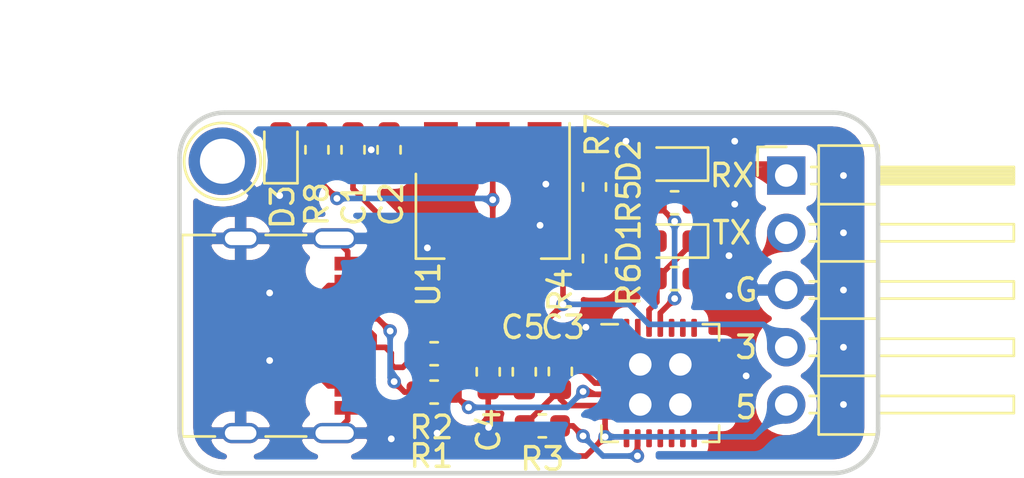
<source format=kicad_pcb>
(kicad_pcb (version 20171130) (host pcbnew "(5.1.8)-1")

  (general
    (thickness 1.6)
    (drawings 15)
    (tracks 168)
    (zones 0)
    (modules 21)
    (nets 40)
  )

  (page A4)
  (layers
    (0 F.Cu signal)
    (31 B.Cu signal)
    (32 B.Adhes user)
    (33 F.Adhes user)
    (34 B.Paste user)
    (35 F.Paste user)
    (36 B.SilkS user)
    (37 F.SilkS user)
    (38 B.Mask user)
    (39 F.Mask user)
    (40 Dwgs.User user)
    (41 Cmts.User user)
    (42 Eco1.User user)
    (43 Eco2.User user)
    (44 Edge.Cuts user)
    (45 Margin user)
    (46 B.CrtYd user)
    (47 F.CrtYd user)
    (48 B.Fab user hide)
    (49 F.Fab user hide)
  )

  (setup
    (last_trace_width 0.25)
    (trace_clearance 0.2)
    (zone_clearance 0.508)
    (zone_45_only no)
    (trace_min 0.2)
    (via_size 0.8)
    (via_drill 0.4)
    (via_min_size 0.4)
    (via_min_drill 0.3)
    (user_via 0.6 0.3)
    (uvia_size 0.3)
    (uvia_drill 0.1)
    (uvias_allowed no)
    (uvia_min_size 0.2)
    (uvia_min_drill 0.1)
    (edge_width 0.05)
    (segment_width 0.2)
    (pcb_text_width 0.3)
    (pcb_text_size 1.5 1.5)
    (mod_edge_width 0.12)
    (mod_text_size 1 1)
    (mod_text_width 0.15)
    (pad_size 3 3)
    (pad_drill 2)
    (pad_to_mask_clearance 0.05)
    (aux_axis_origin 0 0)
    (grid_origin 120 110)
    (visible_elements 7FFFFFFF)
    (pcbplotparams
      (layerselection 0x010fc_ffffffff)
      (usegerberextensions false)
      (usegerberattributes true)
      (usegerberadvancedattributes true)
      (creategerberjobfile true)
      (excludeedgelayer true)
      (linewidth 0.100000)
      (plotframeref false)
      (viasonmask false)
      (mode 1)
      (useauxorigin false)
      (hpglpennumber 1)
      (hpglpenspeed 20)
      (hpglpendiameter 15.000000)
      (psnegative false)
      (psa4output false)
      (plotreference true)
      (plotvalue true)
      (plotinvisibletext false)
      (padsonsilk false)
      (subtractmaskfromsilk false)
      (outputformat 1)
      (mirror false)
      (drillshape 0)
      (scaleselection 1)
      (outputdirectory "gerber/"))
  )

  (net 0 "")
  (net 1 GND)
  (net 2 VBUS)
  (net 3 +3V3)
  (net 4 VDD)
  (net 5 "Net-(D1-Pad2)")
  (net 6 "Net-(D1-Pad1)")
  (net 7 /RXD)
  (net 8 "Net-(D2-Pad2)")
  (net 9 "Net-(J1-PadA7)")
  (net 10 "Net-(J1-PadA6)")
  (net 11 "Net-(J1-PadB8)")
  (net 12 "Net-(J1-PadA5)")
  (net 13 "Net-(J1-PadA8)")
  (net 14 "Net-(J1-PadB5)")
  (net 15 /TXD)
  (net 16 /D-)
  (net 17 /D+)
  (net 18 "Net-(R3-Pad2)")
  (net 19 "Net-(R5-Pad2)")
  (net 20 "Net-(U2-Pad1)")
  (net 21 "Net-(U2-Pad2)")
  (net 22 "Net-(U2-Pad10)")
  (net 23 "Net-(U2-Pad11)")
  (net 24 "Net-(U2-Pad12)")
  (net 25 "Net-(U2-Pad13)")
  (net 26 "Net-(U2-Pad14)")
  (net 27 "Net-(U2-Pad15)")
  (net 28 "Net-(U2-Pad16)")
  (net 29 "Net-(U2-Pad17)")
  (net 30 "Net-(U2-Pad18)")
  (net 31 "Net-(U2-Pad19)")
  (net 32 "Net-(U2-Pad20)")
  (net 33 "Net-(U2-Pad21)")
  (net 34 "Net-(U2-Pad22)")
  (net 35 "Net-(U2-Pad23)")
  (net 36 "Net-(U2-Pad24)")
  (net 37 "Net-(U2-Pad27)")
  (net 38 "Net-(U2-Pad28)")
  (net 39 "Net-(D3-Pad2)")

  (net_class Default "This is the default net class."
    (clearance 0.2)
    (trace_width 0.25)
    (via_dia 0.8)
    (via_drill 0.4)
    (uvia_dia 0.3)
    (uvia_drill 0.1)
    (add_net +3V3)
    (add_net /D+)
    (add_net /D-)
    (add_net /RXD)
    (add_net /TXD)
    (add_net GND)
    (add_net "Net-(D1-Pad1)")
    (add_net "Net-(D1-Pad2)")
    (add_net "Net-(D2-Pad2)")
    (add_net "Net-(D3-Pad2)")
    (add_net "Net-(J1-PadA5)")
    (add_net "Net-(J1-PadA6)")
    (add_net "Net-(J1-PadA7)")
    (add_net "Net-(J1-PadA8)")
    (add_net "Net-(J1-PadB5)")
    (add_net "Net-(J1-PadB8)")
    (add_net "Net-(R3-Pad2)")
    (add_net "Net-(R5-Pad2)")
    (add_net "Net-(U2-Pad1)")
    (add_net "Net-(U2-Pad10)")
    (add_net "Net-(U2-Pad11)")
    (add_net "Net-(U2-Pad12)")
    (add_net "Net-(U2-Pad13)")
    (add_net "Net-(U2-Pad14)")
    (add_net "Net-(U2-Pad15)")
    (add_net "Net-(U2-Pad16)")
    (add_net "Net-(U2-Pad17)")
    (add_net "Net-(U2-Pad18)")
    (add_net "Net-(U2-Pad19)")
    (add_net "Net-(U2-Pad2)")
    (add_net "Net-(U2-Pad20)")
    (add_net "Net-(U2-Pad21)")
    (add_net "Net-(U2-Pad22)")
    (add_net "Net-(U2-Pad23)")
    (add_net "Net-(U2-Pad24)")
    (add_net "Net-(U2-Pad27)")
    (add_net "Net-(U2-Pad28)")
    (add_net VBUS)
    (add_net VDD)
  )

  (module TestPoint:TestPoint_Plated_Hole_D2.0mm (layer F.Cu) (tedit 5F1AFEBC) (tstamp 5F1B7A3B)
    (at 121.905 96.157)
    (descr "Plated Hole as test Point, diameter 2.0mm")
    (tags "test point plated hole")
    (attr virtual)
    (fp_text reference REF** (at 0 -2.498) (layer F.SilkS) hide
      (effects (font (size 1 1) (thickness 0.15)))
    )
    (fp_text value TestPoint_Plated_Hole_D2.0mm (at 0 2.45) (layer F.Fab)
      (effects (font (size 1 1) (thickness 0.15)))
    )
    (fp_circle (center 0 0) (end 0 -1.7) (layer F.SilkS) (width 0.12))
    (fp_circle (center 0 0) (end 1.8 0) (layer F.CrtYd) (width 0.05))
    (fp_text user %R (at 0 -2.5) (layer F.Fab)
      (effects (font (size 1 1) (thickness 0.15)))
    )
    (pad 1 thru_hole circle (at 0 0) (size 3 3) (drill 2) (layers *.Cu *.Mask)
      (net 1 GND))
  )

  (module Resistor_SMD:R_0603_1608Metric (layer F.Cu) (tedit 5B301BBD) (tstamp 5F1B1522)
    (at 126.1 95.649 270)
    (descr "Resistor SMD 0603 (1608 Metric), square (rectangular) end terminal, IPC_7351 nominal, (Body size source: http://www.tortai-tech.com/upload/download/2011102023233369053.pdf), generated with kicad-footprint-generator")
    (tags resistor)
    (path /5F24024C)
    (attr smd)
    (fp_text reference R8 (at 2.413 0.004 90) (layer F.SilkS)
      (effects (font (size 1 1) (thickness 0.15)))
    )
    (fp_text value 1K (at -2.794 1.528 90) (layer F.Fab)
      (effects (font (size 1 1) (thickness 0.15)))
    )
    (fp_line (start -0.8 0.4) (end -0.8 -0.4) (layer F.Fab) (width 0.1))
    (fp_line (start -0.8 -0.4) (end 0.8 -0.4) (layer F.Fab) (width 0.1))
    (fp_line (start 0.8 -0.4) (end 0.8 0.4) (layer F.Fab) (width 0.1))
    (fp_line (start 0.8 0.4) (end -0.8 0.4) (layer F.Fab) (width 0.1))
    (fp_line (start -0.162779 -0.51) (end 0.162779 -0.51) (layer F.SilkS) (width 0.12))
    (fp_line (start -0.162779 0.51) (end 0.162779 0.51) (layer F.SilkS) (width 0.12))
    (fp_line (start -1.48 0.73) (end -1.48 -0.73) (layer F.CrtYd) (width 0.05))
    (fp_line (start -1.48 -0.73) (end 1.48 -0.73) (layer F.CrtYd) (width 0.05))
    (fp_line (start 1.48 -0.73) (end 1.48 0.73) (layer F.CrtYd) (width 0.05))
    (fp_line (start 1.48 0.73) (end -1.48 0.73) (layer F.CrtYd) (width 0.05))
    (fp_text user %R (at 0 0 90) (layer F.Fab)
      (effects (font (size 0.4 0.4) (thickness 0.06)))
    )
    (pad 2 smd roundrect (at 0.7875 0 270) (size 0.875 0.95) (layers F.Cu F.Paste F.Mask) (roundrect_rratio 0.25)
      (net 3 +3V3))
    (pad 1 smd roundrect (at -0.7875 0 270) (size 0.875 0.95) (layers F.Cu F.Paste F.Mask) (roundrect_rratio 0.25)
      (net 39 "Net-(D3-Pad2)"))
    (model ${KISYS3DMOD}/Resistor_SMD.3dshapes/R_0603_1608Metric.wrl
      (at (xyz 0 0 0))
      (scale (xyz 1 1 1))
      (rotate (xyz 0 0 0))
    )
  )

  (module LED_SMD:LED_0603_1608Metric (layer F.Cu) (tedit 5B301BBE) (tstamp 5F1B132D)
    (at 124.5 95.649 90)
    (descr "LED SMD 0603 (1608 Metric), square (rectangular) end terminal, IPC_7351 nominal, (Body size source: http://www.tortai-tech.com/upload/download/2011102023233369053.pdf), generated with kicad-footprint-generator")
    (tags diode)
    (path /5F240A6F)
    (attr smd)
    (fp_text reference D3 (at -2.54 0.072 90) (layer F.SilkS)
      (effects (font (size 1 1) (thickness 0.15)))
    )
    (fp_text value LED (at 3.175 1.596 90) (layer F.Fab)
      (effects (font (size 1 1) (thickness 0.15)))
    )
    (fp_line (start 0.8 -0.4) (end -0.5 -0.4) (layer F.Fab) (width 0.1))
    (fp_line (start -0.5 -0.4) (end -0.8 -0.1) (layer F.Fab) (width 0.1))
    (fp_line (start -0.8 -0.1) (end -0.8 0.4) (layer F.Fab) (width 0.1))
    (fp_line (start -0.8 0.4) (end 0.8 0.4) (layer F.Fab) (width 0.1))
    (fp_line (start 0.8 0.4) (end 0.8 -0.4) (layer F.Fab) (width 0.1))
    (fp_line (start 0.8 -0.735) (end -1.485 -0.735) (layer F.SilkS) (width 0.12))
    (fp_line (start -1.485 -0.735) (end -1.485 0.735) (layer F.SilkS) (width 0.12))
    (fp_line (start -1.485 0.735) (end 0.8 0.735) (layer F.SilkS) (width 0.12))
    (fp_line (start -1.48 0.73) (end -1.48 -0.73) (layer F.CrtYd) (width 0.05))
    (fp_line (start -1.48 -0.73) (end 1.48 -0.73) (layer F.CrtYd) (width 0.05))
    (fp_line (start 1.48 -0.73) (end 1.48 0.73) (layer F.CrtYd) (width 0.05))
    (fp_line (start 1.48 0.73) (end -1.48 0.73) (layer F.CrtYd) (width 0.05))
    (fp_text user %R (at 0 0 90) (layer F.Fab)
      (effects (font (size 0.4 0.4) (thickness 0.06)))
    )
    (pad 2 smd roundrect (at 0.7875 0 90) (size 0.875 0.95) (layers F.Cu F.Paste F.Mask) (roundrect_rratio 0.25)
      (net 39 "Net-(D3-Pad2)"))
    (pad 1 smd roundrect (at -0.7875 0 90) (size 0.875 0.95) (layers F.Cu F.Paste F.Mask) (roundrect_rratio 0.25)
      (net 1 GND))
    (model ${KISYS3DMOD}/LED_SMD.3dshapes/LED_0603_1608Metric.wrl
      (at (xyz 0 0 0))
      (scale (xyz 1 1 1))
      (rotate (xyz 0 0 0))
    )
  )

  (module Connector_PinHeader_2.54mm:PinHeader_1x05_P2.54mm_Horizontal (layer F.Cu) (tedit 59FED5CB) (tstamp 5F1AFB37)
    (at 146.924 96.792)
    (descr "Through hole angled pin header, 1x05, 2.54mm pitch, 6mm pin length, single row")
    (tags "Through hole angled pin header THT 1x05 2.54mm single row")
    (path /5F216299)
    (fp_text reference J2 (at 1.524 -2.032) (layer F.SilkS) hide
      (effects (font (size 1 1) (thickness 0.15)))
    )
    (fp_text value Conn_01x05 (at 4.385 12.43) (layer F.Fab)
      (effects (font (size 1 1) (thickness 0.15)))
    )
    (fp_line (start 2.135 -1.27) (end 4.04 -1.27) (layer F.Fab) (width 0.1))
    (fp_line (start 4.04 -1.27) (end 4.04 11.43) (layer F.Fab) (width 0.1))
    (fp_line (start 4.04 11.43) (end 1.5 11.43) (layer F.Fab) (width 0.1))
    (fp_line (start 1.5 11.43) (end 1.5 -0.635) (layer F.Fab) (width 0.1))
    (fp_line (start 1.5 -0.635) (end 2.135 -1.27) (layer F.Fab) (width 0.1))
    (fp_line (start -0.32 -0.32) (end 1.5 -0.32) (layer F.Fab) (width 0.1))
    (fp_line (start -0.32 -0.32) (end -0.32 0.32) (layer F.Fab) (width 0.1))
    (fp_line (start -0.32 0.32) (end 1.5 0.32) (layer F.Fab) (width 0.1))
    (fp_line (start 4.04 -0.32) (end 10.04 -0.32) (layer F.Fab) (width 0.1))
    (fp_line (start 10.04 -0.32) (end 10.04 0.32) (layer F.Fab) (width 0.1))
    (fp_line (start 4.04 0.32) (end 10.04 0.32) (layer F.Fab) (width 0.1))
    (fp_line (start -0.32 2.22) (end 1.5 2.22) (layer F.Fab) (width 0.1))
    (fp_line (start -0.32 2.22) (end -0.32 2.86) (layer F.Fab) (width 0.1))
    (fp_line (start -0.32 2.86) (end 1.5 2.86) (layer F.Fab) (width 0.1))
    (fp_line (start 4.04 2.22) (end 10.04 2.22) (layer F.Fab) (width 0.1))
    (fp_line (start 10.04 2.22) (end 10.04 2.86) (layer F.Fab) (width 0.1))
    (fp_line (start 4.04 2.86) (end 10.04 2.86) (layer F.Fab) (width 0.1))
    (fp_line (start -0.32 4.76) (end 1.5 4.76) (layer F.Fab) (width 0.1))
    (fp_line (start -0.32 4.76) (end -0.32 5.4) (layer F.Fab) (width 0.1))
    (fp_line (start -0.32 5.4) (end 1.5 5.4) (layer F.Fab) (width 0.1))
    (fp_line (start 4.04 4.76) (end 10.04 4.76) (layer F.Fab) (width 0.1))
    (fp_line (start 10.04 4.76) (end 10.04 5.4) (layer F.Fab) (width 0.1))
    (fp_line (start 4.04 5.4) (end 10.04 5.4) (layer F.Fab) (width 0.1))
    (fp_line (start -0.32 7.3) (end 1.5 7.3) (layer F.Fab) (width 0.1))
    (fp_line (start -0.32 7.3) (end -0.32 7.94) (layer F.Fab) (width 0.1))
    (fp_line (start -0.32 7.94) (end 1.5 7.94) (layer F.Fab) (width 0.1))
    (fp_line (start 4.04 7.3) (end 10.04 7.3) (layer F.Fab) (width 0.1))
    (fp_line (start 10.04 7.3) (end 10.04 7.94) (layer F.Fab) (width 0.1))
    (fp_line (start 4.04 7.94) (end 10.04 7.94) (layer F.Fab) (width 0.1))
    (fp_line (start -0.32 9.84) (end 1.5 9.84) (layer F.Fab) (width 0.1))
    (fp_line (start -0.32 9.84) (end -0.32 10.48) (layer F.Fab) (width 0.1))
    (fp_line (start -0.32 10.48) (end 1.5 10.48) (layer F.Fab) (width 0.1))
    (fp_line (start 4.04 9.84) (end 10.04 9.84) (layer F.Fab) (width 0.1))
    (fp_line (start 10.04 9.84) (end 10.04 10.48) (layer F.Fab) (width 0.1))
    (fp_line (start 4.04 10.48) (end 10.04 10.48) (layer F.Fab) (width 0.1))
    (fp_line (start 1.44 -1.33) (end 1.44 11.49) (layer F.SilkS) (width 0.12))
    (fp_line (start 1.44 11.49) (end 4.1 11.49) (layer F.SilkS) (width 0.12))
    (fp_line (start 4.1 11.49) (end 4.1 -1.33) (layer F.SilkS) (width 0.12))
    (fp_line (start 4.1 -1.33) (end 1.44 -1.33) (layer F.SilkS) (width 0.12))
    (fp_line (start 4.1 -0.38) (end 10.1 -0.38) (layer F.SilkS) (width 0.12))
    (fp_line (start 10.1 -0.38) (end 10.1 0.38) (layer F.SilkS) (width 0.12))
    (fp_line (start 10.1 0.38) (end 4.1 0.38) (layer F.SilkS) (width 0.12))
    (fp_line (start 4.1 -0.32) (end 10.1 -0.32) (layer F.SilkS) (width 0.12))
    (fp_line (start 4.1 -0.2) (end 10.1 -0.2) (layer F.SilkS) (width 0.12))
    (fp_line (start 4.1 -0.08) (end 10.1 -0.08) (layer F.SilkS) (width 0.12))
    (fp_line (start 4.1 0.04) (end 10.1 0.04) (layer F.SilkS) (width 0.12))
    (fp_line (start 4.1 0.16) (end 10.1 0.16) (layer F.SilkS) (width 0.12))
    (fp_line (start 4.1 0.28) (end 10.1 0.28) (layer F.SilkS) (width 0.12))
    (fp_line (start 1.11 -0.38) (end 1.44 -0.38) (layer F.SilkS) (width 0.12))
    (fp_line (start 1.11 0.38) (end 1.44 0.38) (layer F.SilkS) (width 0.12))
    (fp_line (start 1.44 1.27) (end 4.1 1.27) (layer F.SilkS) (width 0.12))
    (fp_line (start 4.1 2.16) (end 10.1 2.16) (layer F.SilkS) (width 0.12))
    (fp_line (start 10.1 2.16) (end 10.1 2.92) (layer F.SilkS) (width 0.12))
    (fp_line (start 10.1 2.92) (end 4.1 2.92) (layer F.SilkS) (width 0.12))
    (fp_line (start 1.042929 2.16) (end 1.44 2.16) (layer F.SilkS) (width 0.12))
    (fp_line (start 1.042929 2.92) (end 1.44 2.92) (layer F.SilkS) (width 0.12))
    (fp_line (start 1.44 3.81) (end 4.1 3.81) (layer F.SilkS) (width 0.12))
    (fp_line (start 4.1 4.7) (end 10.1 4.7) (layer F.SilkS) (width 0.12))
    (fp_line (start 10.1 4.7) (end 10.1 5.46) (layer F.SilkS) (width 0.12))
    (fp_line (start 10.1 5.46) (end 4.1 5.46) (layer F.SilkS) (width 0.12))
    (fp_line (start 1.042929 4.7) (end 1.44 4.7) (layer F.SilkS) (width 0.12))
    (fp_line (start 1.042929 5.46) (end 1.44 5.46) (layer F.SilkS) (width 0.12))
    (fp_line (start 1.44 6.35) (end 4.1 6.35) (layer F.SilkS) (width 0.12))
    (fp_line (start 4.1 7.24) (end 10.1 7.24) (layer F.SilkS) (width 0.12))
    (fp_line (start 10.1 7.24) (end 10.1 8) (layer F.SilkS) (width 0.12))
    (fp_line (start 10.1 8) (end 4.1 8) (layer F.SilkS) (width 0.12))
    (fp_line (start 1.042929 7.24) (end 1.44 7.24) (layer F.SilkS) (width 0.12))
    (fp_line (start 1.042929 8) (end 1.44 8) (layer F.SilkS) (width 0.12))
    (fp_line (start 1.44 8.89) (end 4.1 8.89) (layer F.SilkS) (width 0.12))
    (fp_line (start 4.1 9.78) (end 10.1 9.78) (layer F.SilkS) (width 0.12))
    (fp_line (start 10.1 9.78) (end 10.1 10.54) (layer F.SilkS) (width 0.12))
    (fp_line (start 10.1 10.54) (end 4.1 10.54) (layer F.SilkS) (width 0.12))
    (fp_line (start 1.042929 9.78) (end 1.44 9.78) (layer F.SilkS) (width 0.12))
    (fp_line (start 1.042929 10.54) (end 1.44 10.54) (layer F.SilkS) (width 0.12))
    (fp_line (start -1.27 0) (end -1.27 -1.27) (layer F.SilkS) (width 0.12))
    (fp_line (start -1.27 -1.27) (end 0 -1.27) (layer F.SilkS) (width 0.12))
    (fp_line (start -1.8 -1.8) (end -1.8 11.95) (layer F.CrtYd) (width 0.05))
    (fp_line (start -1.8 11.95) (end 10.55 11.95) (layer F.CrtYd) (width 0.05))
    (fp_line (start 10.55 11.95) (end 10.55 -1.8) (layer F.CrtYd) (width 0.05))
    (fp_line (start 10.55 -1.8) (end -1.8 -1.8) (layer F.CrtYd) (width 0.05))
    (fp_text user %R (at 2.77 5.08 90) (layer F.Fab)
      (effects (font (size 1 1) (thickness 0.15)))
    )
    (pad 5 thru_hole oval (at 0 10.16) (size 1.7 1.7) (drill 1) (layers *.Cu *.Mask)
      (net 2 VBUS))
    (pad 4 thru_hole oval (at 0 7.62) (size 1.7 1.7) (drill 1) (layers *.Cu *.Mask)
      (net 3 +3V3))
    (pad 3 thru_hole oval (at 0 5.08) (size 1.7 1.7) (drill 1) (layers *.Cu *.Mask)
      (net 1 GND))
    (pad 2 thru_hole oval (at 0 2.54) (size 1.7 1.7) (drill 1) (layers *.Cu *.Mask)
      (net 15 /TXD))
    (pad 1 thru_hole rect (at 0 0) (size 1.7 1.7) (drill 1) (layers *.Cu *.Mask)
      (net 7 /RXD))
    (model ${KISYS3DMOD}/Connector_PinHeader_2.54mm.3dshapes/PinHeader_1x05_P2.54mm_Horizontal.wrl
      (at (xyz 0 0 0))
      (scale (xyz 1 1 1))
      (rotate (xyz 0 0 0))
    )
  )

  (module Capacitor_SMD:C_0603_1608Metric (layer F.Cu) (tedit 5B301BBE) (tstamp 5F1AFA56)
    (at 127.7 95.649 90)
    (descr "Capacitor SMD 0603 (1608 Metric), square (rectangular) end terminal, IPC_7351 nominal, (Body size source: http://www.tortai-tech.com/upload/download/2011102023233369053.pdf), generated with kicad-footprint-generator")
    (tags capacitor)
    (path /5F1B981A)
    (attr smd)
    (fp_text reference C1 (at -2.413 0.047 90) (layer F.SilkS)
      (effects (font (size 1 1) (thickness 0.15)))
    )
    (fp_text value 10uF (at 3.556 0.047 90) (layer F.Fab)
      (effects (font (size 1 1) (thickness 0.15)))
    )
    (fp_line (start -0.8 0.4) (end -0.8 -0.4) (layer F.Fab) (width 0.1))
    (fp_line (start -0.8 -0.4) (end 0.8 -0.4) (layer F.Fab) (width 0.1))
    (fp_line (start 0.8 -0.4) (end 0.8 0.4) (layer F.Fab) (width 0.1))
    (fp_line (start 0.8 0.4) (end -0.8 0.4) (layer F.Fab) (width 0.1))
    (fp_line (start -0.162779 -0.51) (end 0.162779 -0.51) (layer F.SilkS) (width 0.12))
    (fp_line (start -0.162779 0.51) (end 0.162779 0.51) (layer F.SilkS) (width 0.12))
    (fp_line (start -1.48 0.73) (end -1.48 -0.73) (layer F.CrtYd) (width 0.05))
    (fp_line (start -1.48 -0.73) (end 1.48 -0.73) (layer F.CrtYd) (width 0.05))
    (fp_line (start 1.48 -0.73) (end 1.48 0.73) (layer F.CrtYd) (width 0.05))
    (fp_line (start 1.48 0.73) (end -1.48 0.73) (layer F.CrtYd) (width 0.05))
    (fp_text user %R (at 0 0 90) (layer F.Fab)
      (effects (font (size 0.4 0.4) (thickness 0.06)))
    )
    (pad 2 smd roundrect (at 0.7875 0 90) (size 0.875 0.95) (layers F.Cu F.Paste F.Mask) (roundrect_rratio 0.25)
      (net 1 GND))
    (pad 1 smd roundrect (at -0.7875 0 90) (size 0.875 0.95) (layers F.Cu F.Paste F.Mask) (roundrect_rratio 0.25)
      (net 2 VBUS))
    (model ${KISYS3DMOD}/Capacitor_SMD.3dshapes/C_0603_1608Metric.wrl
      (at (xyz 0 0 0))
      (scale (xyz 1 1 1))
      (rotate (xyz 0 0 0))
    )
  )

  (module Capacitor_SMD:C_0603_1608Metric (layer F.Cu) (tedit 5B301BBE) (tstamp 5F1AFA67)
    (at 129.3 95.649 90)
    (descr "Capacitor SMD 0603 (1608 Metric), square (rectangular) end terminal, IPC_7351 nominal, (Body size source: http://www.tortai-tech.com/upload/download/2011102023233369053.pdf), generated with kicad-footprint-generator")
    (tags capacitor)
    (path /5F1B8977)
    (attr smd)
    (fp_text reference C2 (at -2.413 0.098 90) (layer F.SilkS)
      (effects (font (size 1 1) (thickness 0.15)))
    )
    (fp_text value 100nF (at 4.064 -0.029 90) (layer F.Fab)
      (effects (font (size 1 1) (thickness 0.15)))
    )
    (fp_line (start 1.48 0.73) (end -1.48 0.73) (layer F.CrtYd) (width 0.05))
    (fp_line (start 1.48 -0.73) (end 1.48 0.73) (layer F.CrtYd) (width 0.05))
    (fp_line (start -1.48 -0.73) (end 1.48 -0.73) (layer F.CrtYd) (width 0.05))
    (fp_line (start -1.48 0.73) (end -1.48 -0.73) (layer F.CrtYd) (width 0.05))
    (fp_line (start -0.162779 0.51) (end 0.162779 0.51) (layer F.SilkS) (width 0.12))
    (fp_line (start -0.162779 -0.51) (end 0.162779 -0.51) (layer F.SilkS) (width 0.12))
    (fp_line (start 0.8 0.4) (end -0.8 0.4) (layer F.Fab) (width 0.1))
    (fp_line (start 0.8 -0.4) (end 0.8 0.4) (layer F.Fab) (width 0.1))
    (fp_line (start -0.8 -0.4) (end 0.8 -0.4) (layer F.Fab) (width 0.1))
    (fp_line (start -0.8 0.4) (end -0.8 -0.4) (layer F.Fab) (width 0.1))
    (fp_text user %R (at 0 0 90) (layer F.Fab)
      (effects (font (size 0.4 0.4) (thickness 0.06)))
    )
    (pad 1 smd roundrect (at -0.7875 0 90) (size 0.875 0.95) (layers F.Cu F.Paste F.Mask) (roundrect_rratio 0.25)
      (net 2 VBUS))
    (pad 2 smd roundrect (at 0.7875 0 90) (size 0.875 0.95) (layers F.Cu F.Paste F.Mask) (roundrect_rratio 0.25)
      (net 1 GND))
    (model ${KISYS3DMOD}/Capacitor_SMD.3dshapes/C_0603_1608Metric.wrl
      (at (xyz 0 0 0))
      (scale (xyz 1 1 1))
      (rotate (xyz 0 0 0))
    )
  )

  (module Capacitor_SMD:C_0603_1608Metric (layer F.Cu) (tedit 5B301BBE) (tstamp 5F1AFA78)
    (at 135.3 105.5 270)
    (descr "Capacitor SMD 0603 (1608 Metric), square (rectangular) end terminal, IPC_7351 nominal, (Body size source: http://www.tortai-tech.com/upload/download/2011102023233369053.pdf), generated with kicad-footprint-generator")
    (tags capacitor)
    (path /5F1C2B87)
    (attr smd)
    (fp_text reference C3 (at -1.977 -1.718 180) (layer F.SilkS)
      (effects (font (size 1 1) (thickness 0.15)))
    )
    (fp_text value 10uF (at 6.532 -0.067 90) (layer F.Fab)
      (effects (font (size 1 1) (thickness 0.15)))
    )
    (fp_line (start -0.8 0.4) (end -0.8 -0.4) (layer F.Fab) (width 0.1))
    (fp_line (start -0.8 -0.4) (end 0.8 -0.4) (layer F.Fab) (width 0.1))
    (fp_line (start 0.8 -0.4) (end 0.8 0.4) (layer F.Fab) (width 0.1))
    (fp_line (start 0.8 0.4) (end -0.8 0.4) (layer F.Fab) (width 0.1))
    (fp_line (start -0.162779 -0.51) (end 0.162779 -0.51) (layer F.SilkS) (width 0.12))
    (fp_line (start -0.162779 0.51) (end 0.162779 0.51) (layer F.SilkS) (width 0.12))
    (fp_line (start -1.48 0.73) (end -1.48 -0.73) (layer F.CrtYd) (width 0.05))
    (fp_line (start -1.48 -0.73) (end 1.48 -0.73) (layer F.CrtYd) (width 0.05))
    (fp_line (start 1.48 -0.73) (end 1.48 0.73) (layer F.CrtYd) (width 0.05))
    (fp_line (start 1.48 0.73) (end -1.48 0.73) (layer F.CrtYd) (width 0.05))
    (fp_text user %R (at 0 0 90) (layer F.Fab)
      (effects (font (size 0.4 0.4) (thickness 0.06)))
    )
    (pad 2 smd roundrect (at 0.7875 0 270) (size 0.875 0.95) (layers F.Cu F.Paste F.Mask) (roundrect_rratio 0.25)
      (net 1 GND))
    (pad 1 smd roundrect (at -0.7875 0 270) (size 0.875 0.95) (layers F.Cu F.Paste F.Mask) (roundrect_rratio 0.25)
      (net 3 +3V3))
    (model ${KISYS3DMOD}/Capacitor_SMD.3dshapes/C_0603_1608Metric.wrl
      (at (xyz 0 0 0))
      (scale (xyz 1 1 1))
      (rotate (xyz 0 0 0))
    )
  )

  (module Capacitor_SMD:C_0603_1608Metric (layer F.Cu) (tedit 5B301BBE) (tstamp 5F1AFA89)
    (at 133.7 105.5 270)
    (descr "Capacitor SMD 0603 (1608 Metric), square (rectangular) end terminal, IPC_7351 nominal, (Body size source: http://www.tortai-tech.com/upload/download/2011102023233369053.pdf), generated with kicad-footprint-generator")
    (tags capacitor)
    (path /5F1C2B81)
    (attr smd)
    (fp_text reference C4 (at 2.595 -0.016 90) (layer F.SilkS)
      (effects (font (size 1 1) (thickness 0.15)))
    )
    (fp_text value 100nF (at 3.992 -0.016 90) (layer F.Fab)
      (effects (font (size 1 1) (thickness 0.15)))
    )
    (fp_line (start 1.48 0.73) (end -1.48 0.73) (layer F.CrtYd) (width 0.05))
    (fp_line (start 1.48 -0.73) (end 1.48 0.73) (layer F.CrtYd) (width 0.05))
    (fp_line (start -1.48 -0.73) (end 1.48 -0.73) (layer F.CrtYd) (width 0.05))
    (fp_line (start -1.48 0.73) (end -1.48 -0.73) (layer F.CrtYd) (width 0.05))
    (fp_line (start -0.162779 0.51) (end 0.162779 0.51) (layer F.SilkS) (width 0.12))
    (fp_line (start -0.162779 -0.51) (end 0.162779 -0.51) (layer F.SilkS) (width 0.12))
    (fp_line (start 0.8 0.4) (end -0.8 0.4) (layer F.Fab) (width 0.1))
    (fp_line (start 0.8 -0.4) (end 0.8 0.4) (layer F.Fab) (width 0.1))
    (fp_line (start -0.8 -0.4) (end 0.8 -0.4) (layer F.Fab) (width 0.1))
    (fp_line (start -0.8 0.4) (end -0.8 -0.4) (layer F.Fab) (width 0.1))
    (fp_text user %R (at 0 0 90) (layer F.Fab)
      (effects (font (size 0.4 0.4) (thickness 0.06)))
    )
    (pad 1 smd roundrect (at -0.7875 0 270) (size 0.875 0.95) (layers F.Cu F.Paste F.Mask) (roundrect_rratio 0.25)
      (net 3 +3V3))
    (pad 2 smd roundrect (at 0.7875 0 270) (size 0.875 0.95) (layers F.Cu F.Paste F.Mask) (roundrect_rratio 0.25)
      (net 1 GND))
    (model ${KISYS3DMOD}/Capacitor_SMD.3dshapes/C_0603_1608Metric.wrl
      (at (xyz 0 0 0))
      (scale (xyz 1 1 1))
      (rotate (xyz 0 0 0))
    )
  )

  (module Capacitor_SMD:C_0603_1608Metric (layer F.Cu) (tedit 5B301BBE) (tstamp 5F1AFA9A)
    (at 136.9 105.4875 90)
    (descr "Capacitor SMD 0603 (1608 Metric), square (rectangular) end terminal, IPC_7351 nominal, (Body size source: http://www.tortai-tech.com/upload/download/2011102023233369053.pdf), generated with kicad-footprint-generator")
    (tags capacitor)
    (path /5F1D1293)
    (attr smd)
    (fp_text reference C5 (at 1.9645 -1.66 180) (layer F.SilkS)
      (effects (font (size 1 1) (thickness 0.15)))
    )
    (fp_text value 100nF (at -7.0525 0.118 90) (layer F.Fab)
      (effects (font (size 1 1) (thickness 0.15)))
    )
    (fp_line (start 1.48 0.73) (end -1.48 0.73) (layer F.CrtYd) (width 0.05))
    (fp_line (start 1.48 -0.73) (end 1.48 0.73) (layer F.CrtYd) (width 0.05))
    (fp_line (start -1.48 -0.73) (end 1.48 -0.73) (layer F.CrtYd) (width 0.05))
    (fp_line (start -1.48 0.73) (end -1.48 -0.73) (layer F.CrtYd) (width 0.05))
    (fp_line (start -0.162779 0.51) (end 0.162779 0.51) (layer F.SilkS) (width 0.12))
    (fp_line (start -0.162779 -0.51) (end 0.162779 -0.51) (layer F.SilkS) (width 0.12))
    (fp_line (start 0.8 0.4) (end -0.8 0.4) (layer F.Fab) (width 0.1))
    (fp_line (start 0.8 -0.4) (end 0.8 0.4) (layer F.Fab) (width 0.1))
    (fp_line (start -0.8 -0.4) (end 0.8 -0.4) (layer F.Fab) (width 0.1))
    (fp_line (start -0.8 0.4) (end -0.8 -0.4) (layer F.Fab) (width 0.1))
    (fp_text user %R (at 0 0 90) (layer F.Fab)
      (effects (font (size 0.4 0.4) (thickness 0.06)))
    )
    (pad 1 smd roundrect (at -0.7875 0 90) (size 0.875 0.95) (layers F.Cu F.Paste F.Mask) (roundrect_rratio 0.25)
      (net 4 VDD))
    (pad 2 smd roundrect (at 0.7875 0 90) (size 0.875 0.95) (layers F.Cu F.Paste F.Mask) (roundrect_rratio 0.25)
      (net 1 GND))
    (model ${KISYS3DMOD}/Capacitor_SMD.3dshapes/C_0603_1608Metric.wrl
      (at (xyz 0 0 0))
      (scale (xyz 1 1 1))
      (rotate (xyz 0 0 0))
    )
  )

  (module LED_SMD:LED_0603_1608Metric (layer F.Cu) (tedit 5B301BBE) (tstamp 5F1AFAAD)
    (at 141.971 99.7 180)
    (descr "LED SMD 0603 (1608 Metric), square (rectangular) end terminal, IPC_7351 nominal, (Body size source: http://www.tortai-tech.com/upload/download/2011102023233369053.pdf), generated with kicad-footprint-generator")
    (tags diode)
    (path /5F1E78C5)
    (attr smd)
    (fp_text reference D1 (at 2.032 -0.013 90) (layer F.SilkS)
      (effects (font (size 1 1) (thickness 0.15)))
    )
    (fp_text value LED (at -0.127 8.115) (layer F.Fab)
      (effects (font (size 1 1) (thickness 0.15)))
    )
    (fp_line (start 0.8 -0.4) (end -0.5 -0.4) (layer F.Fab) (width 0.1))
    (fp_line (start -0.5 -0.4) (end -0.8 -0.1) (layer F.Fab) (width 0.1))
    (fp_line (start -0.8 -0.1) (end -0.8 0.4) (layer F.Fab) (width 0.1))
    (fp_line (start -0.8 0.4) (end 0.8 0.4) (layer F.Fab) (width 0.1))
    (fp_line (start 0.8 0.4) (end 0.8 -0.4) (layer F.Fab) (width 0.1))
    (fp_line (start 0.8 -0.735) (end -1.485 -0.735) (layer F.SilkS) (width 0.12))
    (fp_line (start -1.485 -0.735) (end -1.485 0.735) (layer F.SilkS) (width 0.12))
    (fp_line (start -1.485 0.735) (end 0.8 0.735) (layer F.SilkS) (width 0.12))
    (fp_line (start -1.48 0.73) (end -1.48 -0.73) (layer F.CrtYd) (width 0.05))
    (fp_line (start -1.48 -0.73) (end 1.48 -0.73) (layer F.CrtYd) (width 0.05))
    (fp_line (start 1.48 -0.73) (end 1.48 0.73) (layer F.CrtYd) (width 0.05))
    (fp_line (start 1.48 0.73) (end -1.48 0.73) (layer F.CrtYd) (width 0.05))
    (fp_text user %R (at 0 0) (layer F.Fab)
      (effects (font (size 0.4 0.4) (thickness 0.06)))
    )
    (pad 2 smd roundrect (at 0.7875 0 180) (size 0.875 0.95) (layers F.Cu F.Paste F.Mask) (roundrect_rratio 0.25)
      (net 5 "Net-(D1-Pad2)"))
    (pad 1 smd roundrect (at -0.7875 0 180) (size 0.875 0.95) (layers F.Cu F.Paste F.Mask) (roundrect_rratio 0.25)
      (net 6 "Net-(D1-Pad1)"))
    (model ${KISYS3DMOD}/LED_SMD.3dshapes/LED_0603_1608Metric.wrl
      (at (xyz 0 0 0))
      (scale (xyz 1 1 1))
      (rotate (xyz 0 0 0))
    )
  )

  (module LED_SMD:LED_0603_1608Metric (layer F.Cu) (tedit 5B301BBE) (tstamp 5F1AFAC0)
    (at 141.971 96.284 180)
    (descr "LED SMD 0603 (1608 Metric), square (rectangular) end terminal, IPC_7351 nominal, (Body size source: http://www.tortai-tech.com/upload/download/2011102023233369053.pdf), generated with kicad-footprint-generator")
    (tags diode)
    (path /5F1F4DCD)
    (attr smd)
    (fp_text reference D2 (at 2.032 0.127 90) (layer F.SilkS)
      (effects (font (size 1 1) (thickness 0.15)))
    )
    (fp_text value LED (at 0 7.62) (layer F.Fab)
      (effects (font (size 1 1) (thickness 0.15)))
    )
    (fp_line (start 1.48 0.73) (end -1.48 0.73) (layer F.CrtYd) (width 0.05))
    (fp_line (start 1.48 -0.73) (end 1.48 0.73) (layer F.CrtYd) (width 0.05))
    (fp_line (start -1.48 -0.73) (end 1.48 -0.73) (layer F.CrtYd) (width 0.05))
    (fp_line (start -1.48 0.73) (end -1.48 -0.73) (layer F.CrtYd) (width 0.05))
    (fp_line (start -1.485 0.735) (end 0.8 0.735) (layer F.SilkS) (width 0.12))
    (fp_line (start -1.485 -0.735) (end -1.485 0.735) (layer F.SilkS) (width 0.12))
    (fp_line (start 0.8 -0.735) (end -1.485 -0.735) (layer F.SilkS) (width 0.12))
    (fp_line (start 0.8 0.4) (end 0.8 -0.4) (layer F.Fab) (width 0.1))
    (fp_line (start -0.8 0.4) (end 0.8 0.4) (layer F.Fab) (width 0.1))
    (fp_line (start -0.8 -0.1) (end -0.8 0.4) (layer F.Fab) (width 0.1))
    (fp_line (start -0.5 -0.4) (end -0.8 -0.1) (layer F.Fab) (width 0.1))
    (fp_line (start 0.8 -0.4) (end -0.5 -0.4) (layer F.Fab) (width 0.1))
    (fp_text user %R (at 0 0) (layer F.Fab)
      (effects (font (size 0.4 0.4) (thickness 0.06)))
    )
    (pad 1 smd roundrect (at -0.7875 0 180) (size 0.875 0.95) (layers F.Cu F.Paste F.Mask) (roundrect_rratio 0.25)
      (net 7 /RXD))
    (pad 2 smd roundrect (at 0.7875 0 180) (size 0.875 0.95) (layers F.Cu F.Paste F.Mask) (roundrect_rratio 0.25)
      (net 8 "Net-(D2-Pad2)"))
    (model ${KISYS3DMOD}/LED_SMD.3dshapes/LED_0603_1608Metric.wrl
      (at (xyz 0 0 0))
      (scale (xyz 1 1 1))
      (rotate (xyz 0 0 0))
    )
  )

  (module Connector_USB:USB_C_Receptacle_Palconn_UTC16-G (layer F.Cu) (tedit 5CF432E0) (tstamp 5F1AFAEA)
    (at 124.953 103.9 270)
    (descr http://www.palpilot.com/wp-content/uploads/2017/05/UTC027-GKN-OR-Rev-A.pdf)
    (tags "USB C Type-C Receptacle USB2.0")
    (path /5F1AA8CC)
    (attr smd)
    (fp_text reference J1 (at -5.33 4.03 180) (layer F.SilkS) hide
      (effects (font (size 1 1) (thickness 0.15)))
    )
    (fp_text value USB_C_Receptacle_USB2.0 (at 0 6.24 90) (layer F.Fab)
      (effects (font (size 1 1) (thickness 0.15)))
    )
    (fp_line (start -4.47 -2.48) (end 4.47 -2.48) (layer F.Fab) (width 0.1))
    (fp_line (start 4.47 -2.48) (end 4.47 4.84) (layer F.Fab) (width 0.1))
    (fp_line (start 4.47 4.84) (end -4.47 4.84) (layer F.Fab) (width 0.1))
    (fp_line (start -4.47 -2.48) (end -4.47 4.84) (layer F.Fab) (width 0.1))
    (fp_line (start -5.27 5.34) (end 5.27 5.34) (layer F.CrtYd) (width 0.05))
    (fp_line (start -5.27 -3.59) (end -5.27 5.34) (layer F.CrtYd) (width 0.05))
    (fp_line (start 5.27 -3.59) (end -5.27 -3.59) (layer F.CrtYd) (width 0.05))
    (fp_line (start 5.27 5.34) (end 5.27 -3.59) (layer F.CrtYd) (width 0.05))
    (fp_line (start -4.47 4.34) (end 4.47 4.34) (layer Dwgs.User) (width 0.1))
    (fp_line (start -4.47 -0.67) (end -4.47 1.13) (layer F.SilkS) (width 0.12))
    (fp_line (start -4.47 4.84) (end -4.47 3.38) (layer F.SilkS) (width 0.12))
    (fp_line (start 4.47 4.84) (end 4.47 3.38) (layer F.SilkS) (width 0.12))
    (fp_line (start 4.47 -0.67) (end 4.47 1.13) (layer F.SilkS) (width 0.12))
    (fp_line (start 4.47 4.84) (end -4.47 4.84) (layer F.SilkS) (width 0.12))
    (fp_text user %R (at 0 1.18 90) (layer F.Fab)
      (effects (font (size 1 1) (thickness 0.15)))
    )
    (fp_text user "PCB Edge" (at 0 3.43 90) (layer Dwgs.User)
      (effects (font (size 1 1) (thickness 0.15)))
    )
    (pad S1 thru_hole oval (at -4.32 -1.93) (size 2 0.9) (drill oval 1.7 0.6) (layers *.Cu *.Mask)
      (net 1 GND))
    (pad S1 thru_hole oval (at 4.32 -1.93) (size 2 0.9) (drill oval 1.7 0.6) (layers *.Cu *.Mask)
      (net 1 GND))
    (pad S1 thru_hole oval (at -4.32 2.24) (size 1.7 0.9) (drill oval 1.4 0.6) (layers *.Cu *.Mask)
      (net 1 GND))
    (pad S1 thru_hole oval (at 4.32 2.24) (size 1.7 0.9) (drill oval 1.4 0.6) (layers *.Cu *.Mask)
      (net 1 GND))
    (pad B7 smd rect (at -0.75 -2.51 90) (size 0.3 1.16) (layers F.Cu F.Paste F.Mask)
      (net 9 "Net-(J1-PadA7)"))
    (pad A6 smd rect (at -0.25 -2.51 90) (size 0.3 1.16) (layers F.Cu F.Paste F.Mask)
      (net 10 "Net-(J1-PadA6)"))
    (pad A7 smd rect (at 0.25 -2.51 90) (size 0.3 1.16) (layers F.Cu F.Paste F.Mask)
      (net 9 "Net-(J1-PadA7)"))
    (pad B8 smd rect (at -1.75 -2.51 90) (size 0.3 1.16) (layers F.Cu F.Paste F.Mask)
      (net 11 "Net-(J1-PadB8)"))
    (pad A5 smd rect (at -1.25 -2.51 90) (size 0.3 1.16) (layers F.Cu F.Paste F.Mask)
      (net 12 "Net-(J1-PadA5)"))
    (pad A8 smd rect (at 1.25 -2.51 90) (size 0.3 1.16) (layers F.Cu F.Paste F.Mask)
      (net 13 "Net-(J1-PadA8)"))
    (pad B6 smd rect (at 0.75 -2.51 90) (size 0.3 1.16) (layers F.Cu F.Paste F.Mask)
      (net 10 "Net-(J1-PadA6)"))
    (pad B5 smd rect (at 1.75 -2.51 90) (size 0.3 1.16) (layers F.Cu F.Paste F.Mask)
      (net 14 "Net-(J1-PadB5)"))
    (pad "" np_thru_hole circle (at 2.89 -1.45 90) (size 0.6 0.6) (drill 0.6) (layers *.Cu *.Mask))
    (pad "" np_thru_hole circle (at -2.89 -1.45 90) (size 0.6 0.6) (drill 0.6) (layers *.Cu *.Mask))
    (pad A4 smd rect (at -2.4 -2.51 270) (size 0.6 1.16) (layers F.Cu F.Paste F.Mask)
      (net 2 VBUS))
    (pad B9 smd rect (at -2.4 -2.51 270) (size 0.6 1.16) (layers F.Cu F.Paste F.Mask)
      (net 2 VBUS))
    (pad A1 smd rect (at -3.2 -2.51 270) (size 0.6 1.16) (layers F.Cu F.Paste F.Mask)
      (net 1 GND))
    (pad B12 smd rect (at -3.2 -2.51 270) (size 0.6 1.16) (layers F.Cu F.Paste F.Mask)
      (net 1 GND))
    (pad B4 smd rect (at 2.4 -2.51 270) (size 0.6 1.16) (layers F.Cu F.Paste F.Mask)
      (net 2 VBUS))
    (pad B1 smd rect (at 3.2 -2.51 270) (size 0.6 1.16) (layers F.Cu F.Paste F.Mask)
      (net 1 GND))
    (pad A9 smd rect (at 2.4 -2.51 270) (size 0.6 1.16) (layers F.Cu F.Paste F.Mask)
      (net 2 VBUS))
    (pad A12 smd rect (at 3.2 -2.51 270) (size 0.6 1.16) (layers F.Cu F.Paste F.Mask)
      (net 1 GND))
    (model ${KISYS3DMOD}/Connector_USB.3dshapes/USB_C_Receptacle_Palconn_UTC16-G.wrl
      (at (xyz 0 0 0))
      (scale (xyz 1 1 1))
      (rotate (xyz 0 0 0))
    )
  )

  (module Resistor_SMD:R_0603_1608Metric (layer F.Cu) (tedit 5B301BBD) (tstamp 5F1B0C37)
    (at 131.3 106.4 180)
    (descr "Resistor SMD 0603 (1608 Metric), square (rectangular) end terminal, IPC_7351 nominal, (Body size source: http://www.tortai-tech.com/upload/download/2011102023233369053.pdf), generated with kicad-footprint-generator")
    (tags resistor)
    (path /5F1AFED0)
    (attr smd)
    (fp_text reference R1 (at 0.124 -2.838) (layer F.SilkS)
      (effects (font (size 1 1) (thickness 0.15)))
    )
    (fp_text value 22R (at 0.251 -1.568) (layer F.Fab)
      (effects (font (size 1 1) (thickness 0.15)))
    )
    (fp_line (start 1.48 0.73) (end -1.48 0.73) (layer F.CrtYd) (width 0.05))
    (fp_line (start 1.48 -0.73) (end 1.48 0.73) (layer F.CrtYd) (width 0.05))
    (fp_line (start -1.48 -0.73) (end 1.48 -0.73) (layer F.CrtYd) (width 0.05))
    (fp_line (start -1.48 0.73) (end -1.48 -0.73) (layer F.CrtYd) (width 0.05))
    (fp_line (start -0.162779 0.51) (end 0.162779 0.51) (layer F.SilkS) (width 0.12))
    (fp_line (start -0.162779 -0.51) (end 0.162779 -0.51) (layer F.SilkS) (width 0.12))
    (fp_line (start 0.8 0.4) (end -0.8 0.4) (layer F.Fab) (width 0.1))
    (fp_line (start 0.8 -0.4) (end 0.8 0.4) (layer F.Fab) (width 0.1))
    (fp_line (start -0.8 -0.4) (end 0.8 -0.4) (layer F.Fab) (width 0.1))
    (fp_line (start -0.8 0.4) (end -0.8 -0.4) (layer F.Fab) (width 0.1))
    (fp_text user %R (at 0 0) (layer F.Fab)
      (effects (font (size 0.4 0.4) (thickness 0.06)))
    )
    (pad 1 smd roundrect (at -0.7875 0 180) (size 0.875 0.95) (layers F.Cu F.Paste F.Mask) (roundrect_rratio 0.25)
      (net 16 /D-))
    (pad 2 smd roundrect (at 0.7875 0 180) (size 0.875 0.95) (layers F.Cu F.Paste F.Mask) (roundrect_rratio 0.25)
      (net 9 "Net-(J1-PadA7)"))
    (model ${KISYS3DMOD}/Resistor_SMD.3dshapes/R_0603_1608Metric.wrl
      (at (xyz 0 0 0))
      (scale (xyz 1 1 1))
      (rotate (xyz 0 0 0))
    )
  )

  (module Resistor_SMD:R_0603_1608Metric (layer F.Cu) (tedit 5B301BBD) (tstamp 5F1AFB59)
    (at 131.3 104.7 180)
    (descr "Resistor SMD 0603 (1608 Metric), square (rectangular) end terminal, IPC_7351 nominal, (Body size source: http://www.tortai-tech.com/upload/download/2011102023233369053.pdf), generated with kicad-footprint-generator")
    (tags resistor)
    (path /5F1B0931)
    (attr smd)
    (fp_text reference R2 (at 0.124 -3.268) (layer F.SilkS)
      (effects (font (size 1 1) (thickness 0.15)))
    )
    (fp_text value 22R (at 0 1.43) (layer F.Fab)
      (effects (font (size 1 1) (thickness 0.15)))
    )
    (fp_line (start -0.8 0.4) (end -0.8 -0.4) (layer F.Fab) (width 0.1))
    (fp_line (start -0.8 -0.4) (end 0.8 -0.4) (layer F.Fab) (width 0.1))
    (fp_line (start 0.8 -0.4) (end 0.8 0.4) (layer F.Fab) (width 0.1))
    (fp_line (start 0.8 0.4) (end -0.8 0.4) (layer F.Fab) (width 0.1))
    (fp_line (start -0.162779 -0.51) (end 0.162779 -0.51) (layer F.SilkS) (width 0.12))
    (fp_line (start -0.162779 0.51) (end 0.162779 0.51) (layer F.SilkS) (width 0.12))
    (fp_line (start -1.48 0.73) (end -1.48 -0.73) (layer F.CrtYd) (width 0.05))
    (fp_line (start -1.48 -0.73) (end 1.48 -0.73) (layer F.CrtYd) (width 0.05))
    (fp_line (start 1.48 -0.73) (end 1.48 0.73) (layer F.CrtYd) (width 0.05))
    (fp_line (start 1.48 0.73) (end -1.48 0.73) (layer F.CrtYd) (width 0.05))
    (fp_text user %R (at 0 0) (layer F.Fab)
      (effects (font (size 0.4 0.4) (thickness 0.06)))
    )
    (pad 2 smd roundrect (at 0.7875 0 180) (size 0.875 0.95) (layers F.Cu F.Paste F.Mask) (roundrect_rratio 0.25)
      (net 10 "Net-(J1-PadA6)"))
    (pad 1 smd roundrect (at -0.7875 0 180) (size 0.875 0.95) (layers F.Cu F.Paste F.Mask) (roundrect_rratio 0.25)
      (net 17 /D+))
    (model ${KISYS3DMOD}/Resistor_SMD.3dshapes/R_0603_1608Metric.wrl
      (at (xyz 0 0 0))
      (scale (xyz 1 1 1))
      (rotate (xyz 0 0 0))
    )
  )

  (module Resistor_SMD:R_0603_1608Metric (layer F.Cu) (tedit 5B301BBD) (tstamp 5F1AFB6A)
    (at 136.1 107.9)
    (descr "Resistor SMD 0603 (1608 Metric), square (rectangular) end terminal, IPC_7351 nominal, (Body size source: http://www.tortai-tech.com/upload/download/2011102023233369053.pdf), generated with kicad-footprint-generator")
    (tags resistor)
    (path /5F1CEA73)
    (attr smd)
    (fp_text reference R3 (at 0 1.465) (layer F.SilkS)
      (effects (font (size 1 1) (thickness 0.15)))
    )
    (fp_text value 10K (at 0 1.43) (layer F.Fab)
      (effects (font (size 1 1) (thickness 0.15)))
    )
    (fp_line (start 1.48 0.73) (end -1.48 0.73) (layer F.CrtYd) (width 0.05))
    (fp_line (start 1.48 -0.73) (end 1.48 0.73) (layer F.CrtYd) (width 0.05))
    (fp_line (start -1.48 -0.73) (end 1.48 -0.73) (layer F.CrtYd) (width 0.05))
    (fp_line (start -1.48 0.73) (end -1.48 -0.73) (layer F.CrtYd) (width 0.05))
    (fp_line (start -0.162779 0.51) (end 0.162779 0.51) (layer F.SilkS) (width 0.12))
    (fp_line (start -0.162779 -0.51) (end 0.162779 -0.51) (layer F.SilkS) (width 0.12))
    (fp_line (start 0.8 0.4) (end -0.8 0.4) (layer F.Fab) (width 0.1))
    (fp_line (start 0.8 -0.4) (end 0.8 0.4) (layer F.Fab) (width 0.1))
    (fp_line (start -0.8 -0.4) (end 0.8 -0.4) (layer F.Fab) (width 0.1))
    (fp_line (start -0.8 0.4) (end -0.8 -0.4) (layer F.Fab) (width 0.1))
    (fp_text user %R (at 0 0) (layer F.Fab)
      (effects (font (size 0.4 0.4) (thickness 0.06)))
    )
    (pad 1 smd roundrect (at -0.7875 0) (size 0.875 0.95) (layers F.Cu F.Paste F.Mask) (roundrect_rratio 0.25)
      (net 4 VDD))
    (pad 2 smd roundrect (at 0.7875 0) (size 0.875 0.95) (layers F.Cu F.Paste F.Mask) (roundrect_rratio 0.25)
      (net 18 "Net-(R3-Pad2)"))
    (model ${KISYS3DMOD}/Resistor_SMD.3dshapes/R_0603_1608Metric.wrl
      (at (xyz 0 0 0))
      (scale (xyz 1 1 1))
      (rotate (xyz 0 0 0))
    )
  )

  (module Resistor_SMD:R_0603_1608Metric (layer F.Cu) (tedit 5B301BBD) (tstamp 5F1AFB7B)
    (at 138.415 100.475 90)
    (descr "Resistor SMD 0603 (1608 Metric), square (rectangular) end terminal, IPC_7351 nominal, (Body size source: http://www.tortai-tech.com/upload/download/2011102023233369053.pdf), generated with kicad-footprint-generator")
    (tags resistor)
    (path /5F1E8EDE)
    (attr smd)
    (fp_text reference R4 (at -1.397 -1.524 90) (layer F.SilkS)
      (effects (font (size 1 1) (thickness 0.15)))
    )
    (fp_text value 1K (at 0.127 1.397 90) (layer F.Fab)
      (effects (font (size 1 1) (thickness 0.15)))
    )
    (fp_line (start -0.8 0.4) (end -0.8 -0.4) (layer F.Fab) (width 0.1))
    (fp_line (start -0.8 -0.4) (end 0.8 -0.4) (layer F.Fab) (width 0.1))
    (fp_line (start 0.8 -0.4) (end 0.8 0.4) (layer F.Fab) (width 0.1))
    (fp_line (start 0.8 0.4) (end -0.8 0.4) (layer F.Fab) (width 0.1))
    (fp_line (start -0.162779 -0.51) (end 0.162779 -0.51) (layer F.SilkS) (width 0.12))
    (fp_line (start -0.162779 0.51) (end 0.162779 0.51) (layer F.SilkS) (width 0.12))
    (fp_line (start -1.48 0.73) (end -1.48 -0.73) (layer F.CrtYd) (width 0.05))
    (fp_line (start -1.48 -0.73) (end 1.48 -0.73) (layer F.CrtYd) (width 0.05))
    (fp_line (start 1.48 -0.73) (end 1.48 0.73) (layer F.CrtYd) (width 0.05))
    (fp_line (start 1.48 0.73) (end -1.48 0.73) (layer F.CrtYd) (width 0.05))
    (fp_text user %R (at 0 0 90) (layer F.Fab)
      (effects (font (size 0.4 0.4) (thickness 0.06)))
    )
    (pad 2 smd roundrect (at 0.7875 0 90) (size 0.875 0.95) (layers F.Cu F.Paste F.Mask) (roundrect_rratio 0.25)
      (net 3 +3V3))
    (pad 1 smd roundrect (at -0.7875 0 90) (size 0.875 0.95) (layers F.Cu F.Paste F.Mask) (roundrect_rratio 0.25)
      (net 5 "Net-(D1-Pad2)"))
    (model ${KISYS3DMOD}/Resistor_SMD.3dshapes/R_0603_1608Metric.wrl
      (at (xyz 0 0 0))
      (scale (xyz 1 1 1))
      (rotate (xyz 0 0 0))
    )
  )

  (module Resistor_SMD:R_0603_1608Metric (layer F.Cu) (tedit 5B301BBD) (tstamp 5F1AFB8C)
    (at 141.971 98 180)
    (descr "Resistor SMD 0603 (1608 Metric), square (rectangular) end terminal, IPC_7351 nominal, (Body size source: http://www.tortai-tech.com/upload/download/2011102023233369053.pdf), generated with kicad-footprint-generator")
    (tags resistor)
    (path /5F1E37C5)
    (attr smd)
    (fp_text reference R5 (at 2.032 0.065 90) (layer F.SilkS)
      (effects (font (size 1 1) (thickness 0.15)))
    )
    (fp_text value 100R (at 0 7.812) (layer F.Fab)
      (effects (font (size 1 1) (thickness 0.15)))
    )
    (fp_line (start 1.48 0.73) (end -1.48 0.73) (layer F.CrtYd) (width 0.05))
    (fp_line (start 1.48 -0.73) (end 1.48 0.73) (layer F.CrtYd) (width 0.05))
    (fp_line (start -1.48 -0.73) (end 1.48 -0.73) (layer F.CrtYd) (width 0.05))
    (fp_line (start -1.48 0.73) (end -1.48 -0.73) (layer F.CrtYd) (width 0.05))
    (fp_line (start -0.162779 0.51) (end 0.162779 0.51) (layer F.SilkS) (width 0.12))
    (fp_line (start -0.162779 -0.51) (end 0.162779 -0.51) (layer F.SilkS) (width 0.12))
    (fp_line (start 0.8 0.4) (end -0.8 0.4) (layer F.Fab) (width 0.1))
    (fp_line (start 0.8 -0.4) (end 0.8 0.4) (layer F.Fab) (width 0.1))
    (fp_line (start -0.8 -0.4) (end 0.8 -0.4) (layer F.Fab) (width 0.1))
    (fp_line (start -0.8 0.4) (end -0.8 -0.4) (layer F.Fab) (width 0.1))
    (fp_text user %R (at 0 0) (layer F.Fab)
      (effects (font (size 0.4 0.4) (thickness 0.06)))
    )
    (pad 1 smd roundrect (at -0.7875 0 180) (size 0.875 0.95) (layers F.Cu F.Paste F.Mask) (roundrect_rratio 0.25)
      (net 7 /RXD))
    (pad 2 smd roundrect (at 0.7875 0 180) (size 0.875 0.95) (layers F.Cu F.Paste F.Mask) (roundrect_rratio 0.25)
      (net 19 "Net-(R5-Pad2)"))
    (model ${KISYS3DMOD}/Resistor_SMD.3dshapes/R_0603_1608Metric.wrl
      (at (xyz 0 0 0))
      (scale (xyz 1 1 1))
      (rotate (xyz 0 0 0))
    )
  )

  (module Resistor_SMD:R_0603_1608Metric (layer F.Cu) (tedit 5B301BBD) (tstamp 5F1AFB9D)
    (at 141.971 101.364 180)
    (descr "Resistor SMD 0603 (1608 Metric), square (rectangular) end terminal, IPC_7351 nominal, (Body size source: http://www.tortai-tech.com/upload/download/2011102023233369053.pdf), generated with kicad-footprint-generator")
    (tags resistor)
    (path /5F1E40E3)
    (attr smd)
    (fp_text reference R6 (at 2.032 -0.254 90) (layer F.SilkS)
      (effects (font (size 1 1) (thickness 0.15)))
    )
    (fp_text value 100R (at 0 8.382) (layer F.Fab)
      (effects (font (size 1 1) (thickness 0.15)))
    )
    (fp_line (start -0.8 0.4) (end -0.8 -0.4) (layer F.Fab) (width 0.1))
    (fp_line (start -0.8 -0.4) (end 0.8 -0.4) (layer F.Fab) (width 0.1))
    (fp_line (start 0.8 -0.4) (end 0.8 0.4) (layer F.Fab) (width 0.1))
    (fp_line (start 0.8 0.4) (end -0.8 0.4) (layer F.Fab) (width 0.1))
    (fp_line (start -0.162779 -0.51) (end 0.162779 -0.51) (layer F.SilkS) (width 0.12))
    (fp_line (start -0.162779 0.51) (end 0.162779 0.51) (layer F.SilkS) (width 0.12))
    (fp_line (start -1.48 0.73) (end -1.48 -0.73) (layer F.CrtYd) (width 0.05))
    (fp_line (start -1.48 -0.73) (end 1.48 -0.73) (layer F.CrtYd) (width 0.05))
    (fp_line (start 1.48 -0.73) (end 1.48 0.73) (layer F.CrtYd) (width 0.05))
    (fp_line (start 1.48 0.73) (end -1.48 0.73) (layer F.CrtYd) (width 0.05))
    (fp_text user %R (at 0 0) (layer F.Fab)
      (effects (font (size 0.4 0.4) (thickness 0.06)))
    )
    (pad 2 smd roundrect (at 0.7875 0 180) (size 0.875 0.95) (layers F.Cu F.Paste F.Mask) (roundrect_rratio 0.25)
      (net 6 "Net-(D1-Pad1)"))
    (pad 1 smd roundrect (at -0.7875 0 180) (size 0.875 0.95) (layers F.Cu F.Paste F.Mask) (roundrect_rratio 0.25)
      (net 15 /TXD))
    (model ${KISYS3DMOD}/Resistor_SMD.3dshapes/R_0603_1608Metric.wrl
      (at (xyz 0 0 0))
      (scale (xyz 1 1 1))
      (rotate (xyz 0 0 0))
    )
  )

  (module Resistor_SMD:R_0603_1608Metric (layer F.Cu) (tedit 5B301BBD) (tstamp 5F1AFBAE)
    (at 138.415 97.3 270)
    (descr "Resistor SMD 0603 (1608 Metric), square (rectangular) end terminal, IPC_7351 nominal, (Body size source: http://www.tortai-tech.com/upload/download/2011102023233369053.pdf), generated with kicad-footprint-generator")
    (tags resistor)
    (path /5F1F4DD3)
    (attr smd)
    (fp_text reference R7 (at -2.313 -0.127 90) (layer F.SilkS)
      (effects (font (size 1 1) (thickness 0.15)))
    )
    (fp_text value 1K (at 0 -1.397 90) (layer F.Fab)
      (effects (font (size 1 1) (thickness 0.15)))
    )
    (fp_line (start 1.48 0.73) (end -1.48 0.73) (layer F.CrtYd) (width 0.05))
    (fp_line (start 1.48 -0.73) (end 1.48 0.73) (layer F.CrtYd) (width 0.05))
    (fp_line (start -1.48 -0.73) (end 1.48 -0.73) (layer F.CrtYd) (width 0.05))
    (fp_line (start -1.48 0.73) (end -1.48 -0.73) (layer F.CrtYd) (width 0.05))
    (fp_line (start -0.162779 0.51) (end 0.162779 0.51) (layer F.SilkS) (width 0.12))
    (fp_line (start -0.162779 -0.51) (end 0.162779 -0.51) (layer F.SilkS) (width 0.12))
    (fp_line (start 0.8 0.4) (end -0.8 0.4) (layer F.Fab) (width 0.1))
    (fp_line (start 0.8 -0.4) (end 0.8 0.4) (layer F.Fab) (width 0.1))
    (fp_line (start -0.8 -0.4) (end 0.8 -0.4) (layer F.Fab) (width 0.1))
    (fp_line (start -0.8 0.4) (end -0.8 -0.4) (layer F.Fab) (width 0.1))
    (fp_text user %R (at 0 0 90) (layer F.Fab)
      (effects (font (size 0.4 0.4) (thickness 0.06)))
    )
    (pad 1 smd roundrect (at -0.7875 0 270) (size 0.875 0.95) (layers F.Cu F.Paste F.Mask) (roundrect_rratio 0.25)
      (net 8 "Net-(D2-Pad2)"))
    (pad 2 smd roundrect (at 0.7875 0 270) (size 0.875 0.95) (layers F.Cu F.Paste F.Mask) (roundrect_rratio 0.25)
      (net 3 +3V3))
    (model ${KISYS3DMOD}/Resistor_SMD.3dshapes/R_0603_1608Metric.wrl
      (at (xyz 0 0 0))
      (scale (xyz 1 1 1))
      (rotate (xyz 0 0 0))
    )
  )

  (module Package_TO_SOT_SMD:SOT-223-3_TabPin2 (layer F.Cu) (tedit 5A02FF57) (tstamp 5F1B0CE7)
    (at 133.9 98.57 270)
    (descr "module CMS SOT223 4 pins")
    (tags "CMS SOT")
    (path /5F1AC0B2)
    (attr smd)
    (fp_text reference U1 (at 3.048 2.851 270) (layer F.SilkS)
      (effects (font (size 1 1) (thickness 0.15)))
    )
    (fp_text value AMS1117-3.3 (at -10.033 0.311 270) (layer F.Fab)
      (effects (font (size 1 1) (thickness 0.15)))
    )
    (fp_line (start 1.85 -3.35) (end 1.85 3.35) (layer F.Fab) (width 0.1))
    (fp_line (start -1.85 3.35) (end 1.85 3.35) (layer F.Fab) (width 0.1))
    (fp_line (start -4.1 -3.41) (end 1.91 -3.41) (layer F.SilkS) (width 0.12))
    (fp_line (start -0.85 -3.35) (end 1.85 -3.35) (layer F.Fab) (width 0.1))
    (fp_line (start -1.85 3.41) (end 1.91 3.41) (layer F.SilkS) (width 0.12))
    (fp_line (start -1.85 -2.35) (end -1.85 3.35) (layer F.Fab) (width 0.1))
    (fp_line (start -1.85 -2.35) (end -0.85 -3.35) (layer F.Fab) (width 0.1))
    (fp_line (start -4.4 -3.6) (end -4.4 3.6) (layer F.CrtYd) (width 0.05))
    (fp_line (start -4.4 3.6) (end 4.4 3.6) (layer F.CrtYd) (width 0.05))
    (fp_line (start 4.4 3.6) (end 4.4 -3.6) (layer F.CrtYd) (width 0.05))
    (fp_line (start 4.4 -3.6) (end -4.4 -3.6) (layer F.CrtYd) (width 0.05))
    (fp_line (start 1.91 -3.41) (end 1.91 -2.15) (layer F.SilkS) (width 0.12))
    (fp_line (start 1.91 3.41) (end 1.91 2.15) (layer F.SilkS) (width 0.12))
    (fp_text user %R (at 0 0) (layer F.Fab)
      (effects (font (size 0.8 0.8) (thickness 0.12)))
    )
    (pad 2 smd rect (at 3.15 0 270) (size 2 3.8) (layers F.Cu F.Paste F.Mask)
      (net 3 +3V3))
    (pad 2 smd rect (at -3.15 0 270) (size 2 1.5) (layers F.Cu F.Paste F.Mask)
      (net 3 +3V3))
    (pad 3 smd rect (at -3.15 2.3 270) (size 2 1.5) (layers F.Cu F.Paste F.Mask)
      (net 2 VBUS))
    (pad 1 smd rect (at -3.15 -2.3 270) (size 2 1.5) (layers F.Cu F.Paste F.Mask)
      (net 1 GND))
    (model ${KISYS3DMOD}/Package_TO_SOT_SMD.3dshapes/SOT-223.wrl
      (at (xyz 0 0 0))
      (scale (xyz 1 1 1))
      (rotate (xyz 0 0 0))
    )
  )

  (module Package_DFN_QFN:QFN-28-1EP_5x5mm_P0.5mm_EP3.35x3.35mm (layer F.Cu) (tedit 5DC5F6A4) (tstamp 5F1AFBFF)
    (at 141.336 106)
    (descr "QFN, 28 Pin (http://ww1.microchip.com/downloads/en/PackagingSpec/00000049BQ.pdf#page=283), generated with kicad-footprint-generator ipc_noLead_generator.py")
    (tags "QFN NoLead")
    (path /5F1A7D4F)
    (attr smd)
    (fp_text reference U2 (at 4.191 3.111) (layer F.SilkS) hide
      (effects (font (size 1 1) (thickness 0.15)))
    )
    (fp_text value CP2102N-A01-GQFN28 (at 0.254 13.652 90) (layer F.Fab)
      (effects (font (size 1 1) (thickness 0.15)))
    )
    (fp_line (start 3.1 -3.1) (end -3.1 -3.1) (layer F.CrtYd) (width 0.05))
    (fp_line (start 3.1 3.1) (end 3.1 -3.1) (layer F.CrtYd) (width 0.05))
    (fp_line (start -3.1 3.1) (end 3.1 3.1) (layer F.CrtYd) (width 0.05))
    (fp_line (start -3.1 -3.1) (end -3.1 3.1) (layer F.CrtYd) (width 0.05))
    (fp_line (start -2.5 -1.5) (end -1.5 -2.5) (layer F.Fab) (width 0.1))
    (fp_line (start -2.5 2.5) (end -2.5 -1.5) (layer F.Fab) (width 0.1))
    (fp_line (start 2.5 2.5) (end -2.5 2.5) (layer F.Fab) (width 0.1))
    (fp_line (start 2.5 -2.5) (end 2.5 2.5) (layer F.Fab) (width 0.1))
    (fp_line (start -1.5 -2.5) (end 2.5 -2.5) (layer F.Fab) (width 0.1))
    (fp_line (start -1.885 -2.61) (end -2.61 -2.61) (layer F.SilkS) (width 0.12))
    (fp_line (start 2.61 2.61) (end 2.61 1.885) (layer F.SilkS) (width 0.12))
    (fp_line (start 1.885 2.61) (end 2.61 2.61) (layer F.SilkS) (width 0.12))
    (fp_line (start -2.61 2.61) (end -2.61 1.885) (layer F.SilkS) (width 0.12))
    (fp_line (start -1.885 2.61) (end -2.61 2.61) (layer F.SilkS) (width 0.12))
    (fp_line (start 2.61 -2.61) (end 2.61 -1.885) (layer F.SilkS) (width 0.12))
    (fp_line (start 1.885 -2.61) (end 2.61 -2.61) (layer F.SilkS) (width 0.12))
    (fp_text user %R (at 0 0) (layer F.Fab)
      (effects (font (size 1 1) (thickness 0.15)))
    )
    (pad 1 smd roundrect (at -2.45 -1.5) (size 0.8 0.25) (layers F.Cu F.Paste F.Mask) (roundrect_rratio 0.25)
      (net 20 "Net-(U2-Pad1)"))
    (pad 2 smd roundrect (at -2.45 -1) (size 0.8 0.25) (layers F.Cu F.Paste F.Mask) (roundrect_rratio 0.25)
      (net 21 "Net-(U2-Pad2)"))
    (pad 3 smd roundrect (at -2.45 -0.5) (size 0.8 0.25) (layers F.Cu F.Paste F.Mask) (roundrect_rratio 0.25)
      (net 1 GND))
    (pad 4 smd roundrect (at -2.45 0) (size 0.8 0.25) (layers F.Cu F.Paste F.Mask) (roundrect_rratio 0.25)
      (net 17 /D+))
    (pad 5 smd roundrect (at -2.45 0.5) (size 0.8 0.25) (layers F.Cu F.Paste F.Mask) (roundrect_rratio 0.25)
      (net 16 /D-))
    (pad 6 smd roundrect (at -2.45 1) (size 0.8 0.25) (layers F.Cu F.Paste F.Mask) (roundrect_rratio 0.25)
      (net 4 VDD))
    (pad 7 smd roundrect (at -2.45 1.5) (size 0.8 0.25) (layers F.Cu F.Paste F.Mask) (roundrect_rratio 0.25)
      (net 2 VBUS))
    (pad 8 smd roundrect (at -1.5 2.45) (size 0.25 0.8) (layers F.Cu F.Paste F.Mask) (roundrect_rratio 0.25)
      (net 2 VBUS))
    (pad 9 smd roundrect (at -1 2.45) (size 0.25 0.8) (layers F.Cu F.Paste F.Mask) (roundrect_rratio 0.25)
      (net 18 "Net-(R3-Pad2)"))
    (pad 10 smd roundrect (at -0.5 2.45) (size 0.25 0.8) (layers F.Cu F.Paste F.Mask) (roundrect_rratio 0.25)
      (net 22 "Net-(U2-Pad10)"))
    (pad 11 smd roundrect (at 0 2.45) (size 0.25 0.8) (layers F.Cu F.Paste F.Mask) (roundrect_rratio 0.25)
      (net 23 "Net-(U2-Pad11)"))
    (pad 12 smd roundrect (at 0.5 2.45) (size 0.25 0.8) (layers F.Cu F.Paste F.Mask) (roundrect_rratio 0.25)
      (net 24 "Net-(U2-Pad12)"))
    (pad 13 smd roundrect (at 1 2.45) (size 0.25 0.8) (layers F.Cu F.Paste F.Mask) (roundrect_rratio 0.25)
      (net 25 "Net-(U2-Pad13)"))
    (pad 14 smd roundrect (at 1.5 2.45) (size 0.25 0.8) (layers F.Cu F.Paste F.Mask) (roundrect_rratio 0.25)
      (net 26 "Net-(U2-Pad14)"))
    (pad 15 smd roundrect (at 2.45 1.5) (size 0.8 0.25) (layers F.Cu F.Paste F.Mask) (roundrect_rratio 0.25)
      (net 27 "Net-(U2-Pad15)"))
    (pad 16 smd roundrect (at 2.45 1) (size 0.8 0.25) (layers F.Cu F.Paste F.Mask) (roundrect_rratio 0.25)
      (net 28 "Net-(U2-Pad16)"))
    (pad 17 smd roundrect (at 2.45 0.5) (size 0.8 0.25) (layers F.Cu F.Paste F.Mask) (roundrect_rratio 0.25)
      (net 29 "Net-(U2-Pad17)"))
    (pad 18 smd roundrect (at 2.45 0) (size 0.8 0.25) (layers F.Cu F.Paste F.Mask) (roundrect_rratio 0.25)
      (net 30 "Net-(U2-Pad18)"))
    (pad 19 smd roundrect (at 2.45 -0.5) (size 0.8 0.25) (layers F.Cu F.Paste F.Mask) (roundrect_rratio 0.25)
      (net 31 "Net-(U2-Pad19)"))
    (pad 20 smd roundrect (at 2.45 -1) (size 0.8 0.25) (layers F.Cu F.Paste F.Mask) (roundrect_rratio 0.25)
      (net 32 "Net-(U2-Pad20)"))
    (pad 21 smd roundrect (at 2.45 -1.5) (size 0.8 0.25) (layers F.Cu F.Paste F.Mask) (roundrect_rratio 0.25)
      (net 33 "Net-(U2-Pad21)"))
    (pad 22 smd roundrect (at 1.5 -2.45) (size 0.25 0.8) (layers F.Cu F.Paste F.Mask) (roundrect_rratio 0.25)
      (net 34 "Net-(U2-Pad22)"))
    (pad 23 smd roundrect (at 1 -2.45) (size 0.25 0.8) (layers F.Cu F.Paste F.Mask) (roundrect_rratio 0.25)
      (net 35 "Net-(U2-Pad23)"))
    (pad 24 smd roundrect (at 0.5 -2.45) (size 0.25 0.8) (layers F.Cu F.Paste F.Mask) (roundrect_rratio 0.25)
      (net 36 "Net-(U2-Pad24)"))
    (pad 25 smd roundrect (at 0 -2.45) (size 0.25 0.8) (layers F.Cu F.Paste F.Mask) (roundrect_rratio 0.25)
      (net 19 "Net-(R5-Pad2)"))
    (pad 26 smd roundrect (at -0.5 -2.45) (size 0.25 0.8) (layers F.Cu F.Paste F.Mask) (roundrect_rratio 0.25)
      (net 6 "Net-(D1-Pad1)"))
    (pad 27 smd roundrect (at -1 -2.45) (size 0.25 0.8) (layers F.Cu F.Paste F.Mask) (roundrect_rratio 0.25)
      (net 37 "Net-(U2-Pad27)"))
    (pad 28 smd roundrect (at -1.5 -2.45) (size 0.25 0.8) (layers F.Cu F.Paste F.Mask) (roundrect_rratio 0.25)
      (net 38 "Net-(U2-Pad28)"))
    (pad 29 smd rect (at 0 0) (size 3.35 3.35) (layers F.Cu F.Mask)
      (net 1 GND))
    (pad "" smd roundrect (at -1.12 -1.12) (size 0.9 0.9) (layers F.Paste) (roundrect_rratio 0.25))
    (pad "" smd roundrect (at -1.12 0) (size 0.9 0.9) (layers F.Paste) (roundrect_rratio 0.25))
    (pad "" smd roundrect (at -1.12 1.12) (size 0.9 0.9) (layers F.Paste) (roundrect_rratio 0.25))
    (pad "" smd roundrect (at 0 -1.12) (size 0.9 0.9) (layers F.Paste) (roundrect_rratio 0.25))
    (pad "" smd roundrect (at 0 0) (size 0.9 0.9) (layers F.Paste) (roundrect_rratio 0.25))
    (pad "" smd roundrect (at 0 1.12) (size 0.9 0.9) (layers F.Paste) (roundrect_rratio 0.25))
    (pad "" smd roundrect (at 1.12 -1.12) (size 0.9 0.9) (layers F.Paste) (roundrect_rratio 0.25))
    (pad "" smd roundrect (at 1.12 0) (size 0.9 0.9) (layers F.Paste) (roundrect_rratio 0.25))
    (pad "" smd roundrect (at 1.12 1.12) (size 0.9 0.9) (layers F.Paste) (roundrect_rratio 0.25))
    (model ${KISYS3DMOD}/Package_DFN_QFN.3dshapes/QFN-28-1EP_5x5mm_P0.5mm_EP3.35x3.35mm.wrl
      (at (xyz 0 0 0))
      (scale (xyz 1 1 1))
      (rotate (xyz 0 0 0))
    )
  )

  (dimension 16 (width 0.15) (layer Dwgs.User)
    (gr_text "16.000 mm" (at 115.7 102 270) (layer Dwgs.User)
      (effects (font (size 1 1) (thickness 0.15)))
    )
    (feature1 (pts (xy 120 110) (xy 116.413579 110)))
    (feature2 (pts (xy 120 94) (xy 116.413579 94)))
    (crossbar (pts (xy 117 94) (xy 117 110)))
    (arrow1a (pts (xy 117 110) (xy 116.413579 108.873496)))
    (arrow1b (pts (xy 117 110) (xy 117.586421 108.873496)))
    (arrow2a (pts (xy 117 94) (xy 116.413579 95.126504)))
    (arrow2b (pts (xy 117 94) (xy 117.586421 95.126504)))
  )
  (dimension 31 (width 0.15) (layer Dwgs.User)
    (gr_text "31.000 mm" (at 135.5 89.7) (layer Dwgs.User)
      (effects (font (size 1 1) (thickness 0.15)))
    )
    (feature1 (pts (xy 151 94) (xy 151 90.413579)))
    (feature2 (pts (xy 120 94) (xy 120 90.413579)))
    (crossbar (pts (xy 120 91) (xy 151 91)))
    (arrow1a (pts (xy 151 91) (xy 149.873496 91.586421)))
    (arrow1b (pts (xy 151 91) (xy 149.873496 90.413579)))
    (arrow2a (pts (xy 120 91) (xy 121.126504 91.586421)))
    (arrow2b (pts (xy 120 91) (xy 121.126504 90.413579)))
  )
  (gr_text RX (at 144.511 96.792) (layer F.SilkS)
    (effects (font (size 1 1) (thickness 0.15)))
  )
  (gr_text TX (at 144.511 99.332) (layer F.SilkS)
    (effects (font (size 1 1) (thickness 0.15)))
  )
  (gr_text G (at 145.146 101.872) (layer F.SilkS)
    (effects (font (size 1 1) (thickness 0.15)))
  )
  (gr_text 3 (at 145.146 104.412) (layer F.SilkS)
    (effects (font (size 1 1) (thickness 0.15)))
  )
  (gr_text 5 (at 145.146 107.079) (layer F.SilkS)
    (effects (font (size 1 1) (thickness 0.15)))
  )
  (gr_arc (start 149 108) (end 149 110) (angle -90) (layer Edge.Cuts) (width 0.2) (tstamp 5F1B229A))
  (gr_arc (start 149 96) (end 151 96) (angle -90) (layer Edge.Cuts) (width 0.2) (tstamp 5F1B229A))
  (gr_arc (start 122 108) (end 120 108) (angle -90) (layer Edge.Cuts) (width 0.2) (tstamp 5F1B229A))
  (gr_arc (start 122 96) (end 122 94) (angle -90) (layer Edge.Cuts) (width 0.2))
  (gr_line (start 149 110) (end 122 110) (layer Edge.Cuts) (width 0.2) (tstamp 5F1B20F3))
  (gr_line (start 151 96) (end 151 108) (layer Edge.Cuts) (width 0.2))
  (gr_line (start 122 94) (end 149 94) (layer Edge.Cuts) (width 0.2))
  (gr_line (start 120 108) (end 120 96) (layer Edge.Cuts) (width 0.2))

  (via (at 142.225 105.174) (size 1.2) (drill 1) (layers F.Cu B.Cu) (net 1) (tstamp 5F1B7BEA))
  (via (at 142.225 106.952) (size 1.2) (drill 1) (layers F.Cu B.Cu) (net 1) (tstamp 5F1B7BEA))
  (via (at 140.447 106.952) (size 1.2) (drill 1) (layers F.Cu B.Cu) (net 1) (tstamp 5F1B7BEA))
  (segment (start 140.836 105.5) (end 141.336 106) (width 0.25) (layer F.Cu) (net 1))
  (segment (start 138.886 105.5) (end 140.836 105.5) (width 0.25) (layer F.Cu) (net 1))
  (segment (start 135.3 106.2875) (end 133.7 106.2875) (width 0.25) (layer F.Cu) (net 1))
  (segment (start 138.02501 104.04999) (end 139.38599 104.04999) (width 0.25) (layer F.Cu) (net 1))
  (segment (start 137.375 104.7) (end 138.02501 104.04999) (width 0.25) (layer F.Cu) (net 1))
  (segment (start 136.9 104.7) (end 137.375 104.7) (width 0.25) (layer F.Cu) (net 1))
  (segment (start 136.2 95.42) (end 136.2 97.117) (width 0.25) (layer F.Cu) (net 1))
  (via (at 136.256 97.173) (size 0.6) (drill 0.3) (layers F.Cu B.Cu) (net 1))
  (segment (start 136.2 97.117) (end 136.256 97.173) (width 0.25) (layer F.Cu) (net 1))
  (segment (start 128.4835 95.6235) (end 128.509 95.649) (width 0.25) (layer F.Cu) (net 1))
  (segment (start 128.4835 94.8615) (end 128.4835 95.6235) (width 0.25) (layer F.Cu) (net 1))
  (segment (start 128.4835 94.8615) (end 127.7 94.8615) (width 0.25) (layer F.Cu) (net 1))
  (via (at 128.509 95.649) (size 0.6) (drill 0.3) (layers F.Cu B.Cu) (net 1))
  (segment (start 129.3 94.8615) (end 128.4835 94.8615) (width 0.25) (layer F.Cu) (net 1))
  (via (at 124.445 97.681) (size 0.6) (drill 0.3) (layers F.Cu B.Cu) (net 1))
  (segment (start 124.5 96.4365) (end 124.5 97.626) (width 0.25) (layer F.Cu) (net 1))
  (segment (start 124.5 97.626) (end 124.445 97.681) (width 0.25) (layer F.Cu) (net 1))
  (via (at 138.034 103.523) (size 0.6) (drill 0.3) (layers F.Cu B.Cu) (net 1))
  (segment (start 138.02501 104.04999) (end 138.02501 103.53199) (width 0.25) (layer F.Cu) (net 1))
  (segment (start 138.02501 103.53199) (end 138.034 103.523) (width 0.25) (layer F.Cu) (net 1))
  (via (at 133.716 107.968) (size 0.6) (drill 0.3) (layers F.Cu B.Cu) (net 1))
  (segment (start 133.7 106.2875) (end 133.7 107.952) (width 0.25) (layer F.Cu) (net 1))
  (segment (start 133.7 107.952) (end 133.716 107.968) (width 0.25) (layer F.Cu) (net 1))
  (segment (start 127.463 107.64) (end 126.883 108.22) (width 0.25) (layer F.Cu) (net 1))
  (segment (start 127.463 107.1) (end 127.463 107.64) (width 0.25) (layer F.Cu) (net 1))
  (segment (start 127.463 100.16) (end 126.883 99.58) (width 0.25) (layer F.Cu) (net 1))
  (segment (start 127.463 100.7) (end 127.463 100.16) (width 0.25) (layer F.Cu) (net 1))
  (via (at 140.447 105.174) (size 1.2) (drill 1) (layers F.Cu B.Cu) (net 1))
  (segment (start 141.336 106) (end 140.3515 105.0155) (width 0.25) (layer F.Cu) (net 1))
  (segment (start 139.38599 104.04999) (end 140.3515 105.0155) (width 0.25) (layer F.Cu) (net 1))
  (via (at 136 99) (size 0.6) (drill 0.3) (layers F.Cu B.Cu) (net 1))
  (via (at 124 102) (size 0.6) (drill 0.3) (layers F.Cu B.Cu) (net 1))
  (via (at 124 105) (size 0.6) (drill 0.3) (layers F.Cu B.Cu) (net 1))
  (via (at 131 100) (size 0.6) (drill 0.3) (layers F.Cu B.Cu) (net 1))
  (via (at 144.638 98.062) (size 0.6) (drill 0.3) (layers F.Cu B.Cu) (net 1))
  (via (at 149.464 96.792) (size 0.6) (drill 0.3) (layers F.Cu B.Cu) (net 1))
  (via (at 149.464 106.952) (size 0.6) (drill 0.3) (layers F.Cu B.Cu) (net 1))
  (via (at 149.464 104.412) (size 0.6) (drill 0.3) (layers F.Cu B.Cu) (net 1))
  (via (at 149.464 101.872) (size 0.6) (drill 0.3) (layers F.Cu B.Cu) (net 1))
  (via (at 149.464 99.332) (size 0.6) (drill 0.3) (layers F.Cu B.Cu) (net 1))
  (via (at 144.384 102.126) (size 0.6) (drill 0.3) (layers F.Cu B.Cu) (net 1))
  (via (at 145.146 105.682) (size 0.6) (drill 0.3) (layers F.Cu B.Cu) (net 1))
  (via (at 139.812 95.268) (size 0.6) (drill 0.3) (layers F.Cu B.Cu) (net 1))
  (via (at 144.638 95.268) (size 0.6) (drill 0.3) (layers F.Cu B.Cu) (net 1))
  (via (at 131.43 108.222) (size 0.6) (drill 0.3) (layers F.Cu B.Cu) (net 1))
  (via (at 129.398 108.476) (size 0.6) (drill 0.3) (layers F.Cu B.Cu) (net 1))
  (via (at 144.384 100.348) (size 0.6) (drill 0.3) (layers F.Cu B.Cu) (net 1))
  (segment (start 127.288001 106.125001) (end 127.463 106.3) (width 0.25) (layer F.Cu) (net 2))
  (segment (start 126.622999 106.125001) (end 127.288001 106.125001) (width 0.25) (layer F.Cu) (net 2))
  (segment (start 125.588 105.090002) (end 126.622999 106.125001) (width 0.25) (layer F.Cu) (net 2))
  (segment (start 127.055001 101.674999) (end 126.622999 101.674999) (width 0.25) (layer F.Cu) (net 2))
  (segment (start 127.23 101.5) (end 127.055001 101.674999) (width 0.25) (layer F.Cu) (net 2))
  (segment (start 127.463 101.5) (end 127.23 101.5) (width 0.25) (layer F.Cu) (net 2))
  (segment (start 126.622999 101.674999) (end 125.588 102.709998) (width 0.25) (layer F.Cu) (net 2))
  (segment (start 125.588 102.709998) (end 125.588 105.090002) (width 0.25) (layer F.Cu) (net 2))
  (segment (start 128.293 106.3) (end 131.231 109.238) (width 0.25) (layer F.Cu) (net 2))
  (segment (start 127.463 106.3) (end 128.293 106.3) (width 0.25) (layer F.Cu) (net 2))
  (segment (start 131.231 109.238) (end 138.034 109.238) (width 0.25) (layer F.Cu) (net 2))
  (segment (start 138.886 108.386) (end 138.886 107.5) (width 0.25) (layer F.Cu) (net 2))
  (segment (start 138.034 109.238) (end 138.886 108.386) (width 0.25) (layer F.Cu) (net 2))
  (segment (start 139.772 108.386) (end 139.836 108.45) (width 0.25) (layer F.Cu) (net 2))
  (segment (start 138.886 108.386) (end 139.772 108.386) (width 0.25) (layer F.Cu) (net 2))
  (via (at 138.886 108.386) (size 0.6) (drill 0.3) (layers F.Cu B.Cu) (net 2))
  (segment (start 145.49 108.386) (end 146.924 106.952) (width 0.25) (layer B.Cu) (net 2))
  (segment (start 138.886 108.386) (end 145.49 108.386) (width 0.25) (layer B.Cu) (net 2))
  (segment (start 127.7 96.4365) (end 129.3 96.4365) (width 0.25) (layer F.Cu) (net 2))
  (segment (start 127.7 97.38) (end 127.7 96.4365) (width 0.25) (layer F.Cu) (net 2))
  (segment (start 129.144 98.824) (end 127.7 97.38) (width 0.25) (layer F.Cu) (net 2))
  (segment (start 129.144 101.237) (end 129.144 98.824) (width 0.25) (layer F.Cu) (net 2))
  (segment (start 127.463 101.5) (end 128.881 101.5) (width 0.25) (layer F.Cu) (net 2))
  (segment (start 128.881 101.5) (end 129.144 101.237) (width 0.25) (layer F.Cu) (net 2))
  (segment (start 130.5835 96.4365) (end 131.6 95.42) (width 0.25) (layer F.Cu) (net 2))
  (segment (start 129.3 96.4365) (end 130.5835 96.4365) (width 0.25) (layer F.Cu) (net 2))
  (segment (start 135.3 104.7125) (end 133.7 104.7125) (width 0.25) (layer F.Cu) (net 3))
  (segment (start 133.7 101.92) (end 133.9 101.72) (width 0.25) (layer F.Cu) (net 3))
  (segment (start 133.7 104.7125) (end 133.7 101.92) (width 0.25) (layer F.Cu) (net 3))
  (segment (start 135.3 104.7125) (end 135.3 104.225) (width 0.25) (layer F.Cu) (net 3))
  (segment (start 135.3 104.225) (end 137.018 102.507) (width 0.25) (layer F.Cu) (net 3))
  (segment (start 137.018 101.0845) (end 138.415 99.6875) (width 0.25) (layer F.Cu) (net 3))
  (segment (start 137.018 102.507) (end 137.018 101.0845) (width 0.25) (layer F.Cu) (net 3))
  (segment (start 138.415 99.6875) (end 138.415 98.0875) (width 0.25) (layer F.Cu) (net 3))
  (via (at 126.985 97.808) (size 0.6) (drill 0.3) (layers F.Cu B.Cu) (net 3))
  (segment (start 126.1 96.4365) (end 126.1 96.923) (width 0.25) (layer F.Cu) (net 3))
  (segment (start 126.1 96.923) (end 126.985 97.808) (width 0.25) (layer F.Cu) (net 3))
  (via (at 133.9 97.865) (size 0.6) (drill 0.3) (layers F.Cu B.Cu) (net 3))
  (segment (start 133.843 97.808) (end 133.9 97.865) (width 0.25) (layer B.Cu) (net 3))
  (segment (start 126.985 97.808) (end 133.843 97.808) (width 0.25) (layer B.Cu) (net 3))
  (segment (start 133.9 95.42) (end 133.9 97.865) (width 0.25) (layer F.Cu) (net 3))
  (segment (start 133.9 97.865) (end 133.9 101.72) (width 0.25) (layer F.Cu) (net 3))
  (via (at 137.018 102.507) (size 0.6) (drill 0.3) (layers F.Cu B.Cu) (net 3))
  (segment (start 137.018 102.507) (end 139.939 102.507) (width 0.25) (layer B.Cu) (net 3))
  (segment (start 139.939 102.507) (end 140.828 103.396) (width 0.25) (layer B.Cu) (net 3))
  (segment (start 145.908 103.396) (end 146.924 104.412) (width 0.25) (layer B.Cu) (net 3))
  (segment (start 140.828 103.396) (end 145.908 103.396) (width 0.25) (layer B.Cu) (net 3))
  (segment (start 135.3125 107.8625) (end 136.9 106.275) (width 0.25) (layer F.Cu) (net 4))
  (segment (start 135.3125 107.9) (end 135.3125 107.8625) (width 0.25) (layer F.Cu) (net 4))
  (segment (start 137.1875 107) (end 136.9 106.7125) (width 0.25) (layer F.Cu) (net 4))
  (segment (start 138.886 107) (end 137.1875 107) (width 0.25) (layer F.Cu) (net 4))
  (segment (start 136.9 106.7125) (end 136.9 106.275) (width 0.25) (layer F.Cu) (net 4))
  (segment (start 139.621 101.2625) (end 141.1835 99.7) (width 0.25) (layer F.Cu) (net 5))
  (segment (start 138.415 101.2625) (end 139.621 101.2625) (width 0.25) (layer F.Cu) (net 5))
  (segment (start 142.7585 99.789) (end 141.1835 101.364) (width 0.25) (layer F.Cu) (net 6))
  (segment (start 142.7585 99.7) (end 142.7585 99.789) (width 0.25) (layer F.Cu) (net 6))
  (segment (start 140.836 103.55) (end 140.836 102.75159) (width 0.25) (layer F.Cu) (net 6))
  (segment (start 141.1835 102.40409) (end 141.1835 101.364) (width 0.25) (layer F.Cu) (net 6))
  (segment (start 140.836 102.75159) (end 141.1835 102.40409) (width 0.25) (layer F.Cu) (net 6))
  (segment (start 142.7585 96.284) (end 142.7585 98) (width 0.25) (layer F.Cu) (net 7))
  (segment (start 146.416 96.284) (end 146.924 96.792) (width 0.25) (layer F.Cu) (net 7))
  (segment (start 142.7585 96.284) (end 146.416 96.284) (width 0.25) (layer F.Cu) (net 7))
  (segment (start 138.6435 96.284) (end 138.415 96.5125) (width 0.25) (layer F.Cu) (net 8))
  (segment (start 141.1835 96.284) (end 138.6435 96.284) (width 0.25) (layer F.Cu) (net 8))
  (segment (start 127.463 104.15) (end 126.469 104.15) (width 0.25) (layer F.Cu) (net 9))
  (segment (start 126.469 104.15) (end 126.223 103.904) (width 0.25) (layer F.Cu) (net 9))
  (segment (start 126.223 103.904) (end 126.223 103.396) (width 0.25) (layer F.Cu) (net 9))
  (segment (start 126.469 103.15) (end 127.463 103.15) (width 0.25) (layer F.Cu) (net 9))
  (segment (start 126.223 103.396) (end 126.469 103.15) (width 0.25) (layer F.Cu) (net 9))
  (via (at 129.346922 103.690501) (size 0.6) (drill 0.3) (layers F.Cu B.Cu) (net 9))
  (segment (start 127.463 103.15) (end 128.806421 103.15) (width 0.25) (layer F.Cu) (net 9))
  (segment (start 128.806421 103.15) (end 129.346922 103.690501) (width 0.25) (layer F.Cu) (net 9))
  (segment (start 129.346922 105.757922) (end 129.525 105.936) (width 0.25) (layer B.Cu) (net 9))
  (via (at 129.525 105.936) (size 0.6) (drill 0.3) (layers F.Cu B.Cu) (net 9))
  (segment (start 129.346922 103.690501) (end 129.346922 105.757922) (width 0.25) (layer B.Cu) (net 9))
  (segment (start 130.5125 106.4) (end 129.989 106.4) (width 0.25) (layer F.Cu) (net 9))
  (segment (start 129.989 106.4) (end 129.525 105.936) (width 0.25) (layer F.Cu) (net 9))
  (segment (start 128.401501 104.65) (end 127.463 104.65) (width 0.25) (layer F.Cu) (net 10))
  (segment (start 128.636 104.415501) (end 128.401501 104.65) (width 0.25) (layer F.Cu) (net 10))
  (segment (start 128.636 103.904) (end 128.636 104.415501) (width 0.25) (layer F.Cu) (net 10))
  (segment (start 127.463 103.65) (end 128.382 103.65) (width 0.25) (layer F.Cu) (net 10))
  (segment (start 128.382 103.65) (end 128.636 103.904) (width 0.25) (layer F.Cu) (net 10))
  (segment (start 128.636 104.415501) (end 129.140499 104.415501) (width 0.25) (layer F.Cu) (net 10))
  (segment (start 129.140499 104.415501) (end 129.398 104.673002) (width 0.25) (layer F.Cu) (net 10))
  (segment (start 129.398 104.673002) (end 129.398 105.174) (width 0.25) (layer F.Cu) (net 10))
  (segment (start 129.398 105.174) (end 129.525 105.301) (width 0.25) (layer F.Cu) (net 10))
  (segment (start 129.9115 105.301) (end 130.5125 104.7) (width 0.25) (layer F.Cu) (net 10))
  (segment (start 129.525 105.301) (end 129.9115 105.301) (width 0.25) (layer F.Cu) (net 10))
  (segment (start 144.892 101.364) (end 146.924 99.332) (width 0.25) (layer F.Cu) (net 15))
  (segment (start 142.7585 101.364) (end 144.892 101.364) (width 0.25) (layer F.Cu) (net 15))
  (segment (start 138.886 106.5) (end 138.03201 106.5) (width 0.25) (layer F.Cu) (net 16))
  (via (at 137.907 106.37499) (size 0.6) (drill 0.3) (layers F.Cu B.Cu) (net 16))
  (segment (start 138.03201 106.5) (end 137.907 106.37499) (width 0.25) (layer F.Cu) (net 16))
  (via (at 132.826992 107.079) (size 0.6) (drill 0.3) (layers F.Cu B.Cu) (net 16))
  (segment (start 132.7665 107.079) (end 132.826992 107.079) (width 0.25) (layer F.Cu) (net 16))
  (segment (start 132.0875 106.4) (end 132.7665 107.079) (width 0.25) (layer F.Cu) (net 16))
  (segment (start 137.20299 107.079) (end 132.826992 107.079) (width 0.25) (layer B.Cu) (net 16))
  (segment (start 137.907 106.37499) (end 137.20299 107.079) (width 0.25) (layer B.Cu) (net 16))
  (segment (start 137.912988 105.47501) (end 138.437978 106) (width 0.25) (layer F.Cu) (net 17))
  (segment (start 132.0875 104.7) (end 132.86251 105.47501) (width 0.25) (layer F.Cu) (net 17))
  (segment (start 138.437978 106) (end 138.886 106) (width 0.25) (layer F.Cu) (net 17))
  (segment (start 132.86251 105.47501) (end 137.912988 105.47501) (width 0.25) (layer F.Cu) (net 17))
  (via (at 137.907 108.349) (size 0.6) (drill 0.3) (layers F.Cu B.Cu) (net 18))
  (segment (start 136.8875 107.9) (end 137.458 107.9) (width 0.25) (layer F.Cu) (net 18))
  (segment (start 137.458 107.9) (end 137.907 108.349) (width 0.25) (layer F.Cu) (net 18))
  (via (at 140.32 109.238) (size 0.6) (drill 0.3) (layers F.Cu B.Cu) (net 18))
  (segment (start 137.907 108.349) (end 138.796 109.238) (width 0.25) (layer B.Cu) (net 18))
  (segment (start 138.796 109.238) (end 140.32 109.238) (width 0.25) (layer B.Cu) (net 18))
  (segment (start 140.32 108.466) (end 140.336 108.45) (width 0.25) (layer F.Cu) (net 18))
  (segment (start 140.32 109.238) (end 140.32 108.466) (width 0.25) (layer F.Cu) (net 18))
  (via (at 141.971 98.824) (size 0.6) (drill 0.3) (layers F.Cu B.Cu) (net 19))
  (segment (start 141.1835 98) (end 141.1835 98.0365) (width 0.25) (layer F.Cu) (net 19))
  (segment (start 141.1835 98.0365) (end 141.971 98.824) (width 0.25) (layer F.Cu) (net 19))
  (via (at 141.971 102.253) (size 0.6) (drill 0.3) (layers F.Cu B.Cu) (net 19))
  (segment (start 141.971 98.824) (end 141.971 102.253) (width 0.25) (layer B.Cu) (net 19))
  (segment (start 141.336 102.888) (end 141.336 103.55) (width 0.25) (layer F.Cu) (net 19))
  (segment (start 141.971 102.253) (end 141.336 102.888) (width 0.25) (layer F.Cu) (net 19))
  (segment (start 126.1 94.8615) (end 124.5 94.8615) (width 0.25) (layer F.Cu) (net 39))

  (zone (net 1) (net_name GND) (layer B.Cu) (tstamp 5F1B8205) (hatch edge 0.508)
    (connect_pads (clearance 0.508))
    (min_thickness 0.254)
    (fill yes (arc_segments 32) (thermal_gap 0.508) (thermal_bridge_width 0.508))
    (polygon
      (pts
        (xy 151 110) (xy 120 110) (xy 120 94) (xy 151 94)
      )
    )
    (filled_polygon
      (pts
        (xy 149.245021 94.762549) (xy 149.480712 94.833708) (xy 149.698089 94.949291) (xy 149.888879 95.104895) (xy 150.045811 95.294593)
        (xy 150.162906 95.511157) (xy 150.235709 95.746344) (xy 150.265 96.025028) (xy 150.265001 107.964043) (xy 150.237451 108.245021)
        (xy 150.166291 108.480712) (xy 150.050711 108.698088) (xy 149.895104 108.888879) (xy 149.705408 109.045811) (xy 149.488843 109.162906)
        (xy 149.253656 109.235709) (xy 148.974972 109.265) (xy 141.255 109.265) (xy 141.255 109.146) (xy 145.452678 109.146)
        (xy 145.49 109.149676) (xy 145.527322 109.146) (xy 145.527333 109.146) (xy 145.638986 109.135003) (xy 145.782247 109.091546)
        (xy 145.914276 109.020974) (xy 146.030001 108.926001) (xy 146.053804 108.896997) (xy 146.215885 108.734916) (xy 146.289067 108.666683)
        (xy 146.353668 108.614736) (xy 146.417715 108.570902) (xy 146.48161 108.534329) (xy 146.545991 108.504237) (xy 146.611739 108.47999)
        (xy 146.679915 108.461178) (xy 146.751606 108.44767) (xy 146.827826 108.439612) (xy 146.922667 108.437) (xy 147.07026 108.437)
        (xy 147.357158 108.379932) (xy 147.627411 108.26799) (xy 147.870632 108.105475) (xy 148.077475 107.898632) (xy 148.23999 107.655411)
        (xy 148.351932 107.385158) (xy 148.409 107.09826) (xy 148.409 106.80574) (xy 148.351932 106.518842) (xy 148.23999 106.248589)
        (xy 148.077475 106.005368) (xy 147.870632 105.798525) (xy 147.69624 105.682) (xy 147.870632 105.565475) (xy 148.077475 105.358632)
        (xy 148.23999 105.115411) (xy 148.351932 104.845158) (xy 148.409 104.55826) (xy 148.409 104.26574) (xy 148.351932 103.978842)
        (xy 148.23999 103.708589) (xy 148.077475 103.465368) (xy 147.870632 103.258525) (xy 147.688466 103.136805) (xy 147.805355 103.067178)
        (xy 148.021588 102.872269) (xy 148.195641 102.63892) (xy 148.320825 102.376099) (xy 148.365476 102.22889) (xy 148.244155 101.999)
        (xy 147.051 101.999) (xy 147.051 102.019) (xy 146.797 102.019) (xy 146.797 101.999) (xy 145.603845 101.999)
        (xy 145.482524 102.22889) (xy 145.527175 102.376099) (xy 145.650968 102.636) (xy 142.824393 102.636) (xy 142.870068 102.525729)
        (xy 142.906 102.345089) (xy 142.906 102.160911) (xy 142.870068 101.980271) (xy 142.799586 101.810111) (xy 142.731 101.707465)
        (xy 142.731 99.369535) (xy 142.799586 99.266889) (xy 142.870068 99.096729) (xy 142.906 98.916089) (xy 142.906 98.731911)
        (xy 142.870068 98.551271) (xy 142.799586 98.381111) (xy 142.697262 98.227972) (xy 142.567028 98.097738) (xy 142.413889 97.995414)
        (xy 142.243729 97.924932) (xy 142.063089 97.889) (xy 141.878911 97.889) (xy 141.698271 97.924932) (xy 141.528111 97.995414)
        (xy 141.374972 98.097738) (xy 141.244738 98.227972) (xy 141.142414 98.381111) (xy 141.071932 98.551271) (xy 141.036 98.731911)
        (xy 141.036 98.916089) (xy 141.071932 99.096729) (xy 141.142414 99.266889) (xy 141.211 99.369536) (xy 141.211001 101.707463)
        (xy 141.142414 101.810111) (xy 141.071932 101.980271) (xy 141.036 102.160911) (xy 141.036 102.345089) (xy 141.071932 102.525729)
        (xy 141.099793 102.592991) (xy 140.502803 101.996002) (xy 140.479001 101.966999) (xy 140.363276 101.872026) (xy 140.231247 101.801454)
        (xy 140.087986 101.757997) (xy 139.976333 101.747) (xy 139.976322 101.747) (xy 139.939 101.743324) (xy 139.901678 101.747)
        (xy 137.563535 101.747) (xy 137.460889 101.678414) (xy 137.290729 101.607932) (xy 137.110089 101.572) (xy 136.925911 101.572)
        (xy 136.745271 101.607932) (xy 136.575111 101.678414) (xy 136.421972 101.780738) (xy 136.291738 101.910972) (xy 136.189414 102.064111)
        (xy 136.118932 102.234271) (xy 136.083 102.414911) (xy 136.083 102.599089) (xy 136.118932 102.779729) (xy 136.189414 102.949889)
        (xy 136.291738 103.103028) (xy 136.421972 103.233262) (xy 136.575111 103.335586) (xy 136.745271 103.406068) (xy 136.925911 103.442)
        (xy 137.110089 103.442) (xy 137.290729 103.406068) (xy 137.460889 103.335586) (xy 137.563535 103.267) (xy 139.624199 103.267)
        (xy 140.2642 103.907002) (xy 140.287999 103.936001) (xy 140.403724 104.030974) (xy 140.535753 104.101546) (xy 140.679014 104.145003)
        (xy 140.790667 104.156) (xy 140.790677 104.156) (xy 140.828 104.159676) (xy 140.865323 104.156) (xy 145.427268 104.156)
        (xy 145.432885 104.208037) (xy 145.437872 104.297004) (xy 145.439 104.402852) (xy 145.439 104.55826) (xy 145.496068 104.845158)
        (xy 145.60801 105.115411) (xy 145.770525 105.358632) (xy 145.977368 105.565475) (xy 146.15176 105.682) (xy 145.977368 105.798525)
        (xy 145.770525 106.005368) (xy 145.60801 106.248589) (xy 145.496068 106.518842) (xy 145.439 106.80574) (xy 145.439 106.953333)
        (xy 145.436388 107.048177) (xy 145.42833 107.124385) (xy 145.414821 107.196084) (xy 145.39601 107.264256) (xy 145.37176 107.330016)
        (xy 145.341669 107.394394) (xy 145.305102 107.458276) (xy 145.261263 107.522331) (xy 145.20931 107.58694) (xy 145.172892 107.626)
        (xy 139.431535 107.626) (xy 139.328889 107.557414) (xy 139.158729 107.486932) (xy 138.978089 107.451) (xy 138.793911 107.451)
        (xy 138.613271 107.486932) (xy 138.443111 107.557414) (xy 138.424187 107.570058) (xy 138.349889 107.520414) (xy 138.179729 107.449932)
        (xy 137.999089 107.414) (xy 137.942792 107.414) (xy 138.058649 107.298143) (xy 138.179729 107.274058) (xy 138.349889 107.203576)
        (xy 138.503028 107.101252) (xy 138.633262 106.971018) (xy 138.735586 106.817879) (xy 138.806068 106.647719) (xy 138.842 106.467079)
        (xy 138.842 106.282901) (xy 138.806068 106.102261) (xy 138.735586 105.932101) (xy 138.633262 105.778962) (xy 138.503028 105.648728)
        (xy 138.349889 105.546404) (xy 138.179729 105.475922) (xy 137.999089 105.43999) (xy 137.814911 105.43999) (xy 137.634271 105.475922)
        (xy 137.464111 105.546404) (xy 137.310972 105.648728) (xy 137.180738 105.778962) (xy 137.078414 105.932101) (xy 137.007932 106.102261)
        (xy 136.983847 106.223341) (xy 136.888188 106.319) (xy 133.372527 106.319) (xy 133.269881 106.250414) (xy 133.099721 106.179932)
        (xy 132.919081 106.144) (xy 132.734903 106.144) (xy 132.554263 106.179932) (xy 132.384103 106.250414) (xy 132.230964 106.352738)
        (xy 132.10073 106.482972) (xy 131.998406 106.636111) (xy 131.927924 106.806271) (xy 131.891992 106.986911) (xy 131.891992 107.171089)
        (xy 131.927924 107.351729) (xy 131.998406 107.521889) (xy 132.10073 107.675028) (xy 132.230964 107.805262) (xy 132.384103 107.907586)
        (xy 132.554263 107.978068) (xy 132.734903 108.014) (xy 132.919081 108.014) (xy 133.099721 107.978068) (xy 133.269881 107.907586)
        (xy 133.372527 107.839) (xy 137.123256 107.839) (xy 137.078414 107.906111) (xy 137.007932 108.076271) (xy 136.972 108.256911)
        (xy 136.972 108.441089) (xy 137.007932 108.621729) (xy 137.078414 108.791889) (xy 137.180738 108.945028) (xy 137.310972 109.075262)
        (xy 137.464111 109.177586) (xy 137.634271 109.248068) (xy 137.719393 109.265) (xy 127.743441 109.265) (xy 127.769233 109.259376)
        (xy 127.965545 109.173809) (xy 128.141391 109.051587) (xy 128.290014 108.897408) (xy 128.405702 108.717197) (xy 128.477408 108.514001)
        (xy 128.350502 108.347) (xy 127.01 108.347) (xy 127.01 108.367) (xy 126.756 108.367) (xy 126.756 108.347)
        (xy 125.415498 108.347) (xy 125.288592 108.514001) (xy 125.360298 108.717197) (xy 125.475986 108.897408) (xy 125.624609 109.051587)
        (xy 125.800455 109.173809) (xy 125.996767 109.259376) (xy 126.022559 109.265) (xy 123.423441 109.265) (xy 123.449233 109.259376)
        (xy 123.645545 109.173809) (xy 123.821391 109.051587) (xy 123.970014 108.897408) (xy 124.085702 108.717197) (xy 124.157408 108.514001)
        (xy 124.030502 108.347) (xy 122.84 108.347) (xy 122.84 108.367) (xy 122.586 108.367) (xy 122.586 108.347)
        (xy 121.395498 108.347) (xy 121.268592 108.514001) (xy 121.340298 108.717197) (xy 121.455986 108.897408) (xy 121.604609 109.051587)
        (xy 121.780455 109.173809) (xy 121.976238 109.259145) (xy 121.754979 109.237451) (xy 121.519288 109.166291) (xy 121.301912 109.050711)
        (xy 121.111121 108.895104) (xy 120.954189 108.705408) (xy 120.837094 108.488843) (xy 120.764291 108.253656) (xy 120.735 107.974972)
        (xy 120.735 107.925999) (xy 121.268592 107.925999) (xy 121.395498 108.093) (xy 122.586 108.093) (xy 122.586 107.135)
        (xy 122.84 107.135) (xy 122.84 108.093) (xy 124.030502 108.093) (xy 124.157408 107.925999) (xy 125.288592 107.925999)
        (xy 125.415498 108.093) (xy 126.756 108.093) (xy 126.756 108.073) (xy 127.01 108.073) (xy 127.01 108.093)
        (xy 128.350502 108.093) (xy 128.477408 107.925999) (xy 128.405702 107.722803) (xy 128.290014 107.542592) (xy 128.141391 107.388413)
        (xy 127.965545 107.266191) (xy 127.769233 107.180624) (xy 127.56 107.135) (xy 127.272133 107.135) (xy 127.302068 107.062729)
        (xy 127.338 106.882089) (xy 127.338 106.697911) (xy 127.302068 106.517271) (xy 127.231586 106.347111) (xy 127.129262 106.193972)
        (xy 126.999028 106.063738) (xy 126.845889 105.961414) (xy 126.675729 105.890932) (xy 126.495089 105.855) (xy 126.310911 105.855)
        (xy 126.130271 105.890932) (xy 125.960111 105.961414) (xy 125.806972 106.063738) (xy 125.676738 106.193972) (xy 125.574414 106.347111)
        (xy 125.503932 106.517271) (xy 125.468 106.697911) (xy 125.468 106.882089) (xy 125.503932 107.062729) (xy 125.574414 107.232889)
        (xy 125.661294 107.362915) (xy 125.624609 107.388413) (xy 125.475986 107.542592) (xy 125.360298 107.722803) (xy 125.288592 107.925999)
        (xy 124.157408 107.925999) (xy 124.085702 107.722803) (xy 123.970014 107.542592) (xy 123.821391 107.388413) (xy 123.645545 107.266191)
        (xy 123.449233 107.180624) (xy 123.24 107.135) (xy 122.84 107.135) (xy 122.586 107.135) (xy 122.186 107.135)
        (xy 121.976767 107.180624) (xy 121.780455 107.266191) (xy 121.604609 107.388413) (xy 121.455986 107.542592) (xy 121.340298 107.722803)
        (xy 121.268592 107.925999) (xy 120.735 107.925999) (xy 120.735 103.598412) (xy 128.411922 103.598412) (xy 128.411922 103.78259)
        (xy 128.447854 103.96323) (xy 128.518336 104.13339) (xy 128.586922 104.236037) (xy 128.586923 105.72059) (xy 128.583246 105.757922)
        (xy 128.586923 105.795255) (xy 128.591147 105.838144) (xy 128.59 105.843911) (xy 128.59 106.028089) (xy 128.625932 106.208729)
        (xy 128.696414 106.378889) (xy 128.798738 106.532028) (xy 128.928972 106.662262) (xy 129.082111 106.764586) (xy 129.252271 106.835068)
        (xy 129.432911 106.871) (xy 129.617089 106.871) (xy 129.797729 106.835068) (xy 129.967889 106.764586) (xy 130.121028 106.662262)
        (xy 130.251262 106.532028) (xy 130.353586 106.378889) (xy 130.424068 106.208729) (xy 130.46 106.028089) (xy 130.46 105.843911)
        (xy 130.424068 105.663271) (xy 130.353586 105.493111) (xy 130.251262 105.339972) (xy 130.189296 105.278006) (xy 130.189214 105.27791)
        (xy 130.181681 105.268292) (xy 130.168672 105.250566) (xy 130.151434 105.225817) (xy 130.130673 105.194699) (xy 130.106922 105.157788)
        (xy 130.106922 104.236036) (xy 130.175508 104.13339) (xy 130.24599 103.96323) (xy 130.281922 103.78259) (xy 130.281922 103.598412)
        (xy 130.24599 103.417772) (xy 130.175508 103.247612) (xy 130.073184 103.094473) (xy 129.94295 102.964239) (xy 129.789811 102.861915)
        (xy 129.619651 102.791433) (xy 129.439011 102.755501) (xy 129.254833 102.755501) (xy 129.074193 102.791433) (xy 128.904033 102.861915)
        (xy 128.750894 102.964239) (xy 128.62066 103.094473) (xy 128.518336 103.247612) (xy 128.447854 103.417772) (xy 128.411922 103.598412)
        (xy 120.735 103.598412) (xy 120.735 99.874001) (xy 121.268592 99.874001) (xy 121.340298 100.077197) (xy 121.455986 100.257408)
        (xy 121.604609 100.411587) (xy 121.780455 100.533809) (xy 121.976767 100.619376) (xy 122.186 100.665) (xy 122.586 100.665)
        (xy 122.586 99.707) (xy 122.84 99.707) (xy 122.84 100.665) (xy 123.24 100.665) (xy 123.449233 100.619376)
        (xy 123.645545 100.533809) (xy 123.821391 100.411587) (xy 123.970014 100.257408) (xy 124.085702 100.077197) (xy 124.157408 99.874001)
        (xy 125.288592 99.874001) (xy 125.360298 100.077197) (xy 125.475986 100.257408) (xy 125.624609 100.411587) (xy 125.661294 100.437085)
        (xy 125.574414 100.567111) (xy 125.503932 100.737271) (xy 125.468 100.917911) (xy 125.468 101.102089) (xy 125.503932 101.282729)
        (xy 125.574414 101.452889) (xy 125.676738 101.606028) (xy 125.806972 101.736262) (xy 125.960111 101.838586) (xy 126.130271 101.909068)
        (xy 126.310911 101.945) (xy 126.495089 101.945) (xy 126.675729 101.909068) (xy 126.845889 101.838586) (xy 126.999028 101.736262)
        (xy 127.129262 101.606028) (xy 127.231586 101.452889) (xy 127.302068 101.282729) (xy 127.338 101.102089) (xy 127.338 100.917911)
        (xy 127.302068 100.737271) (xy 127.272133 100.665) (xy 127.56 100.665) (xy 127.769233 100.619376) (xy 127.965545 100.533809)
        (xy 128.141391 100.411587) (xy 128.290014 100.257408) (xy 128.405702 100.077197) (xy 128.477408 99.874001) (xy 128.350502 99.707)
        (xy 127.01 99.707) (xy 127.01 99.727) (xy 126.756 99.727) (xy 126.756 99.707) (xy 125.415498 99.707)
        (xy 125.288592 99.874001) (xy 124.157408 99.874001) (xy 124.030502 99.707) (xy 122.84 99.707) (xy 122.586 99.707)
        (xy 121.395498 99.707) (xy 121.268592 99.874001) (xy 120.735 99.874001) (xy 120.735 99.285999) (xy 121.268592 99.285999)
        (xy 121.395498 99.453) (xy 122.586 99.453) (xy 122.586 98.495) (xy 122.84 98.495) (xy 122.84 99.453)
        (xy 124.030502 99.453) (xy 124.157408 99.285999) (xy 125.288592 99.285999) (xy 125.415498 99.453) (xy 126.756 99.453)
        (xy 126.756 99.433) (xy 127.01 99.433) (xy 127.01 99.453) (xy 128.350502 99.453) (xy 128.477408 99.285999)
        (xy 128.405702 99.082803) (xy 128.290014 98.902592) (xy 128.141391 98.748413) (xy 127.965545 98.626191) (xy 127.83204 98.568)
        (xy 133.28071 98.568) (xy 133.303972 98.591262) (xy 133.457111 98.693586) (xy 133.627271 98.764068) (xy 133.807911 98.8)
        (xy 133.992089 98.8) (xy 134.172729 98.764068) (xy 134.342889 98.693586) (xy 134.496028 98.591262) (xy 134.626262 98.461028)
        (xy 134.728586 98.307889) (xy 134.799068 98.137729) (xy 134.835 97.957089) (xy 134.835 97.772911) (xy 134.799068 97.592271)
        (xy 134.728586 97.422111) (xy 134.626262 97.268972) (xy 134.496028 97.138738) (xy 134.342889 97.036414) (xy 134.172729 96.965932)
        (xy 133.992089 96.93) (xy 133.807911 96.93) (xy 133.627271 96.965932) (xy 133.457111 97.036414) (xy 133.439771 97.048)
        (xy 127.530535 97.048) (xy 127.427889 96.979414) (xy 127.257729 96.908932) (xy 127.077089 96.873) (xy 126.892911 96.873)
        (xy 126.712271 96.908932) (xy 126.542111 96.979414) (xy 126.388972 97.081738) (xy 126.258738 97.211972) (xy 126.156414 97.365111)
        (xy 126.085932 97.535271) (xy 126.05 97.715911) (xy 126.05 97.900089) (xy 126.085932 98.080729) (xy 126.156414 98.250889)
        (xy 126.258738 98.404028) (xy 126.34971 98.495) (xy 126.206 98.495) (xy 125.996767 98.540624) (xy 125.800455 98.626191)
        (xy 125.624609 98.748413) (xy 125.475986 98.902592) (xy 125.360298 99.082803) (xy 125.288592 99.285999) (xy 124.157408 99.285999)
        (xy 124.085702 99.082803) (xy 123.970014 98.902592) (xy 123.821391 98.748413) (xy 123.645545 98.626191) (xy 123.449233 98.540624)
        (xy 123.24 98.495) (xy 122.84 98.495) (xy 122.586 98.495) (xy 122.186 98.495) (xy 121.976767 98.540624)
        (xy 121.780455 98.626191) (xy 121.604609 98.748413) (xy 121.455986 98.902592) (xy 121.340298 99.082803) (xy 121.268592 99.285999)
        (xy 120.735 99.285999) (xy 120.735 97.935973) (xy 120.748962 97.964214) (xy 121.123745 98.15502) (xy 121.528551 98.269044)
        (xy 121.947824 98.301902) (xy 122.365451 98.252334) (xy 122.765383 98.122243) (xy 123.061038 97.964214) (xy 123.217048 97.648653)
        (xy 121.905 96.336605) (xy 121.890858 96.350748) (xy 121.711253 96.171143) (xy 121.725395 96.157) (xy 121.711253 96.142858)
        (xy 121.890858 95.963253) (xy 121.905 95.977395) (xy 121.919143 95.963253) (xy 122.098748 96.142858) (xy 122.084605 96.157)
        (xy 123.396653 97.469048) (xy 123.712214 97.313038) (xy 123.90302 96.938255) (xy 124.017044 96.533449) (xy 124.049902 96.114176)
        (xy 124.029467 95.942) (xy 145.435928 95.942) (xy 145.435928 97.642) (xy 145.448188 97.766482) (xy 145.484498 97.88618)
        (xy 145.543463 97.996494) (xy 145.622815 98.093185) (xy 145.719506 98.172537) (xy 145.82982 98.231502) (xy 145.90238 98.253513)
        (xy 145.770525 98.385368) (xy 145.60801 98.628589) (xy 145.496068 98.898842) (xy 145.439 99.18574) (xy 145.439 99.47826)
        (xy 145.496068 99.765158) (xy 145.60801 100.035411) (xy 145.770525 100.278632) (xy 145.977368 100.485475) (xy 146.159534 100.607195)
        (xy 146.042645 100.676822) (xy 145.826412 100.871731) (xy 145.652359 101.10508) (xy 145.527175 101.367901) (xy 145.482524 101.51511)
        (xy 145.603845 101.745) (xy 146.797 101.745) (xy 146.797 101.725) (xy 147.051 101.725) (xy 147.051 101.745)
        (xy 148.244155 101.745) (xy 148.365476 101.51511) (xy 148.320825 101.367901) (xy 148.195641 101.10508) (xy 148.021588 100.871731)
        (xy 147.805355 100.676822) (xy 147.688466 100.607195) (xy 147.870632 100.485475) (xy 148.077475 100.278632) (xy 148.23999 100.035411)
        (xy 148.351932 99.765158) (xy 148.409 99.47826) (xy 148.409 99.18574) (xy 148.351932 98.898842) (xy 148.23999 98.628589)
        (xy 148.077475 98.385368) (xy 147.94562 98.253513) (xy 148.01818 98.231502) (xy 148.128494 98.172537) (xy 148.225185 98.093185)
        (xy 148.304537 97.996494) (xy 148.363502 97.88618) (xy 148.399812 97.766482) (xy 148.412072 97.642) (xy 148.412072 95.942)
        (xy 148.399812 95.817518) (xy 148.363502 95.69782) (xy 148.304537 95.587506) (xy 148.225185 95.490815) (xy 148.128494 95.411463)
        (xy 148.01818 95.352498) (xy 147.898482 95.316188) (xy 147.774 95.303928) (xy 146.074 95.303928) (xy 145.949518 95.316188)
        (xy 145.82982 95.352498) (xy 145.719506 95.411463) (xy 145.622815 95.490815) (xy 145.543463 95.587506) (xy 145.484498 95.69782)
        (xy 145.448188 95.817518) (xy 145.435928 95.942) (xy 124.029467 95.942) (xy 124.000334 95.696549) (xy 123.870243 95.296617)
        (xy 123.712214 95.000962) (xy 123.396655 94.844953) (xy 123.506608 94.735) (xy 148.964053 94.735)
      )
    )
  )
  (zone (net 1) (net_name GND) (layer F.Cu) (tstamp 5F1B8202) (hatch edge 0.508)
    (connect_pads (clearance 0.508))
    (min_thickness 0.254)
    (fill yes (arc_segments 32) (thermal_gap 0.508) (thermal_bridge_width 0.508))
    (polygon
      (pts
        (xy 151 110) (xy 120 110) (xy 120 94) (xy 151 94)
      )
    )
    (filled_polygon
      (pts
        (xy 122.098748 96.142858) (xy 122.084605 96.157) (xy 123.396653 97.469048) (xy 123.616608 97.360304) (xy 123.670506 97.404537)
        (xy 123.78082 97.463502) (xy 123.900518 97.499812) (xy 124.025 97.512072) (xy 124.21425 97.509) (xy 124.373 97.35025)
        (xy 124.373 96.5635) (xy 124.353 96.5635) (xy 124.353 96.3095) (xy 124.373 96.3095) (xy 124.373 96.2895)
        (xy 124.627 96.2895) (xy 124.627 96.3095) (xy 124.647 96.3095) (xy 124.647 96.5635) (xy 124.627 96.5635)
        (xy 124.627 97.35025) (xy 124.78575 97.509) (xy 124.975 97.512072) (xy 125.099482 97.499812) (xy 125.21918 97.463502)
        (xy 125.329494 97.404537) (xy 125.371777 97.369837) (xy 125.515858 97.44685) (xy 125.556983 97.459325) (xy 125.56 97.463001)
        (xy 125.588998 97.486799) (xy 126.061847 97.959649) (xy 126.085932 98.080729) (xy 126.156414 98.250889) (xy 126.258738 98.404028)
        (xy 126.34971 98.495) (xy 126.206 98.495) (xy 125.996767 98.540624) (xy 125.800455 98.626191) (xy 125.624609 98.748413)
        (xy 125.475986 98.902592) (xy 125.360298 99.082803) (xy 125.288592 99.285999) (xy 125.415498 99.453) (xy 126.756 99.453)
        (xy 126.756 99.433) (xy 127.01 99.433) (xy 127.01 99.453) (xy 127.03 99.453) (xy 127.03 99.707)
        (xy 127.01 99.707) (xy 127.01 99.727) (xy 126.756 99.727) (xy 126.756 99.707) (xy 125.415498 99.707)
        (xy 125.288592 99.874001) (xy 125.360298 100.077197) (xy 125.475986 100.257408) (xy 125.624609 100.411587) (xy 125.661294 100.437085)
        (xy 125.574414 100.567111) (xy 125.503932 100.737271) (xy 125.468 100.917911) (xy 125.468 101.102089) (xy 125.503932 101.282729)
        (xy 125.574414 101.452889) (xy 125.652878 101.570319) (xy 125.077002 102.146194) (xy 125.047999 102.169997) (xy 125.006677 102.220349)
        (xy 124.953026 102.285722) (xy 124.919738 102.347999) (xy 124.882454 102.417752) (xy 124.838997 102.561013) (xy 124.828 102.672666)
        (xy 124.828 102.672676) (xy 124.824324 102.709998) (xy 124.828 102.747321) (xy 124.828001 105.05267) (xy 124.824324 105.090002)
        (xy 124.828001 105.127335) (xy 124.838998 105.238988) (xy 124.842641 105.250997) (xy 124.882454 105.382248) (xy 124.953026 105.514278)
        (xy 125.019805 105.595647) (xy 125.048 105.630003) (xy 125.076998 105.653801) (xy 125.652878 106.229681) (xy 125.574414 106.347111)
        (xy 125.503932 106.517271) (xy 125.468 106.697911) (xy 125.468 106.882089) (xy 125.503932 107.062729) (xy 125.574414 107.232889)
        (xy 125.661294 107.362915) (xy 125.624609 107.388413) (xy 125.475986 107.542592) (xy 125.360298 107.722803) (xy 125.288592 107.925999)
        (xy 125.415498 108.093) (xy 126.756 108.093) (xy 126.756 108.073) (xy 127.01 108.073) (xy 127.01 108.093)
        (xy 128.350502 108.093) (xy 128.477408 107.925999) (xy 128.460703 107.878663) (xy 128.494185 107.851185) (xy 128.573537 107.754494)
        (xy 128.608076 107.689877) (xy 130.183197 109.265) (xy 127.743441 109.265) (xy 127.769233 109.259376) (xy 127.965545 109.173809)
        (xy 128.141391 109.051587) (xy 128.290014 108.897408) (xy 128.405702 108.717197) (xy 128.477408 108.514001) (xy 128.350502 108.347)
        (xy 127.01 108.347) (xy 127.01 108.367) (xy 126.756 108.367) (xy 126.756 108.347) (xy 125.415498 108.347)
        (xy 125.288592 108.514001) (xy 125.360298 108.717197) (xy 125.475986 108.897408) (xy 125.624609 109.051587) (xy 125.800455 109.173809)
        (xy 125.996767 109.259376) (xy 126.022559 109.265) (xy 123.423441 109.265) (xy 123.449233 109.259376) (xy 123.645545 109.173809)
        (xy 123.821391 109.051587) (xy 123.970014 108.897408) (xy 124.085702 108.717197) (xy 124.157408 108.514001) (xy 124.030502 108.347)
        (xy 122.84 108.347) (xy 122.84 108.367) (xy 122.586 108.367) (xy 122.586 108.347) (xy 121.395498 108.347)
        (xy 121.268592 108.514001) (xy 121.340298 108.717197) (xy 121.455986 108.897408) (xy 121.604609 109.051587) (xy 121.780455 109.173809)
        (xy 121.976238 109.259145) (xy 121.754979 109.237451) (xy 121.519288 109.166291) (xy 121.301912 109.050711) (xy 121.111121 108.895104)
        (xy 120.954189 108.705408) (xy 120.837094 108.488843) (xy 120.764291 108.253656) (xy 120.735 107.974972) (xy 120.735 107.925999)
        (xy 121.268592 107.925999) (xy 121.395498 108.093) (xy 122.586 108.093) (xy 122.586 107.135) (xy 122.84 107.135)
        (xy 122.84 108.093) (xy 124.030502 108.093) (xy 124.157408 107.925999) (xy 124.085702 107.722803) (xy 123.970014 107.542592)
        (xy 123.821391 107.388413) (xy 123.645545 107.266191) (xy 123.449233 107.180624) (xy 123.24 107.135) (xy 122.84 107.135)
        (xy 122.586 107.135) (xy 122.186 107.135) (xy 121.976767 107.180624) (xy 121.780455 107.266191) (xy 121.604609 107.388413)
        (xy 121.455986 107.542592) (xy 121.340298 107.722803) (xy 121.268592 107.925999) (xy 120.735 107.925999) (xy 120.735 99.874001)
        (xy 121.268592 99.874001) (xy 121.340298 100.077197) (xy 121.455986 100.257408) (xy 121.604609 100.411587) (xy 121.780455 100.533809)
        (xy 121.976767 100.619376) (xy 122.186 100.665) (xy 122.586 100.665) (xy 122.586 99.707) (xy 122.84 99.707)
        (xy 122.84 100.665) (xy 123.24 100.665) (xy 123.449233 100.619376) (xy 123.645545 100.533809) (xy 123.821391 100.411587)
        (xy 123.970014 100.257408) (xy 124.085702 100.077197) (xy 124.157408 99.874001) (xy 124.030502 99.707) (xy 122.84 99.707)
        (xy 122.586 99.707) (xy 121.395498 99.707) (xy 121.268592 99.874001) (xy 120.735 99.874001) (xy 120.735 99.285999)
        (xy 121.268592 99.285999) (xy 121.395498 99.453) (xy 122.586 99.453) (xy 122.586 98.495) (xy 122.84 98.495)
        (xy 122.84 99.453) (xy 124.030502 99.453) (xy 124.157408 99.285999) (xy 124.085702 99.082803) (xy 123.970014 98.902592)
        (xy 123.821391 98.748413) (xy 123.645545 98.626191) (xy 123.449233 98.540624) (xy 123.24 98.495) (xy 122.84 98.495)
        (xy 122.586 98.495) (xy 122.186 98.495) (xy 121.976767 98.540624) (xy 121.780455 98.626191) (xy 121.604609 98.748413)
        (xy 121.455986 98.902592) (xy 121.340298 99.082803) (xy 121.268592 99.285999) (xy 120.735 99.285999) (xy 120.735 97.935973)
        (xy 120.748962 97.964214) (xy 121.123745 98.15502) (xy 121.528551 98.269044) (xy 121.947824 98.301902) (xy 122.365451 98.252334)
        (xy 122.765383 98.122243) (xy 123.061038 97.964214) (xy 123.217048 97.648653) (xy 121.905 96.336605) (xy 121.890858 96.350748)
        (xy 121.711253 96.171143) (xy 121.725395 96.157) (xy 121.711253 96.142858) (xy 121.890858 95.963253) (xy 121.905 95.977395)
        (xy 121.919143 95.963253)
      )
    )
    (filled_polygon
      (pts
        (xy 149.245021 94.762549) (xy 149.480712 94.833708) (xy 149.698089 94.949291) (xy 149.888879 95.104895) (xy 150.045811 95.294593)
        (xy 150.162906 95.511157) (xy 150.235709 95.746344) (xy 150.265 96.025028) (xy 150.265001 107.964043) (xy 150.237451 108.245021)
        (xy 150.166291 108.480712) (xy 150.050711 108.698088) (xy 149.895104 108.888879) (xy 149.705408 109.045811) (xy 149.488843 109.162906)
        (xy 149.253656 109.235709) (xy 148.974972 109.265) (xy 143.408552 109.265) (xy 143.481004 109.176717) (xy 143.545744 109.055597)
        (xy 143.585611 108.924175) (xy 143.599072 108.7875) (xy 143.599072 108.263072) (xy 144.1235 108.263072) (xy 144.260175 108.249611)
        (xy 144.391597 108.209744) (xy 144.512717 108.145004) (xy 144.618879 108.057879) (xy 144.706004 107.951717) (xy 144.770744 107.830597)
        (xy 144.810611 107.699175) (xy 144.824072 107.5625) (xy 144.824072 107.4375) (xy 144.810611 107.300825) (xy 144.795193 107.25)
        (xy 144.810611 107.199175) (xy 144.824072 107.0625) (xy 144.824072 106.9375) (xy 144.810611 106.800825) (xy 144.795193 106.75)
        (xy 144.810611 106.699175) (xy 144.824072 106.5625) (xy 144.824072 106.4375) (xy 144.810611 106.300825) (xy 144.795193 106.25)
        (xy 144.810611 106.199175) (xy 144.824072 106.0625) (xy 144.824072 105.9375) (xy 144.810611 105.800825) (xy 144.795193 105.75)
        (xy 144.810611 105.699175) (xy 144.824072 105.5625) (xy 144.824072 105.4375) (xy 144.810611 105.300825) (xy 144.795193 105.25)
        (xy 144.810611 105.199175) (xy 144.824072 105.0625) (xy 144.824072 104.9375) (xy 144.810611 104.800825) (xy 144.795193 104.75)
        (xy 144.810611 104.699175) (xy 144.824072 104.5625) (xy 144.824072 104.4375) (xy 144.810611 104.300825) (xy 144.770744 104.169403)
        (xy 144.706004 104.048283) (xy 144.618879 103.942121) (xy 144.512717 103.854996) (xy 144.391597 103.790256) (xy 144.260175 103.750389)
        (xy 144.1235 103.736928) (xy 143.599072 103.736928) (xy 143.599072 103.2125) (xy 143.585611 103.075825) (xy 143.545744 102.944403)
        (xy 143.481004 102.823283) (xy 143.393879 102.717121) (xy 143.287717 102.629996) (xy 143.166597 102.565256) (xy 143.035175 102.525389)
        (xy 142.8985 102.511928) (xy 142.872813 102.511928) (xy 142.879747 102.477072) (xy 142.97725 102.477072) (xy 143.144408 102.460608)
        (xy 143.305142 102.41185) (xy 143.453275 102.332671) (xy 143.583115 102.226115) (xy 143.666918 102.124) (xy 144.854678 102.124)
        (xy 144.892 102.127676) (xy 144.929322 102.124) (xy 144.929333 102.124) (xy 145.040986 102.113003) (xy 145.184247 102.069546)
        (xy 145.316276 101.998974) (xy 145.432001 101.904001) (xy 145.439 101.895473) (xy 145.439 101.999002) (xy 145.603844 101.999002)
        (xy 145.482524 102.22889) (xy 145.527175 102.376099) (xy 145.652359 102.63892) (xy 145.826412 102.872269) (xy 146.042645 103.067178)
        (xy 146.159534 103.136805) (xy 145.977368 103.258525) (xy 145.770525 103.465368) (xy 145.60801 103.708589) (xy 145.496068 103.978842)
        (xy 145.439 104.26574) (xy 145.439 104.55826) (xy 145.496068 104.845158) (xy 145.60801 105.115411) (xy 145.770525 105.358632)
        (xy 145.977368 105.565475) (xy 146.15176 105.682) (xy 145.977368 105.798525) (xy 145.770525 106.005368) (xy 145.60801 106.248589)
        (xy 145.496068 106.518842) (xy 145.439 106.80574) (xy 145.439 107.09826) (xy 145.496068 107.385158) (xy 145.60801 107.655411)
        (xy 145.770525 107.898632) (xy 145.977368 108.105475) (xy 146.220589 108.26799) (xy 146.490842 108.379932) (xy 146.77774 108.437)
        (xy 147.07026 108.437) (xy 147.357158 108.379932) (xy 147.627411 108.26799) (xy 147.870632 108.105475) (xy 148.077475 107.898632)
        (xy 148.23999 107.655411) (xy 148.351932 107.385158) (xy 148.409 107.09826) (xy 148.409 106.80574) (xy 148.351932 106.518842)
        (xy 148.23999 106.248589) (xy 148.077475 106.005368) (xy 147.870632 105.798525) (xy 147.69624 105.682) (xy 147.870632 105.565475)
        (xy 148.077475 105.358632) (xy 148.23999 105.115411) (xy 148.351932 104.845158) (xy 148.409 104.55826) (xy 148.409 104.26574)
        (xy 148.351932 103.978842) (xy 148.23999 103.708589) (xy 148.077475 103.465368) (xy 147.870632 103.258525) (xy 147.688466 103.136805)
        (xy 147.805355 103.067178) (xy 148.021588 102.872269) (xy 148.195641 102.63892) (xy 148.320825 102.376099) (xy 148.365476 102.22889)
        (xy 148.244155 101.999) (xy 147.051 101.999) (xy 147.051 102.019) (xy 146.797 102.019) (xy 146.797 101.999)
        (xy 146.777 101.999) (xy 146.777 101.745) (xy 146.797 101.745) (xy 146.797 101.725) (xy 147.051 101.725)
        (xy 147.051 101.745) (xy 148.244155 101.745) (xy 148.365476 101.51511) (xy 148.320825 101.367901) (xy 148.195641 101.10508)
        (xy 148.021588 100.871731) (xy 147.805355 100.676822) (xy 147.688466 100.607195) (xy 147.870632 100.485475) (xy 148.077475 100.278632)
        (xy 148.23999 100.035411) (xy 148.351932 99.765158) (xy 148.409 99.47826) (xy 148.409 99.18574) (xy 148.351932 98.898842)
        (xy 148.23999 98.628589) (xy 148.077475 98.385368) (xy 147.94562 98.253513) (xy 148.01818 98.231502) (xy 148.128494 98.172537)
        (xy 148.225185 98.093185) (xy 148.304537 97.996494) (xy 148.363502 97.88618) (xy 148.399812 97.766482) (xy 148.412072 97.642)
        (xy 148.412072 95.942) (xy 148.399812 95.817518) (xy 148.363502 95.69782) (xy 148.304537 95.587506) (xy 148.225185 95.490815)
        (xy 148.128494 95.411463) (xy 148.01818 95.352498) (xy 147.898482 95.316188) (xy 147.774 95.303928) (xy 146.074 95.303928)
        (xy 145.949518 95.316188) (xy 145.82982 95.352498) (xy 145.719506 95.411463) (xy 145.622815 95.490815) (xy 145.595581 95.524)
        (xy 143.666918 95.524) (xy 143.583115 95.421885) (xy 143.453275 95.315329) (xy 143.305142 95.23615) (xy 143.144408 95.187392)
        (xy 142.97725 95.170928) (xy 142.53975 95.170928) (xy 142.372592 95.187392) (xy 142.211858 95.23615) (xy 142.063725 95.315329)
        (xy 141.971 95.391426) (xy 141.878275 95.315329) (xy 141.730142 95.23615) (xy 141.569408 95.187392) (xy 141.40225 95.170928)
        (xy 140.96475 95.170928) (xy 140.797592 95.187392) (xy 140.636858 95.23615) (xy 140.488725 95.315329) (xy 140.358885 95.421885)
        (xy 140.275082 95.524) (xy 139.04002 95.524) (xy 138.999142 95.50215) (xy 138.838408 95.453392) (xy 138.67125 95.436928)
        (xy 138.15875 95.436928) (xy 137.991592 95.453392) (xy 137.830858 95.50215) (xy 137.682725 95.581329) (xy 137.560712 95.681462)
        (xy 137.42625 95.547) (xy 136.327 95.547) (xy 136.327 96.89625) (xy 136.48575 97.055) (xy 136.95 97.058072)
        (xy 137.074482 97.045812) (xy 137.19418 97.009502) (xy 137.304494 96.950537) (xy 137.328283 96.931014) (xy 137.36715 97.059142)
        (xy 137.446329 97.207275) (xy 137.522426 97.3) (xy 137.446329 97.392725) (xy 137.36715 97.540858) (xy 137.318392 97.701592)
        (xy 137.301928 97.86875) (xy 137.301928 98.30625) (xy 137.318392 98.473408) (xy 137.36715 98.634142) (xy 137.446329 98.782275)
        (xy 137.532684 98.8875) (xy 137.446329 98.992725) (xy 137.36715 99.140858) (xy 137.318392 99.301592) (xy 137.301928 99.46875)
        (xy 137.301928 99.72577) (xy 136.506998 100.520701) (xy 136.478 100.544499) (xy 136.454202 100.573497) (xy 136.454201 100.573498)
        (xy 136.426917 100.606743) (xy 136.425812 100.595518) (xy 136.389502 100.47582) (xy 136.330537 100.365506) (xy 136.251185 100.268815)
        (xy 136.154494 100.189463) (xy 136.04418 100.130498) (xy 135.924482 100.094188) (xy 135.8 100.081928) (xy 134.66 100.081928)
        (xy 134.66 98.410535) (xy 134.728586 98.307889) (xy 134.799068 98.137729) (xy 134.835 97.957089) (xy 134.835 97.772911)
        (xy 134.799068 97.592271) (xy 134.728586 97.422111) (xy 134.66 97.319465) (xy 134.66 97.057087) (xy 134.774482 97.045812)
        (xy 134.89418 97.009502) (xy 135.004494 96.950537) (xy 135.05 96.913191) (xy 135.095506 96.950537) (xy 135.20582 97.009502)
        (xy 135.325518 97.045812) (xy 135.45 97.058072) (xy 135.91425 97.055) (xy 136.073 96.89625) (xy 136.073 95.547)
        (xy 136.053 95.547) (xy 136.053 95.293) (xy 136.073 95.293) (xy 136.073 95.273) (xy 136.327 95.273)
        (xy 136.327 95.293) (xy 137.42625 95.293) (xy 137.585 95.13425) (xy 137.586717 94.735) (xy 148.964053 94.735)
      )
    )
    (filled_polygon
      (pts
        (xy 133.98575 107.36) (xy 134.175 107.363072) (xy 134.291302 107.351618) (xy 134.253392 107.476592) (xy 134.236928 107.64375)
        (xy 134.236928 108.15625) (xy 134.253392 108.323408) (xy 134.300287 108.478) (xy 131.545803 108.478) (xy 130.580874 107.513072)
        (xy 130.73125 107.513072) (xy 130.898408 107.496608) (xy 131.059142 107.44785) (xy 131.207275 107.368671) (xy 131.3 107.292574)
        (xy 131.392725 107.368671) (xy 131.540858 107.44785) (xy 131.701592 107.496608) (xy 131.86875 107.513072) (xy 131.994754 107.513072)
        (xy 131.998406 107.521889) (xy 132.10073 107.675028) (xy 132.230964 107.805262) (xy 132.384103 107.907586) (xy 132.554263 107.978068)
        (xy 132.734903 108.014) (xy 132.919081 108.014) (xy 133.099721 107.978068) (xy 133.269881 107.907586) (xy 133.42302 107.805262)
        (xy 133.553254 107.675028) (xy 133.655578 107.521889) (xy 133.722634 107.36) (xy 133.827002 107.36) (xy 133.827002 107.201252)
      )
    )
    (filled_polygon
      (pts
        (xy 135.447 106.4145) (xy 135.427 106.4145) (xy 135.427 106.4345) (xy 135.173 106.4345) (xy 135.173 106.4145)
        (xy 133.827 106.4145) (xy 133.827 106.4345) (xy 133.573 106.4345) (xy 133.573 106.4145) (xy 133.553 106.4145)
        (xy 133.553 106.23501) (xy 135.447 106.23501)
      )
    )
    (filled_polygon
      (pts
        (xy 141.463 105.873) (xy 141.483 105.873) (xy 141.483 106.127) (xy 141.463 106.127) (xy 141.463 106.147)
        (xy 141.209 106.147) (xy 141.209 106.127) (xy 141.189 106.127) (xy 141.189 105.873) (xy 141.209 105.873)
        (xy 141.209 105.853) (xy 141.463 105.853)
      )
    )
    (filled_polygon
      (pts
        (xy 137.027 104.573) (xy 137.047 104.573) (xy 137.047 104.71501) (xy 136.753 104.71501) (xy 136.753 104.573)
        (xy 136.773 104.573) (xy 136.773 104.553) (xy 137.027 104.553)
      )
    )
    (filled_polygon
      (pts
        (xy 140.17315 101.948142) (xy 140.252329 102.096275) (xy 140.326336 102.186453) (xy 140.324998 102.187791) (xy 140.296 102.211589)
        (xy 140.272202 102.240587) (xy 140.272201 102.240588) (xy 140.201026 102.327314) (xy 140.130454 102.459344) (xy 140.118122 102.5)
        (xy 140.107744 102.534211) (xy 140.086 102.540807) (xy 140.035175 102.525389) (xy 139.8985 102.511928) (xy 139.7735 102.511928)
        (xy 139.636825 102.525389) (xy 139.505403 102.565256) (xy 139.384283 102.629996) (xy 139.278121 102.717121) (xy 139.190996 102.823283)
        (xy 139.126256 102.944403) (xy 139.086389 103.075825) (xy 139.072928 103.2125) (xy 139.072928 103.736928) (xy 138.5485 103.736928)
        (xy 138.411825 103.750389) (xy 138.280403 103.790256) (xy 138.159283 103.854996) (xy 138.053121 103.942121) (xy 137.971541 104.041526)
        (xy 137.964502 104.01832) (xy 137.905537 103.908006) (xy 137.826185 103.811315) (xy 137.729494 103.731963) (xy 137.61918 103.672998)
        (xy 137.499482 103.636688) (xy 137.375 103.624428) (xy 137.18575 103.6275) (xy 137.027002 103.786248) (xy 137.027002 103.6275)
        (xy 136.972302 103.6275) (xy 137.169649 103.430153) (xy 137.290729 103.406068) (xy 137.460889 103.335586) (xy 137.614028 103.233262)
        (xy 137.744262 103.103028) (xy 137.846586 102.949889) (xy 137.917068 102.779729) (xy 137.953 102.599089) (xy 137.953 102.414911)
        (xy 137.930771 102.303158) (xy 137.991592 102.321608) (xy 138.15875 102.338072) (xy 138.67125 102.338072) (xy 138.838408 102.321608)
        (xy 138.999142 102.27285) (xy 139.147275 102.193671) (xy 139.277115 102.087115) (xy 139.330143 102.0225) (xy 139.583678 102.0225)
        (xy 139.621 102.026176) (xy 139.658322 102.0225) (xy 139.658333 102.0225) (xy 139.769986 102.011503) (xy 139.913247 101.968046)
        (xy 140.045276 101.897474) (xy 140.135355 101.823548)
      )
    )
    (filled_polygon
      (pts
        (xy 132.795506 96.950537) (xy 132.90582 97.009502) (xy 133.025518 97.045812) (xy 133.140001 97.057087) (xy 133.140001 97.319463)
        (xy 133.071414 97.422111) (xy 133.000932 97.592271) (xy 132.965 97.772911) (xy 132.965 97.957089) (xy 133.000932 98.137729)
        (xy 133.071414 98.307889) (xy 133.14 98.410536) (xy 133.140001 100.081928) (xy 132 100.081928) (xy 131.875518 100.094188)
        (xy 131.75582 100.130498) (xy 131.645506 100.189463) (xy 131.548815 100.268815) (xy 131.469463 100.365506) (xy 131.410498 100.47582)
        (xy 131.374188 100.595518) (xy 131.361928 100.72) (xy 131.361928 102.72) (xy 131.374188 102.844482) (xy 131.410498 102.96418)
        (xy 131.469463 103.074494) (xy 131.548815 103.171185) (xy 131.645506 103.250537) (xy 131.75582 103.309502) (xy 131.875518 103.345812)
        (xy 132 103.358072) (xy 132.94 103.358072) (xy 132.94 103.804082) (xy 132.905463 103.832426) (xy 132.782275 103.731329)
        (xy 132.634142 103.65215) (xy 132.473408 103.603392) (xy 132.30625 103.586928) (xy 131.86875 103.586928) (xy 131.701592 103.603392)
        (xy 131.540858 103.65215) (xy 131.392725 103.731329) (xy 131.3 103.807426) (xy 131.207275 103.731329) (xy 131.059142 103.65215)
        (xy 130.898408 103.603392) (xy 130.73125 103.586928) (xy 130.29375 103.586928) (xy 130.279909 103.588291) (xy 130.24599 103.417772)
        (xy 130.175508 103.247612) (xy 130.073184 103.094473) (xy 129.94295 102.964239) (xy 129.789811 102.861915) (xy 129.619651 102.791433)
        (xy 129.498571 102.767348) (xy 129.370224 102.639002) (xy 129.346422 102.609999) (xy 129.230697 102.515026) (xy 129.098668 102.444454)
        (xy 128.955407 102.400997) (xy 128.843754 102.39) (xy 128.843743 102.39) (xy 128.806421 102.386324) (xy 128.769099 102.39)
        (xy 128.672208 102.39) (xy 128.681072 102.3) (xy 128.681072 102.26) (xy 128.843678 102.26) (xy 128.881 102.263676)
        (xy 128.918322 102.26) (xy 128.918333 102.26) (xy 129.029986 102.249003) (xy 129.173247 102.205546) (xy 129.305276 102.134974)
        (xy 129.421001 102.040001) (xy 129.444804 102.010997) (xy 129.654998 101.800803) (xy 129.684001 101.777001) (xy 129.778974 101.661276)
        (xy 129.849546 101.529247) (xy 129.893003 101.385986) (xy 129.904 101.274333) (xy 129.904 101.274324) (xy 129.907676 101.237001)
        (xy 129.904 101.199678) (xy 129.904 98.861322) (xy 129.907676 98.823999) (xy 129.904 98.786676) (xy 129.904 98.786667)
        (xy 129.893003 98.675014) (xy 129.849546 98.531753) (xy 129.778974 98.399724) (xy 129.746736 98.360442) (xy 129.707799 98.312996)
        (xy 129.707795 98.312992) (xy 129.684001 98.283999) (xy 129.655008 98.260205) (xy 128.89192 97.497118) (xy 129.04375 97.512072)
        (xy 129.55625 97.512072) (xy 129.723408 97.495608) (xy 129.884142 97.44685) (xy 130.032275 97.367671) (xy 130.162115 97.261115)
        (xy 130.215143 97.1965) (xy 130.546178 97.1965) (xy 130.5835 97.200176) (xy 130.620822 97.1965) (xy 130.620833 97.1965)
        (xy 130.732486 97.185503) (xy 130.875747 97.142046) (xy 131.007776 97.071474) (xy 131.024106 97.058072) (xy 132.35 97.058072)
        (xy 132.474482 97.045812) (xy 132.59418 97.009502) (xy 132.704494 96.950537) (xy 132.75 96.913191)
      )
    )
    (filled_polygon
      (pts
        (xy 144.635204 97.088999) (xy 144.838185 97.183308) (xy 145.025092 97.275732) (xy 145.195746 97.366012) (xy 145.349835 97.45375)
        (xy 145.435928 97.506891) (xy 145.435928 97.642) (xy 145.448188 97.766482) (xy 145.484498 97.88618) (xy 145.543463 97.996494)
        (xy 145.622815 98.093185) (xy 145.719506 98.172537) (xy 145.82982 98.231502) (xy 145.90238 98.253513) (xy 145.770525 98.385368)
        (xy 145.60801 98.628589) (xy 145.496068 98.898842) (xy 145.439 99.18574) (xy 145.439 99.333333) (xy 145.436388 99.428177)
        (xy 145.42833 99.504385) (xy 145.414821 99.576084) (xy 145.39601 99.644256) (xy 145.37176 99.710016) (xy 145.341669 99.774394)
        (xy 145.305102 99.838276) (xy 145.261263 99.902331) (xy 145.20931 99.96694) (xy 145.141095 100.040103) (xy 144.577199 100.604)
        (xy 143.666918 100.604) (xy 143.60783 100.532) (xy 143.689671 100.432275) (xy 143.76885 100.284142) (xy 143.817608 100.123408)
        (xy 143.834072 99.95625) (xy 143.834072 99.44375) (xy 143.817608 99.276592) (xy 143.76885 99.115858) (xy 143.689671 98.967725)
        (xy 143.593057 98.85) (xy 143.689671 98.732275) (xy 143.76885 98.584142) (xy 143.817608 98.423408) (xy 143.834072 98.25625)
        (xy 143.834072 97.74375) (xy 143.817608 97.576592) (xy 143.76885 97.415858) (xy 143.689671 97.267725) (xy 143.586492 97.142)
        (xy 143.666918 97.044) (xy 144.532591 97.044)
      )
    )
    (filled_polygon
      (pts
        (xy 129.447 94.9885) (xy 129.427 94.9885) (xy 129.427 95.0085) (xy 129.173 95.0085) (xy 129.173 94.9885)
        (xy 127.827 94.9885) (xy 127.827 95.0085) (xy 127.573 95.0085) (xy 127.573 94.9885) (xy 127.553 94.9885)
        (xy 127.553 94.735) (xy 129.447 94.735)
      )
    )
  )
  (zone (net 2) (net_name VBUS) (layer F.Cu) (tstamp 5F1B81FF) (hatch edge 0.508)
    (priority 16962)
    (connect_pads yes (clearance 0.2))
    (min_thickness 0.0254)
    (fill yes (arc_segments 32) (thermal_gap 0.508) (thermal_bridge_width 0.508))
    (polygon
      (pts
        (xy 138.761 107.963515) (xy 138.76015 107.988084) (xy 138.7576 108.011821) (xy 138.75335 108.034725) (xy 138.7474 108.056798)
        (xy 138.73975 108.078038) (xy 138.7304 108.098446) (xy 138.71935 108.118022) (xy 138.7066 108.136766) (xy 138.69215 108.154678)
        (xy 138.676 108.171758) (xy 138.886 108.536) (xy 139.096 108.171758) (xy 139.07985 108.154678) (xy 139.0654 108.136766)
        (xy 139.05265 108.118022) (xy 139.0416 108.098446) (xy 139.03225 108.078038) (xy 139.0246 108.056798) (xy 139.01865 108.034725)
        (xy 139.0144 108.011821) (xy 139.01185 107.988084) (xy 139.011 107.963515)
      )
    )
    (filled_polygon
      (pts
        (xy 138.999158 107.988523) (xy 138.999223 107.989441) (xy 139.001773 108.013178) (xy 139.001913 108.014138) (xy 139.006163 108.037042)
        (xy 139.006388 108.03803) (xy 139.012338 108.060103) (xy 139.012651 108.061102) (xy 139.020301 108.082342) (xy 139.020704 108.083328)
        (xy 139.030054 108.103736) (xy 139.03054 108.104689) (xy 139.04159 108.124265) (xy 139.042149 108.125165) (xy 139.054899 108.143909)
        (xy 139.055515 108.14474) (xy 139.069965 108.162652) (xy 139.070622 108.163404) (xy 139.080273 108.173611) (xy 138.886 108.510574)
        (xy 138.691727 108.173611) (xy 138.701378 108.163404) (xy 138.702035 108.162652) (xy 138.716485 108.14474) (xy 138.717101 108.143909)
        (xy 138.729851 108.125165) (xy 138.73041 108.124265) (xy 138.74146 108.104689) (xy 138.741946 108.103736) (xy 138.751296 108.083328)
        (xy 138.751699 108.082342) (xy 138.759349 108.061102) (xy 138.759662 108.060103) (xy 138.765612 108.03803) (xy 138.765837 108.037042)
        (xy 138.770087 108.014138) (xy 138.770227 108.013178) (xy 138.772777 107.989441) (xy 138.772842 107.988523) (xy 138.773268 107.976215)
        (xy 138.998732 107.976215)
      )
    )
  )
  (zone (net 2) (net_name VBUS) (layer F.Cu) (tstamp 5F1B81FC) (hatch edge 0.508)
    (priority 16962)
    (connect_pads yes (clearance 0.2))
    (min_thickness 0.0254)
    (fill yes (arc_segments 32) (thermal_gap 0.508) (thermal_bridge_width 0.508))
    (polygon
      (pts
        (xy 138.675647 108.77313) (xy 138.69362 108.756358) (xy 138.712208 108.741376) (xy 138.731409 108.728185) (xy 138.751224 108.716785)
        (xy 138.771652 108.707175) (xy 138.792694 108.699356) (xy 138.81435 108.693327) (xy 138.83662 108.689089) (xy 138.859503 108.686641)
        (xy 138.883 108.685984) (xy 138.992066 108.279934) (xy 138.586016 108.389) (xy 138.585358 108.412496) (xy 138.58291 108.435379)
        (xy 138.578672 108.457649) (xy 138.572643 108.479305) (xy 138.564824 108.500347) (xy 138.555214 108.520775) (xy 138.543814 108.54059)
        (xy 138.530623 108.559791) (xy 138.515641 108.578379) (xy 138.49887 108.596353)
      )
    )
    (filled_polygon
      (pts
        (xy 138.873189 108.673553) (xy 138.859148 108.673946) (xy 138.858152 108.674013) (xy 138.835269 108.676461) (xy 138.834246 108.676613)
        (xy 138.811976 108.680851) (xy 138.810944 108.681092) (xy 138.789288 108.687121) (xy 138.78827 108.687451) (xy 138.767228 108.69527)
        (xy 138.766246 108.695683) (xy 138.745818 108.705293) (xy 138.744891 108.705777) (xy 138.725076 108.717177) (xy 138.724218 108.717717)
        (xy 138.705017 108.730908) (xy 138.704238 108.731488) (xy 138.68565 108.74647) (xy 138.684955 108.747073) (xy 138.675952 108.755475)
        (xy 138.516525 108.596048) (xy 138.524927 108.587043) (xy 138.525529 108.586349) (xy 138.540511 108.567761) (xy 138.541091 108.566982)
        (xy 138.554282 108.547781) (xy 138.554822 108.546923) (xy 138.566222 108.527108) (xy 138.566706 108.526181) (xy 138.576316 108.505753)
        (xy 138.576729 108.504771) (xy 138.584548 108.483729) (xy 138.584878 108.482711) (xy 138.590907 108.461055) (xy 138.591148 108.460023)
        (xy 138.595386 108.437753) (xy 138.595538 108.43673) (xy 138.597986 108.413847) (xy 138.598053 108.412852) (xy 138.598446 108.398811)
        (xy 138.974087 108.297913)
      )
    )
  )
  (zone (net 2) (net_name VBUS) (layer F.Cu) (tstamp 5F1B81F9) (hatch edge 0.508)
    (priority 16962)
    (connect_pads yes (clearance 0.2))
    (min_thickness 0.0254)
    (fill yes (arc_segments 32) (thermal_gap 0.508) (thermal_bridge_width 0.508))
    (polygon
      (pts
        (xy 139.308485 108.261) (xy 139.283915 108.26015) (xy 139.260178 108.2576) (xy 139.237274 108.25335) (xy 139.215201 108.2474)
        (xy 139.193961 108.23975) (xy 139.173553 108.2304) (xy 139.153977 108.21935) (xy 139.135233 108.2066) (xy 139.117321 108.19215)
        (xy 139.100242 108.176) (xy 138.736 108.386) (xy 139.100242 108.596) (xy 139.117321 108.57985) (xy 139.135233 108.5654)
        (xy 139.153977 108.55265) (xy 139.173553 108.5416) (xy 139.193961 108.53225) (xy 139.215201 108.5246) (xy 139.237274 108.51865)
        (xy 139.260178 108.5144) (xy 139.283915 108.51185) (xy 139.308485 108.511)
      )
    )
    (filled_polygon
      (pts
        (xy 139.108595 108.201378) (xy 139.109347 108.202035) (xy 139.127259 108.216485) (xy 139.12809 108.217101) (xy 139.146834 108.229851)
        (xy 139.147734 108.23041) (xy 139.16731 108.24146) (xy 139.168263 108.241946) (xy 139.188671 108.251296) (xy 139.189657 108.251699)
        (xy 139.210897 108.259349) (xy 139.211896 108.259662) (xy 139.233969 108.265612) (xy 139.234957 108.265837) (xy 139.257861 108.270087)
        (xy 139.258821 108.270227) (xy 139.282558 108.272777) (xy 139.283476 108.272842) (xy 139.295785 108.273268) (xy 139.295785 108.498732)
        (xy 139.283476 108.499158) (xy 139.282558 108.499223) (xy 139.258821 108.501773) (xy 139.257861 108.501913) (xy 139.234957 108.506163)
        (xy 139.233969 108.506388) (xy 139.211896 108.512338) (xy 139.210897 108.512651) (xy 139.189657 108.520301) (xy 139.188671 108.520704)
        (xy 139.168263 108.530054) (xy 139.16731 108.53054) (xy 139.147734 108.54159) (xy 139.146834 108.542149) (xy 139.12809 108.554899)
        (xy 139.127259 108.555515) (xy 139.109347 108.569965) (xy 139.108595 108.570622) (xy 139.098389 108.580273) (xy 138.761426 108.386)
        (xy 139.098389 108.191727)
      )
    )
  )
  (zone (net 2) (net_name VBUS) (layer B.Cu) (tstamp 5F1B81F6) (hatch edge 0.508)
    (priority 16962)
    (connect_pads yes (clearance 0.2))
    (min_thickness 0.0254)
    (fill yes (arc_segments 32) (thermal_gap 0.508) (thermal_bridge_width 0.508))
    (polygon
      (pts
        (xy 145.774743 108.278033) (xy 145.873029 108.186393) (xy 145.974823 108.104539) (xy 146.080127 108.032469) (xy 146.188939 107.970185)
        (xy 146.301261 107.917685) (xy 146.417091 107.874969) (xy 146.53643 107.842039) (xy 146.659278 107.818893) (xy 146.785634 107.805533)
        (xy 146.9155 107.801957) (xy 147.22452 106.65148) (xy 146.074043 106.9605) (xy 146.070467 107.090365) (xy 146.057106 107.216721)
        (xy 146.03396 107.339569) (xy 146.00103 107.458908) (xy 145.958315 107.574738) (xy 145.905815 107.68706) (xy 145.84353 107.795872)
        (xy 145.77146 107.901176) (xy 145.689606 108.00297) (xy 145.597967 108.101257)
      )
    )
    (filled_polygon
      (pts
        (xy 146.90569 107.789522) (xy 146.785284 107.792838) (xy 146.784299 107.792903) (xy 146.657943 107.806263) (xy 146.656927 107.806413)
        (xy 146.534079 107.829559) (xy 146.533052 107.829797) (xy 146.413713 107.862727) (xy 146.412697 107.863053) (xy 146.296867 107.905769)
        (xy 146.295883 107.90618) (xy 146.183561 107.95868) (xy 146.18263 107.959163) (xy 146.073818 108.021447) (xy 146.072954 108.021989)
        (xy 145.96765 108.094059) (xy 145.966865 108.094642) (xy 145.865071 108.176496) (xy 145.864368 108.177104) (xy 145.775051 108.260381)
        (xy 145.615619 108.100949) (xy 145.698895 108.011631) (xy 145.699503 108.010928) (xy 145.781357 107.909134) (xy 145.78194 107.908349)
        (xy 145.85401 107.803045) (xy 145.854552 107.802181) (xy 145.916837 107.693369) (xy 145.91732 107.692438) (xy 145.96982 107.580116)
        (xy 145.970231 107.579132) (xy 146.012946 107.463302) (xy 146.013272 107.462286) (xy 146.046202 107.342947) (xy 146.04644 107.34192)
        (xy 146.069586 107.219072) (xy 146.069736 107.218056) (xy 146.083097 107.0917) (xy 146.083162 107.090715) (xy 146.086478 106.97031)
        (xy 147.206541 106.669459)
      )
    )
  )
  (zone (net 2) (net_name VBUS) (layer B.Cu) (tstamp 5F1B81F3) (hatch edge 0.508)
    (priority 16962)
    (connect_pads yes (clearance 0.2))
    (min_thickness 0.0254)
    (fill yes (arc_segments 32) (thermal_gap 0.508) (thermal_bridge_width 0.508))
    (polygon
      (pts
        (xy 139.308485 108.261) (xy 139.283915 108.26015) (xy 139.260178 108.2576) (xy 139.237274 108.25335) (xy 139.215201 108.2474)
        (xy 139.193961 108.23975) (xy 139.173553 108.2304) (xy 139.153977 108.21935) (xy 139.135233 108.2066) (xy 139.117321 108.19215)
        (xy 139.100242 108.176) (xy 138.736 108.386) (xy 139.100242 108.596) (xy 139.117321 108.57985) (xy 139.135233 108.5654)
        (xy 139.153977 108.55265) (xy 139.173553 108.5416) (xy 139.193961 108.53225) (xy 139.215201 108.5246) (xy 139.237274 108.51865)
        (xy 139.260178 108.5144) (xy 139.283915 108.51185) (xy 139.308485 108.511)
      )
    )
    (filled_polygon
      (pts
        (xy 139.108595 108.201378) (xy 139.109347 108.202035) (xy 139.127259 108.216485) (xy 139.12809 108.217101) (xy 139.146834 108.229851)
        (xy 139.147734 108.23041) (xy 139.16731 108.24146) (xy 139.168263 108.241946) (xy 139.188671 108.251296) (xy 139.189657 108.251699)
        (xy 139.210897 108.259349) (xy 139.211896 108.259662) (xy 139.233969 108.265612) (xy 139.234957 108.265837) (xy 139.257861 108.270087)
        (xy 139.258821 108.270227) (xy 139.282558 108.272777) (xy 139.283476 108.272842) (xy 139.295785 108.273268) (xy 139.295785 108.498732)
        (xy 139.283476 108.499158) (xy 139.282558 108.499223) (xy 139.258821 108.501773) (xy 139.257861 108.501913) (xy 139.234957 108.506163)
        (xy 139.233969 108.506388) (xy 139.211896 108.512338) (xy 139.210897 108.512651) (xy 139.189657 108.520301) (xy 139.188671 108.520704)
        (xy 139.168263 108.530054) (xy 139.16731 108.53054) (xy 139.147734 108.54159) (xy 139.146834 108.542149) (xy 139.12809 108.554899)
        (xy 139.127259 108.555515) (xy 139.109347 108.569965) (xy 139.108595 108.570622) (xy 139.098389 108.580273) (xy 138.761426 108.386)
        (xy 139.098389 108.191727)
      )
    )
  )
  (zone (net 3) (net_name +3V3) (layer F.Cu) (tstamp 5F1B81F0) (hatch edge 0.508)
    (priority 16962)
    (connect_pads yes (clearance 0.2))
    (min_thickness 0.0254)
    (fill yes (arc_segments 32) (thermal_gap 0.508) (thermal_bridge_width 0.508))
    (polygon
      (pts
        (xy 136.807647 102.89413) (xy 136.82562 102.877358) (xy 136.844208 102.862376) (xy 136.863409 102.849185) (xy 136.883224 102.837785)
        (xy 136.903652 102.828175) (xy 136.924694 102.820356) (xy 136.94635 102.814327) (xy 136.96862 102.810089) (xy 136.991503 102.807641)
        (xy 137.015 102.806984) (xy 137.124066 102.400934) (xy 136.718016 102.51) (xy 136.717358 102.533496) (xy 136.71491 102.556379)
        (xy 136.710672 102.578649) (xy 136.704643 102.600305) (xy 136.696824 102.621347) (xy 136.687214 102.641775) (xy 136.675814 102.66159)
        (xy 136.662623 102.680791) (xy 136.647641 102.699379) (xy 136.63087 102.717353)
      )
    )
    (filled_polygon
      (pts
        (xy 137.005189 102.794553) (xy 136.991148 102.794946) (xy 136.990152 102.795013) (xy 136.967269 102.797461) (xy 136.966246 102.797613)
        (xy 136.943976 102.801851) (xy 136.942944 102.802092) (xy 136.921288 102.808121) (xy 136.92027 102.808451) (xy 136.899228 102.81627)
        (xy 136.898246 102.816683) (xy 136.877818 102.826293) (xy 136.876891 102.826777) (xy 136.857076 102.838177) (xy 136.856218 102.838717)
        (xy 136.837017 102.851908) (xy 136.836238 102.852488) (xy 136.81765 102.86747) (xy 136.816955 102.868073) (xy 136.807952 102.876475)
        (xy 136.648525 102.717048) (xy 136.656927 102.708043) (xy 136.657529 102.707349) (xy 136.672511 102.688761) (xy 136.673091 102.687982)
        (xy 136.686282 102.668781) (xy 136.686822 102.667923) (xy 136.698222 102.648108) (xy 136.698706 102.647181) (xy 136.708316 102.626753)
        (xy 136.708729 102.625771) (xy 136.716548 102.604729) (xy 136.716878 102.603711) (xy 136.722907 102.582055) (xy 136.723148 102.581023)
        (xy 136.727386 102.558753) (xy 136.727538 102.55773) (xy 136.729986 102.534847) (xy 136.730053 102.533852) (xy 136.730446 102.519811)
        (xy 137.106087 102.418913)
      )
    )
  )
  (zone (net 3) (net_name +3V3) (layer F.Cu) (tstamp 5F1B81ED) (hatch edge 0.508)
    (priority 16962)
    (connect_pads yes (clearance 0.2))
    (min_thickness 0.0254)
    (fill yes (arc_segments 32) (thermal_gap 0.508) (thermal_bridge_width 0.508))
    (polygon
      (pts
        (xy 136.893 102.084515) (xy 136.89215 102.109084) (xy 136.8896 102.132821) (xy 136.88535 102.155725) (xy 136.8794 102.177798)
        (xy 136.87175 102.199038) (xy 136.8624 102.219446) (xy 136.85135 102.239022) (xy 136.8386 102.257766) (xy 136.82415 102.275678)
        (xy 136.808 102.292758) (xy 137.018 102.657) (xy 137.228 102.292758) (xy 137.21185 102.275678) (xy 137.1974 102.257766)
        (xy 137.18465 102.239022) (xy 137.1736 102.219446) (xy 137.16425 102.199038) (xy 137.1566 102.177798) (xy 137.15065 102.155725)
        (xy 137.1464 102.132821) (xy 137.14385 102.109084) (xy 137.143 102.084515)
      )
    )
    (filled_polygon
      (pts
        (xy 137.131158 102.109523) (xy 137.131223 102.110441) (xy 137.133773 102.134178) (xy 137.133913 102.135138) (xy 137.138163 102.158042)
        (xy 137.138388 102.15903) (xy 137.144338 102.181103) (xy 137.144651 102.182102) (xy 137.152301 102.203342) (xy 137.152704 102.204328)
        (xy 137.162054 102.224736) (xy 137.16254 102.225689) (xy 137.17359 102.245265) (xy 137.174149 102.246165) (xy 137.186899 102.264909)
        (xy 137.187515 102.26574) (xy 137.201965 102.283652) (xy 137.202622 102.284404) (xy 137.212273 102.294611) (xy 137.018 102.631574)
        (xy 136.823727 102.294611) (xy 136.833378 102.284404) (xy 136.834035 102.283652) (xy 136.848485 102.26574) (xy 136.849101 102.264909)
        (xy 136.861851 102.246165) (xy 136.86241 102.245265) (xy 136.87346 102.225689) (xy 136.873946 102.224736) (xy 136.883296 102.204328)
        (xy 136.883699 102.203342) (xy 136.891349 102.182102) (xy 136.891662 102.181103) (xy 136.897612 102.15903) (xy 136.897837 102.158042)
        (xy 136.902087 102.135138) (xy 136.902227 102.134178) (xy 136.904777 102.110441) (xy 136.904842 102.109523) (xy 136.905268 102.097215)
        (xy 137.130732 102.097215)
      )
    )
  )
  (zone (net 3) (net_name +3V3) (layer F.Cu) (tstamp 5F1B81EA) (hatch edge 0.508)
    (priority 16962)
    (connect_pads yes (clearance 0.2))
    (min_thickness 0.0254)
    (fill yes (arc_segments 32) (thermal_gap 0.508) (thermal_bridge_width 0.508))
    (polygon
      (pts
        (xy 126.59787 97.597647) (xy 126.614641 97.61562) (xy 126.629623 97.634208) (xy 126.642814 97.653409) (xy 126.654214 97.673224)
        (xy 126.663824 97.693652) (xy 126.671643 97.714694) (xy 126.677672 97.73635) (xy 126.68191 97.75862) (xy 126.684358 97.781503)
        (xy 126.685016 97.805) (xy 127.091066 97.914066) (xy 126.982 97.508016) (xy 126.958503 97.507358) (xy 126.93562 97.50491)
        (xy 126.91335 97.500672) (xy 126.891694 97.494643) (xy 126.870652 97.486824) (xy 126.850224 97.477214) (xy 126.830409 97.465814)
        (xy 126.811208 97.452623) (xy 126.79262 97.437641) (xy 126.774647 97.42087)
      )
    )
    (filled_polygon
      (pts
        (xy 126.783956 97.446926) (xy 126.78465 97.447529) (xy 126.803238 97.462511) (xy 126.804017 97.463091) (xy 126.823218 97.476282)
        (xy 126.824076 97.476822) (xy 126.843891 97.488222) (xy 126.844818 97.488706) (xy 126.865246 97.498316) (xy 126.866228 97.498729)
        (xy 126.88727 97.506548) (xy 126.888288 97.506878) (xy 126.909944 97.512907) (xy 126.910976 97.513148) (xy 126.933246 97.517386)
        (xy 126.934269 97.517538) (xy 126.957152 97.519986) (xy 126.958147 97.520053) (xy 126.972189 97.520446) (xy 127.073087 97.896087)
        (xy 126.697446 97.795189) (xy 126.697053 97.781147) (xy 126.696986 97.780152) (xy 126.694538 97.757269) (xy 126.694386 97.756246)
        (xy 126.690148 97.733976) (xy 126.689907 97.732944) (xy 126.683878 97.711288) (xy 126.683548 97.71027) (xy 126.675729 97.689228)
        (xy 126.675316 97.688246) (xy 126.665706 97.667818) (xy 126.665222 97.666891) (xy 126.653822 97.647076) (xy 126.653282 97.646218)
        (xy 126.640091 97.627017) (xy 126.639511 97.626238) (xy 126.624529 97.60765) (xy 126.623926 97.606956) (xy 126.615525 97.597952)
        (xy 126.774952 97.438525)
      )
    )
  )
  (zone (net 3) (net_name +3V3) (layer B.Cu) (tstamp 5F1B81E7) (hatch edge 0.508)
    (priority 16962)
    (connect_pads yes (clearance 0.2))
    (min_thickness 0.0254)
    (fill yes (arc_segments 32) (thermal_gap 0.508) (thermal_bridge_width 0.508))
    (polygon
      (pts
        (xy 127.407485 97.683) (xy 127.382915 97.68215) (xy 127.359178 97.6796) (xy 127.336274 97.67535) (xy 127.314201 97.6694)
        (xy 127.292961 97.66175) (xy 127.272553 97.6524) (xy 127.252977 97.64135) (xy 127.234233 97.6286) (xy 127.216321 97.61415)
        (xy 127.199242 97.598) (xy 126.835 97.808) (xy 127.199242 98.018) (xy 127.216321 98.00185) (xy 127.234233 97.9874)
        (xy 127.252977 97.97465) (xy 127.272553 97.9636) (xy 127.292961 97.95425) (xy 127.314201 97.9466) (xy 127.336274 97.94065)
        (xy 127.359178 97.9364) (xy 127.382915 97.93385) (xy 127.407485 97.933)
      )
    )
    (filled_polygon
      (pts
        (xy 127.207595 97.623378) (xy 127.208347 97.624035) (xy 127.226259 97.638485) (xy 127.22709 97.639101) (xy 127.245834 97.651851)
        (xy 127.246734 97.65241) (xy 127.26631 97.66346) (xy 127.267263 97.663946) (xy 127.287671 97.673296) (xy 127.288657 97.673699)
        (xy 127.309897 97.681349) (xy 127.310896 97.681662) (xy 127.332969 97.687612) (xy 127.333957 97.687837) (xy 127.356861 97.692087)
        (xy 127.357821 97.692227) (xy 127.381558 97.694777) (xy 127.382476 97.694842) (xy 127.394785 97.695268) (xy 127.394785 97.920732)
        (xy 127.382476 97.921158) (xy 127.381558 97.921223) (xy 127.357821 97.923773) (xy 127.356861 97.923913) (xy 127.333957 97.928163)
        (xy 127.332969 97.928388) (xy 127.310896 97.934338) (xy 127.309897 97.934651) (xy 127.288657 97.942301) (xy 127.287671 97.942704)
        (xy 127.267263 97.952054) (xy 127.26631 97.95254) (xy 127.246734 97.96359) (xy 127.245834 97.964149) (xy 127.22709 97.976899)
        (xy 127.226259 97.977515) (xy 127.208347 97.991965) (xy 127.207595 97.992622) (xy 127.197389 98.002273) (xy 126.860426 97.808)
        (xy 127.197389 97.613727)
      )
    )
  )
  (zone (net 3) (net_name +3V3) (layer B.Cu) (tstamp 5F1B81E4) (hatch edge 0.508)
    (priority 16962)
    (connect_pads yes (clearance 0.2))
    (min_thickness 0.0254)
    (fill yes (arc_segments 32) (thermal_gap 0.508) (thermal_bridge_width 0.508))
    (polygon
      (pts
        (xy 133.420515 97.933) (xy 133.455914 97.94468) (xy 133.489341 97.95692) (xy 133.520795 97.96972) (xy 133.550278 97.98308)
        (xy 133.577788 97.997) (xy 133.603326 98.01148) (xy 133.626892 98.02652) (xy 133.648486 98.04212) (xy 133.668108 98.05828)
        (xy 133.685758 98.075) (xy 134.05 97.865) (xy 133.685758 97.655) (xy 133.668108 97.67058) (xy 133.648486 97.68332)
        (xy 133.626892 97.69322) (xy 133.603326 97.70028) (xy 133.577788 97.7045) (xy 133.550278 97.70588) (xy 133.520795 97.70442)
        (xy 133.489341 97.70012) (xy 133.455914 97.69298) (xy 133.420515 97.683)
      )
    )
    (filled_polygon
      (pts
        (xy 134.024574 97.865) (xy 133.687618 98.059268) (xy 133.676842 98.04906) (xy 133.676182 98.048477) (xy 133.65656 98.032317)
        (xy 133.655923 98.031825) (xy 133.634329 98.016225) (xy 133.633724 98.015814) (xy 133.610158 98.000774) (xy 133.60959 98.000432)
        (xy 133.584052 97.985952) (xy 133.583522 97.985668) (xy 133.556012 97.971748) (xy 133.55552 97.971512) (xy 133.526037 97.958152)
        (xy 133.525582 97.957957) (xy 133.494128 97.945157) (xy 133.493708 97.944994) (xy 133.460281 97.932754) (xy 133.459893 97.93262)
        (xy 133.433215 97.923818) (xy 133.433215 97.699776) (xy 133.452468 97.705204) (xy 133.453261 97.7054) (xy 133.486688 97.71254)
        (xy 133.487621 97.712703) (xy 133.519075 97.717003) (xy 133.520167 97.717104) (xy 133.54965 97.718564) (xy 133.550914 97.718564)
        (xy 133.578424 97.717184) (xy 133.579859 97.71703) (xy 133.605397 97.71281) (xy 133.606971 97.712446) (xy 133.630537 97.705386)
        (xy 133.632185 97.704765) (xy 133.653779 97.694865) (xy 133.655402 97.693972) (xy 133.675024 97.681232) (xy 133.676513 97.680101)
        (xy 133.687321 97.67056)
      )
    )
  )
  (zone (net 3) (net_name +3V3) (layer F.Cu) (tstamp 5F1B81E1) (hatch edge 0.508)
    (priority 16962)
    (connect_pads yes (clearance 0.2))
    (min_thickness 0.0254)
    (fill yes (arc_segments 32) (thermal_gap 0.508) (thermal_bridge_width 0.508))
    (polygon
      (pts
        (xy 133.775 97.442515) (xy 133.77415 97.467084) (xy 133.7716 97.490821) (xy 133.76735 97.513725) (xy 133.7614 97.535798)
        (xy 133.75375 97.557038) (xy 133.7444 97.577446) (xy 133.73335 97.597022) (xy 133.7206 97.615766) (xy 133.70615 97.633678)
        (xy 133.69 97.650758) (xy 133.9 98.015) (xy 134.11 97.650758) (xy 134.09385 97.633678) (xy 134.0794 97.615766)
        (xy 134.06665 97.597022) (xy 134.0556 97.577446) (xy 134.04625 97.557038) (xy 134.0386 97.535798) (xy 134.03265 97.513725)
        (xy 134.0284 97.490821) (xy 134.02585 97.467084) (xy 134.025 97.442515)
      )
    )
    (filled_polygon
      (pts
        (xy 134.013158 97.467523) (xy 134.013223 97.468441) (xy 134.015773 97.492178) (xy 134.015913 97.493138) (xy 134.020163 97.516042)
        (xy 134.020388 97.51703) (xy 134.026338 97.539103) (xy 134.026651 97.540102) (xy 134.034301 97.561342) (xy 134.034704 97.562328)
        (xy 134.044054 97.582736) (xy 134.04454 97.583689) (xy 134.05559 97.603265) (xy 134.056149 97.604165) (xy 134.068899 97.622909)
        (xy 134.069515 97.62374) (xy 134.083965 97.641652) (xy 134.084622 97.642404) (xy 134.094273 97.652611) (xy 133.9 97.989574)
        (xy 133.705727 97.652611) (xy 133.715378 97.642404) (xy 133.716035 97.641652) (xy 133.730485 97.62374) (xy 133.731101 97.622909)
        (xy 133.743851 97.604165) (xy 133.74441 97.603265) (xy 133.75546 97.583689) (xy 133.755946 97.582736) (xy 133.765296 97.562328)
        (xy 133.765699 97.561342) (xy 133.773349 97.540102) (xy 133.773662 97.539103) (xy 133.779612 97.51703) (xy 133.779837 97.516042)
        (xy 133.784087 97.493138) (xy 133.784227 97.492178) (xy 133.786777 97.468441) (xy 133.786842 97.467523) (xy 133.787268 97.455215)
        (xy 134.012732 97.455215)
      )
    )
  )
  (zone (net 3) (net_name +3V3) (layer F.Cu) (tstamp 5F1B81DE) (hatch edge 0.508)
    (priority 16962)
    (connect_pads yes (clearance 0.2))
    (min_thickness 0.0254)
    (fill yes (arc_segments 32) (thermal_gap 0.508) (thermal_bridge_width 0.508))
    (polygon
      (pts
        (xy 134.025 98.287485) (xy 134.02585 98.262915) (xy 134.0284 98.239178) (xy 134.03265 98.216274) (xy 134.0386 98.194201)
        (xy 134.04625 98.172961) (xy 134.0556 98.152553) (xy 134.06665 98.132977) (xy 134.0794 98.114233) (xy 134.09385 98.096321)
        (xy 134.11 98.079242) (xy 133.9 97.715) (xy 133.69 98.079242) (xy 133.70615 98.096321) (xy 133.7206 98.114233)
        (xy 133.73335 98.132977) (xy 133.7444 98.152553) (xy 133.75375 98.172961) (xy 133.7614 98.194201) (xy 133.76735 98.216274)
        (xy 133.7716 98.239178) (xy 133.77415 98.262915) (xy 133.775 98.287485)
      )
    )
    (filled_polygon
      (pts
        (xy 134.094273 98.077389) (xy 134.084622 98.087595) (xy 134.083965 98.088347) (xy 134.069515 98.106259) (xy 134.068899 98.10709)
        (xy 134.056149 98.125834) (xy 134.05559 98.126734) (xy 134.04454 98.14631) (xy 134.044054 98.147263) (xy 134.034704 98.167671)
        (xy 134.034301 98.168657) (xy 134.026651 98.189897) (xy 134.026338 98.190896) (xy 134.020388 98.212969) (xy 134.020163 98.213957)
        (xy 134.015913 98.236861) (xy 134.015773 98.237821) (xy 134.013223 98.261558) (xy 134.013158 98.262476) (xy 134.012732 98.274785)
        (xy 133.787268 98.274785) (xy 133.786842 98.262476) (xy 133.786777 98.261558) (xy 133.784227 98.237821) (xy 133.784087 98.236861)
        (xy 133.779837 98.213957) (xy 133.779612 98.212969) (xy 133.773662 98.190896) (xy 133.773349 98.189897) (xy 133.765699 98.168657)
        (xy 133.765296 98.167671) (xy 133.755946 98.147263) (xy 133.75546 98.14631) (xy 133.74441 98.126734) (xy 133.743851 98.125834)
        (xy 133.731101 98.10709) (xy 133.730485 98.106259) (xy 133.716035 98.088347) (xy 133.715378 98.087595) (xy 133.705727 98.077389)
        (xy 133.9 97.740426)
      )
    )
  )
  (zone (net 3) (net_name +3V3) (layer B.Cu) (tstamp 5F1B81DB) (hatch edge 0.508)
    (priority 16962)
    (connect_pads yes (clearance 0.2))
    (min_thickness 0.0254)
    (fill yes (arc_segments 32) (thermal_gap 0.508) (thermal_bridge_width 0.508))
    (polygon
      (pts
        (xy 137.440485 102.382) (xy 137.415915 102.38115) (xy 137.392178 102.3786) (xy 137.369274 102.37435) (xy 137.347201 102.3684)
        (xy 137.325961 102.36075) (xy 137.305553 102.3514) (xy 137.285977 102.34035) (xy 137.267233 102.3276) (xy 137.249321 102.31315)
        (xy 137.232242 102.297) (xy 136.868 102.507) (xy 137.232242 102.717) (xy 137.249321 102.70085) (xy 137.267233 102.6864)
        (xy 137.285977 102.67365) (xy 137.305553 102.6626) (xy 137.325961 102.65325) (xy 137.347201 102.6456) (xy 137.369274 102.63965)
        (xy 137.392178 102.6354) (xy 137.415915 102.63285) (xy 137.440485 102.632)
      )
    )
    (filled_polygon
      (pts
        (xy 137.240595 102.322378) (xy 137.241347 102.323035) (xy 137.259259 102.337485) (xy 137.26009 102.338101) (xy 137.278834 102.350851)
        (xy 137.279734 102.35141) (xy 137.29931 102.36246) (xy 137.300263 102.362946) (xy 137.320671 102.372296) (xy 137.321657 102.372699)
        (xy 137.342897 102.380349) (xy 137.343896 102.380662) (xy 137.365969 102.386612) (xy 137.366957 102.386837) (xy 137.389861 102.391087)
        (xy 137.390821 102.391227) (xy 137.414558 102.393777) (xy 137.415476 102.393842) (xy 137.427785 102.394268) (xy 137.427785 102.619732)
        (xy 137.415476 102.620158) (xy 137.414558 102.620223) (xy 137.390821 102.622773) (xy 137.389861 102.622913) (xy 137.366957 102.627163)
        (xy 137.365969 102.627388) (xy 137.343896 102.633338) (xy 137.342897 102.633651) (xy 137.321657 102.641301) (xy 137.320671 102.641704)
        (xy 137.300263 102.651054) (xy 137.29931 102.65154) (xy 137.279734 102.66259) (xy 137.278834 102.663149) (xy 137.26009 102.675899)
        (xy 137.259259 102.676515) (xy 137.241347 102.690965) (xy 137.240595 102.691622) (xy 137.230389 102.701273) (xy 136.893426 102.507)
        (xy 137.230389 102.312727)
      )
    )
  )
  (zone (net 3) (net_name +3V3) (layer B.Cu) (tstamp 5F1B81D8) (hatch edge 0.508)
    (priority 16962)
    (connect_pads yes (clearance 0.2))
    (min_thickness 0.0254)
    (fill yes (arc_segments 32) (thermal_gap 0.508) (thermal_bridge_width 0.508))
    (polygon
      (pts
        (xy 145.819612 103.484389) (xy 145.869138 103.540562) (xy 145.913313 103.604677) (xy 145.952136 103.676734) (xy 145.985607 103.756732)
        (xy 146.013726 103.844672) (xy 146.036493 103.940554) (xy 146.053908 104.044378) (xy 146.065972 104.156143) (xy 146.072683 104.275851)
        (xy 146.074043 104.4035) (xy 147.22452 104.71252) (xy 146.9155 103.562043) (xy 146.787851 103.560683) (xy 146.668143 103.553972)
        (xy 146.556378 103.541908) (xy 146.452554 103.524493) (xy 146.356672 103.501726) (xy 146.268732 103.473607) (xy 146.188734 103.440136)
        (xy 146.116677 103.401313) (xy 146.052562 103.357138) (xy 145.996389 103.307612)
      )
    )
    (filled_polygon
      (pts
        (xy 146.044163 103.366664) (xy 146.045356 103.367596) (xy 146.109471 103.411771) (xy 146.110653 103.412493) (xy 146.18271 103.451316)
        (xy 146.183832 103.451852) (xy 146.26383 103.485323) (xy 146.264864 103.485704) (xy 146.352804 103.513823) (xy 146.353738 103.514082)
        (xy 146.44962 103.536849) (xy 146.450453 103.537018) (xy 146.554277 103.554433) (xy 146.555015 103.554535) (xy 146.66678 103.566599)
        (xy 146.667432 103.566652) (xy 146.78714 103.573363) (xy 146.787716 103.573382) (xy 146.905734 103.574639) (xy 147.206541 104.694541)
        (xy 146.086639 104.393734) (xy 146.085382 104.275716) (xy 146.085363 104.27514) (xy 146.078652 104.155432) (xy 146.078599 104.15478)
        (xy 146.066535 104.043015) (xy 146.066433 104.042277) (xy 146.049018 103.938453) (xy 146.048849 103.93762) (xy 146.026082 103.841738)
        (xy 146.025823 103.840804) (xy 145.997704 103.752864) (xy 145.997323 103.75183) (xy 145.963852 103.671832) (xy 145.963316 103.67071)
        (xy 145.924493 103.598653) (xy 145.923771 103.597471) (xy 145.879596 103.533356) (xy 145.878664 103.532163) (xy 145.837025 103.484936)
        (xy 145.996936 103.325025)
      )
    )
  )
  (zone (net 7) (net_name /RXD) (layer F.Cu) (tstamp 5F1B81D5) (hatch edge 0.508)
    (priority 16962)
    (connect_pads yes (clearance 0.2))
    (min_thickness 0.0254)
    (fill yes (arc_segments 32) (thermal_gap 0.508) (thermal_bridge_width 0.508))
    (polygon
      (pts
        (xy 144.665705 96.409) (xy 144.896522 96.51022) (xy 145.112742 96.61068) (xy 145.314364 96.71038) (xy 145.501388 96.80932)
        (xy 145.673814 96.9075) (xy 145.831643 97.00492) (xy 145.974873 97.10158) (xy 146.103506 97.19748) (xy 146.217541 97.29262)
        (xy 146.316979 97.387) (xy 147.349 96.792) (xy 146.316979 96.197) (xy 146.217541 96.28122) (xy 146.103506 96.34588)
        (xy 145.974873 96.39098) (xy 145.831643 96.41652) (xy 145.673814 96.4225) (xy 145.501388 96.40892) (xy 145.314364 96.37578)
        (xy 145.112742 96.32308) (xy 144.896522 96.25082) (xy 144.665705 96.159)
      )
    )
    (filled_polygon
      (pts
        (xy 144.891828 96.262621) (xy 144.892497 96.262865) (xy 145.108717 96.335125) (xy 145.10953 96.335367) (xy 145.311152 96.388067)
        (xy 145.312148 96.388285) (xy 145.499172 96.421425) (xy 145.500391 96.421581) (xy 145.672817 96.435161) (xy 145.674295 96.435191)
        (xy 145.832124 96.429211) (xy 145.833872 96.429023) (xy 145.977102 96.403483) (xy 145.979075 96.402965) (xy 146.107708 96.357865)
        (xy 146.10977 96.356928) (xy 146.223805 96.292268) (xy 146.225749 96.290911) (xy 146.318373 96.212462) (xy 147.323574 96.792)
        (xy 146.318847 97.371264) (xy 146.226284 97.283409) (xy 146.225677 97.282868) (xy 146.111642 97.187728) (xy 146.111097 97.187298)
        (xy 145.982464 97.091398) (xy 145.981977 97.091053) (xy 145.838747 96.994393) (xy 145.838314 96.994113) (xy 145.680485 96.896693)
        (xy 145.680098 96.896464) (xy 145.507672 96.798284) (xy 145.507327 96.798094) (xy 145.320303 96.699154) (xy 145.319993 96.698996)
        (xy 145.118371 96.599296) (xy 145.118093 96.599162) (xy 144.901873 96.498702) (xy 144.901622 96.498589) (xy 144.678405 96.400702)
        (xy 144.678405 96.17772)
      )
    )
  )
  (zone (net 9) (net_name "Net-(J1-PadA7)") (layer F.Cu) (tstamp 5F1B81D2) (hatch edge 0.508)
    (priority 16962)
    (connect_pads yes (clearance 0.2))
    (min_thickness 0.0254)
    (fill yes (arc_segments 32) (thermal_gap 0.508) (thermal_bridge_width 0.508))
    (polygon
      (pts
        (xy 128.959792 103.480148) (xy 128.976563 103.498121) (xy 128.991545 103.516709) (xy 129.004736 103.53591) (xy 129.016136 103.555725)
        (xy 129.025746 103.576153) (xy 129.033565 103.597195) (xy 129.039594 103.618851) (xy 129.043832 103.641121) (xy 129.04628 103.664004)
        (xy 129.046938 103.687501) (xy 129.452988 103.796567) (xy 129.343922 103.390517) (xy 129.320425 103.389859) (xy 129.297542 103.387411)
        (xy 129.275272 103.383173) (xy 129.253616 103.377144) (xy 129.232574 103.369325) (xy 129.212146 103.359715) (xy 129.192331 103.348315)
        (xy 129.17313 103.335124) (xy 129.154542 103.320142) (xy 129.136569 103.303371)
      )
    )
    (filled_polygon
      (pts
        (xy 129.145878 103.329427) (xy 129.146572 103.33003) (xy 129.16516 103.345012) (xy 129.165939 103.345592) (xy 129.18514 103.358783)
        (xy 129.185998 103.359323) (xy 129.205813 103.370723) (xy 129.20674 103.371207) (xy 129.227168 103.380817) (xy 129.22815 103.38123)
        (xy 129.249192 103.389049) (xy 129.25021 103.389379) (xy 129.271866 103.395408) (xy 129.272898 103.395649) (xy 129.295168 103.399887)
        (xy 129.296191 103.400039) (xy 129.319074 103.402487) (xy 129.320069 103.402554) (xy 129.334111 103.402947) (xy 129.435009 103.778588)
        (xy 129.059368 103.67769) (xy 129.058975 103.663648) (xy 129.058908 103.662653) (xy 129.05646 103.63977) (xy 129.056308 103.638747)
        (xy 129.05207 103.616477) (xy 129.051829 103.615445) (xy 129.0458 103.593789) (xy 129.04547 103.592771) (xy 129.037651 103.571729)
        (xy 129.037238 103.570747) (xy 129.027628 103.550319) (xy 129.027144 103.549392) (xy 129.015744 103.529577) (xy 129.015204 103.528719)
        (xy 129.002013 103.509518) (xy 129.001433 103.508739) (xy 128.986451 103.490151) (xy 128.985848 103.489457) (xy 128.977447 103.480453)
        (xy 129.136874 103.321026)
      )
    )
  )
  (zone (net 9) (net_name "Net-(J1-PadA7)") (layer B.Cu) (tstamp 5F1B81CF) (hatch edge 0.508)
    (priority 16962)
    (connect_pads yes (clearance 0.2))
    (min_thickness 0.0254)
    (fill yes (arc_segments 32) (thermal_gap 0.508) (thermal_bridge_width 0.508))
    (polygon
      (pts
        (xy 129.471922 104.112986) (xy 129.472772 104.088416) (xy 129.475322 104.064679) (xy 129.479571 104.041775) (xy 129.485522 104.019702)
        (xy 129.493172 103.998462) (xy 129.502522 103.978054) (xy 129.513572 103.958478) (xy 129.526322 103.939734) (xy 129.540772 103.921822)
        (xy 129.556922 103.904743) (xy 129.346922 103.540501) (xy 129.136922 103.904743) (xy 129.153072 103.921822) (xy 129.167522 103.939734)
        (xy 129.180271 103.958478) (xy 129.191322 103.978054) (xy 129.200672 103.998462) (xy 129.208322 104.019702) (xy 129.214272 104.041775)
        (xy 129.218522 104.064679) (xy 129.221072 104.088416) (xy 129.221922 104.112986)
      )
    )
    (filled_polygon
      (pts
        (xy 129.541195 103.90289) (xy 129.531544 103.913096) (xy 129.530887 103.913848) (xy 129.516437 103.93176) (xy 129.515821 103.932591)
        (xy 129.503071 103.951335) (xy 129.502512 103.952235) (xy 129.491462 103.971811) (xy 129.490976 103.972764) (xy 129.481626 103.993172)
        (xy 129.481223 103.994158) (xy 129.473573 104.015398) (xy 129.47326 104.016396) (xy 129.467309 104.038469) (xy 129.467084 104.039459)
        (xy 129.462835 104.062363) (xy 129.462695 104.063322) (xy 129.460145 104.087059) (xy 129.46008 104.087977) (xy 129.459654 104.100286)
        (xy 129.23419 104.100286) (xy 129.233764 104.087977) (xy 129.233699 104.087059) (xy 129.231149 104.063322) (xy 129.231009 104.062362)
        (xy 129.226759 104.039458) (xy 129.226534 104.03847) (xy 129.220584 104.016397) (xy 129.220271 104.015398) (xy 129.212621 103.994158)
        (xy 129.212218 103.993172) (xy 129.202868 103.972764) (xy 129.202381 103.971811) (xy 129.19133 103.952235) (xy 129.190772 103.951335)
        (xy 129.178023 103.932591) (xy 129.177407 103.93176) (xy 129.162957 103.913848) (xy 129.1623 103.913096) (xy 129.152649 103.90289)
        (xy 129.346922 103.565927)
      )
    )
  )
  (zone (net 9) (net_name "Net-(J1-PadA7)") (layer B.Cu) (tstamp 5F1B81CC) (hatch edge 0.508)
    (priority 16962)
    (connect_pads yes (clearance 0.2))
    (min_thickness 0.0254)
    (fill yes (arc_segments 32) (thermal_gap 0.508) (thermal_bridge_width 0.508))
    (polygon
      (pts
        (xy 129.221922 105.335437) (xy 129.254906 105.39384) (xy 129.28263 105.447851) (xy 129.305091 105.497467) (xy 129.322291 105.54269)
        (xy 129.33423 105.583519) (xy 129.340907 105.619954) (xy 129.342322 105.651995) (xy 129.338476 105.679643) (xy 129.329369 105.702897)
        (xy 129.315 105.721758) (xy 129.525 106.086) (xy 129.735 105.721758) (xy 129.717069 105.702897) (xy 129.697276 105.679643)
        (xy 129.675622 105.651995) (xy 129.652107 105.619954) (xy 129.62673 105.583519) (xy 129.599491 105.54269) (xy 129.570391 105.497467)
        (xy 129.53943 105.447851) (xy 129.506606 105.39384) (xy 129.471922 105.335437)
      )
    )
    (filled_polygon
      (pts
        (xy 129.495686 105.400325) (xy 129.495753 105.400436) (xy 129.528577 105.454447) (xy 129.528656 105.454574) (xy 129.559617 105.50419)
        (xy 129.559711 105.504339) (xy 129.588811 105.549562) (xy 129.588926 105.549738) (xy 129.616165 105.590567) (xy 129.616309 105.590777)
        (xy 129.641686 105.627212) (xy 129.641868 105.627468) (xy 129.665383 105.659509) (xy 129.665624 105.659826) (xy 129.687278 105.687474)
        (xy 129.687605 105.687875) (xy 129.707398 105.711129) (xy 129.707865 105.711647) (xy 129.71926 105.723633) (xy 129.525 106.060574)
        (xy 129.330222 105.722734) (xy 129.339471 105.710593) (xy 129.341194 105.707528) (xy 129.350301 105.684274) (xy 129.351055 105.681393)
        (xy 129.354901 105.653745) (xy 129.35501 105.651435) (xy 129.353595 105.619394) (xy 129.353399 105.617665) (xy 129.346722 105.58123)
        (xy 129.34642 105.579955) (xy 129.334481 105.539126) (xy 129.334161 105.538175) (xy 129.316961 105.492952) (xy 129.316661 105.492229)
        (xy 129.2942 105.442613) (xy 129.293928 105.442051) (xy 129.266204 105.38804) (xy 129.265964 105.387595) (xy 129.243679 105.348137)
        (xy 129.464693 105.348137)
      )
    )
  )
  (zone (net 9) (net_name "Net-(J1-PadA7)") (layer F.Cu) (tstamp 5F1B81C9) (hatch edge 0.508)
    (priority 16962)
    (connect_pads yes (clearance 0.2))
    (min_thickness 0.0254)
    (fill yes (arc_segments 32) (thermal_gap 0.508) (thermal_bridge_width 0.508))
    (polygon
      (pts
        (xy 129.91213 106.146353) (xy 129.895358 106.128379) (xy 129.880376 106.109791) (xy 129.867185 106.09059) (xy 129.855785 106.070775)
        (xy 129.846175 106.050347) (xy 129.838356 106.029305) (xy 129.832327 106.007649) (xy 129.828089 105.985379) (xy 129.825641 105.962496)
        (xy 129.824984 105.939) (xy 129.418934 105.829934) (xy 129.528 106.235984) (xy 129.551496 106.236641) (xy 129.574379 106.239089)
        (xy 129.596649 106.243327) (xy 129.618305 106.249356) (xy 129.639347 106.257175) (xy 129.659775 106.266785) (xy 129.67959 106.278185)
        (xy 129.698791 106.291376) (xy 129.717379 106.306358) (xy 129.735353 106.32313)
      )
    )
    (filled_polygon
      (pts
        (xy 129.812553 105.948811) (xy 129.812946 105.962851) (xy 129.813013 105.963847) (xy 129.815461 105.98673) (xy 129.815613 105.987753)
        (xy 129.819851 106.010023) (xy 129.820092 106.011055) (xy 129.826121 106.032711) (xy 129.826451 106.033729) (xy 129.83427 106.054771)
        (xy 129.834683 106.055753) (xy 129.844293 106.076181) (xy 129.844777 106.077108) (xy 129.856177 106.096923) (xy 129.856717 106.097781)
        (xy 129.869908 106.116982) (xy 129.870488 106.117761) (xy 129.88547 106.136349) (xy 129.886073 106.137043) (xy 129.894475 106.146048)
        (xy 129.735048 106.305475) (xy 129.726043 106.297073) (xy 129.725349 106.29647) (xy 129.706761 106.281488) (xy 129.705982 106.280908)
        (xy 129.686781 106.267717) (xy 129.685923 106.267177) (xy 129.666108 106.255777) (xy 129.665181 106.255293) (xy 129.644753 106.245683)
        (xy 129.643771 106.24527) (xy 129.622729 106.237451) (xy 129.621711 106.237121) (xy 129.600055 106.231092) (xy 129.599023 106.230851)
        (xy 129.576753 106.226613) (xy 129.57573 106.226461) (xy 129.552847 106.224013) (xy 129.551851 106.223946) (xy 129.537811 106.223553)
        (xy 129.436913 105.847913)
      )
    )
  )
  (zone (net 15) (net_name /TXD) (layer F.Cu) (tstamp 5F1B81C6) (hatch edge 0.508)
    (priority 16962)
    (connect_pads yes (clearance 0.2))
    (min_thickness 0.0254)
    (fill yes (arc_segments 32) (thermal_gap 0.508) (thermal_bridge_width 0.508))
    (polygon
      (pts
        (xy 145.774743 100.658033) (xy 145.873029 100.566393) (xy 145.974823 100.484539) (xy 146.080127 100.412469) (xy 146.188939 100.350185)
        (xy 146.301261 100.297685) (xy 146.417091 100.254969) (xy 146.53643 100.222039) (xy 146.659278 100.198893) (xy 146.785634 100.185533)
        (xy 146.9155 100.181957) (xy 147.22452 99.03148) (xy 146.074043 99.3405) (xy 146.070467 99.470365) (xy 146.057106 99.596721)
        (xy 146.03396 99.719569) (xy 146.00103 99.838908) (xy 145.958315 99.954738) (xy 145.905815 100.06706) (xy 145.84353 100.175872)
        (xy 145.77146 100.281176) (xy 145.689606 100.38297) (xy 145.597967 100.481257)
      )
    )
    (filled_polygon
      (pts
        (xy 146.90569 100.169522) (xy 146.785284 100.172838) (xy 146.784299 100.172903) (xy 146.657943 100.186263) (xy 146.656927 100.186413)
        (xy 146.534079 100.209559) (xy 146.533052 100.209797) (xy 146.413713 100.242727) (xy 146.412697 100.243053) (xy 146.296867 100.285769)
        (xy 146.295883 100.28618) (xy 146.183561 100.33868) (xy 146.18263 100.339163) (xy 146.073818 100.401447) (xy 146.072954 100.401989)
        (xy 145.96765 100.474059) (xy 145.966865 100.474642) (xy 145.865071 100.556496) (xy 145.864368 100.557104) (xy 145.775051 100.640381)
        (xy 145.615619 100.480949) (xy 145.698895 100.391631) (xy 145.699503 100.390928) (xy 145.781357 100.289134) (xy 145.78194 100.288349)
        (xy 145.85401 100.183045) (xy 145.854552 100.182181) (xy 145.916837 100.073369) (xy 145.91732 100.072438) (xy 145.96982 99.960116)
        (xy 145.970231 99.959132) (xy 146.012946 99.843302) (xy 146.013272 99.842286) (xy 146.046202 99.722947) (xy 146.04644 99.72192)
        (xy 146.069586 99.599072) (xy 146.069736 99.598056) (xy 146.083097 99.4717) (xy 146.083162 99.470715) (xy 146.086478 99.35031)
        (xy 147.206541 99.049459)
      )
    )
  )
  (zone (net 16) (net_name /D-) (layer F.Cu) (tstamp 5F1B81C3) (hatch edge 0.508)
    (priority 16962)
    (connect_pads yes (clearance 0.2))
    (min_thickness 0.0254)
    (fill yes (arc_segments 32) (thermal_gap 0.508) (thermal_bridge_width 0.508))
    (polygon
      (pts
        (xy 138.454495 106.375) (xy 138.406173 106.350398) (xy 138.361185 106.326596) (xy 138.319529 106.303594) (xy 138.281205 106.281393)
        (xy 138.246213 106.259992) (xy 138.214554 106.239391) (xy 138.186227 106.21959) (xy 138.161233 106.20059) (xy 138.139571 106.18239)
        (xy 138.121242 106.16499) (xy 137.757 106.37499) (xy 138.121242 106.58499) (xy 138.139571 106.57009) (xy 138.161233 106.55939)
        (xy 138.186227 106.55289) (xy 138.214554 106.550591) (xy 138.246213 106.552492) (xy 138.281205 106.558593) (xy 138.319529 106.568894)
        (xy 138.361185 106.583396) (xy 138.406173 106.602098) (xy 138.454495 106.625)
      )
    )
    (filled_polygon
      (pts
        (xy 138.130827 106.191601) (xy 138.131401 106.192114) (xy 138.153063 106.210314) (xy 138.153547 106.2107) (xy 138.178541 106.2297)
        (xy 138.178951 106.229999) (xy 138.207278 106.2498) (xy 138.207627 106.250036) (xy 138.220676 106.258527) (xy 138.249454 106.282145)
        (xy 138.268221 106.292176) (xy 138.308121 106.313503) (xy 138.314955 106.315576) (xy 138.355046 106.337714) (xy 138.355246 106.337822)
        (xy 138.400234 106.361624) (xy 138.400411 106.361716) (xy 138.441795 106.382786) (xy 138.441795 106.604927) (xy 138.411612 106.590622)
        (xy 138.411048 106.590371) (xy 138.36606 106.571669) (xy 138.365361 106.571402) (xy 138.323705 106.5569) (xy 138.322826 106.556629)
        (xy 138.284502 106.546328) (xy 138.283386 106.546082) (xy 138.248394 106.539981) (xy 138.246974 106.539815) (xy 138.215315 106.537914)
        (xy 138.213527 106.537933) (xy 138.1852 106.540232) (xy 138.183031 106.540599) (xy 138.158037 106.547099) (xy 138.155609 106.548003)
        (xy 138.133947 106.558703) (xy 138.13156 106.560235) (xy 138.120013 106.569622) (xy 137.782426 106.37499) (xy 138.119372 106.180727)
      )
    )
  )
  (zone (net 16) (net_name /D-) (layer F.Cu) (tstamp 5F1B81C0) (hatch edge 0.508)
    (priority 16962)
    (connect_pads yes (clearance 0.2))
    (min_thickness 0.0254)
    (fill yes (arc_segments 32) (thermal_gap 0.508) (thermal_bridge_width 0.508))
    (polygon
      (pts
        (xy 132.37937 106.868647) (xy 132.407635 106.88662) (xy 132.4329 106.905208) (xy 132.455165 106.924409) (xy 132.474429 106.944224)
        (xy 132.490693 106.964652) (xy 132.503957 106.985694) (xy 132.51422 107.00735) (xy 132.521483 107.02962) (xy 132.525745 107.052503)
        (xy 132.527008 107.076) (xy 132.933058 107.185066) (xy 132.823992 106.779016) (xy 132.79989 106.778358) (xy 132.775192 106.77591)
        (xy 132.749898 106.771672) (xy 132.724008 106.765643) (xy 132.697521 106.757824) (xy 132.670439 106.748214) (xy 132.64276 106.736814)
        (xy 132.614485 106.723623) (xy 132.585614 106.708641) (xy 132.556147 106.69187)
      )
    )
    (filled_polygon
      (pts
        (xy 132.579332 106.719679) (xy 132.579764 106.719914) (xy 132.608635 106.734896) (xy 132.609116 106.735132) (xy 132.637391 106.748323)
        (xy 132.637923 106.748557) (xy 132.665602 106.759957) (xy 132.666192 106.760183) (xy 132.693274 106.769793) (xy 132.693925 106.770004)
        (xy 132.720412 106.777823) (xy 132.721128 106.778012) (xy 132.747018 106.784041) (xy 132.747799 106.784197) (xy 132.773093 106.788435)
        (xy 132.773939 106.788548) (xy 132.798637 106.790996) (xy 132.799543 106.791053) (xy 132.814183 106.791453) (xy 132.915079 107.167087)
        (xy 132.539196 107.066124) (xy 132.538427 107.051821) (xy 132.53823 107.050178) (xy 132.533968 107.027295) (xy 132.533557 107.025682)
        (xy 132.526294 107.003412) (xy 132.525696 107.001911) (xy 132.515433 106.980255) (xy 132.514701 106.978922) (xy 132.501437 106.95788)
        (xy 132.500629 106.956742) (xy 132.484365 106.936314) (xy 132.483535 106.935371) (xy 132.464271 106.915556) (xy 132.463459 106.914791)
        (xy 132.441194 106.89559) (xy 132.440426 106.894978) (xy 132.415161 106.87639) (xy 132.41445 106.875903) (xy 132.399549 106.866428)
        (xy 132.55828 106.707697)
      )
    )
  )
  (zone (net 16) (net_name /D-) (layer B.Cu) (tstamp 5F1B81BD) (hatch edge 0.508)
    (priority 16962)
    (connect_pads yes (clearance 0.2))
    (min_thickness 0.0254)
    (fill yes (arc_segments 32) (thermal_gap 0.508) (thermal_bridge_width 0.508))
    (polygon
      (pts
        (xy 133.249477 106.954) (xy 133.224907 106.95315) (xy 133.20117 106.9506) (xy 133.178266 106.94635) (xy 133.156193 106.9404)
        (xy 133.134953 106.93275) (xy 133.114545 106.9234) (xy 133.094969 106.91235) (xy 133.076225 106.8996) (xy 133.058313 106.88515)
        (xy 133.041234 106.869) (xy 132.676992 107.079) (xy 133.041234 107.289) (xy 133.058313 107.27285) (xy 133.076225 107.2584)
        (xy 133.094969 107.24565) (xy 133.114545 107.2346) (xy 133.134953 107.22525) (xy 133.156193 107.2176) (xy 133.178266 107.21165)
        (xy 133.20117 107.2074) (xy 133.224907 107.20485) (xy 133.249477 107.204)
      )
    )
    (filled_polygon
      (pts
        (xy 133.049587 106.894378) (xy 133.050339 106.895035) (xy 133.068251 106.909485) (xy 133.069082 106.910101) (xy 133.087826 106.922851)
        (xy 133.088726 106.92341) (xy 133.108302 106.93446) (xy 133.109255 106.934946) (xy 133.129663 106.944296) (xy 133.130649 106.944699)
        (xy 133.151889 106.952349) (xy 133.152888 106.952662) (xy 133.174961 106.958612) (xy 133.175949 106.958837) (xy 133.198853 106.963087)
        (xy 133.199813 106.963227) (xy 133.22355 106.965777) (xy 133.224468 106.965842) (xy 133.236777 106.966268) (xy 133.236777 107.191732)
        (xy 133.224468 107.192158) (xy 133.22355 107.192223) (xy 133.199813 107.194773) (xy 133.198853 107.194913) (xy 133.175949 107.199163)
        (xy 133.174961 107.199388) (xy 133.152888 107.205338) (xy 133.151889 107.205651) (xy 133.130649 107.213301) (xy 133.129663 107.213704)
        (xy 133.109255 107.223054) (xy 133.108302 107.22354) (xy 133.088726 107.23459) (xy 133.087826 107.235149) (xy 133.069082 107.247899)
        (xy 133.068251 107.248515) (xy 133.050339 107.262965) (xy 133.049587 107.263622) (xy 133.039381 107.273273) (xy 132.702418 107.079)
        (xy 133.039381 106.884727)
      )
    )
  )
  (zone (net 16) (net_name /D-) (layer B.Cu) (tstamp 5F1B81BA) (hatch edge 0.508)
    (priority 16962)
    (connect_pads yes (clearance 0.2))
    (min_thickness 0.0254)
    (fill yes (arc_segments 32) (thermal_gap 0.508) (thermal_bridge_width 0.508))
    (polygon
      (pts
        (xy 137.696647 106.76212) (xy 137.71462 106.745348) (xy 137.733208 106.730366) (xy 137.752409 106.717175) (xy 137.772224 106.705775)
        (xy 137.792652 106.696165) (xy 137.813694 106.688346) (xy 137.83535 106.682317) (xy 137.85762 106.678079) (xy 137.880503 106.675631)
        (xy 137.904 106.674974) (xy 138.013066 106.268924) (xy 137.607016 106.37799) (xy 137.606358 106.401486) (xy 137.60391 106.424369)
        (xy 137.599672 106.446639) (xy 137.593643 106.468295) (xy 137.585824 106.489337) (xy 137.576214 106.509765) (xy 137.564814 106.52958)
        (xy 137.551623 106.548781) (xy 137.536641 106.567369) (xy 137.51987 106.585343)
      )
    )
    (filled_polygon
      (pts
        (xy 137.894189 106.662543) (xy 137.880148 106.662936) (xy 137.879152 106.663003) (xy 137.856269 106.665451) (xy 137.855246 106.665603)
        (xy 137.832976 106.669841) (xy 137.831944 106.670082) (xy 137.810288 106.676111) (xy 137.80927 106.676441) (xy 137.788228 106.68426)
        (xy 137.787246 106.684673) (xy 137.766818 106.694283) (xy 137.765891 106.694767) (xy 137.746076 106.706167) (xy 137.745218 106.706707)
        (xy 137.726017 106.719898) (xy 137.725238 106.720478) (xy 137.70665 106.73546) (xy 137.705955 106.736063) (xy 137.696952 106.744465)
        (xy 137.537525 106.585038) (xy 137.545927 106.576033) (xy 137.546529 106.575339) (xy 137.561511 106.556751) (xy 137.562091 106.555972)
        (xy 137.575282 106.536771) (xy 137.575822 106.535913) (xy 137.587222 106.516098) (xy 137.587706 106.515171) (xy 137.597316 106.494743)
        (xy 137.597729 106.493761) (xy 137.605548 106.472719) (xy 137.605878 106.471701) (xy 137.611907 106.450045) (xy 137.612148 106.449013)
        (xy 137.616386 106.426743) (xy 137.616538 106.42572) (xy 137.618986 106.402837) (xy 137.619053 106.401842) (xy 137.619446 106.387801)
        (xy 137.995087 106.286903)
      )
    )
  )
  (zone (net 18) (net_name "Net-(R3-Pad2)") (layer F.Cu) (tstamp 5F1B81B7) (hatch edge 0.508)
    (priority 16962)
    (connect_pads yes (clearance 0.2))
    (min_thickness 0.0254)
    (fill yes (arc_segments 32) (thermal_gap 0.508) (thermal_bridge_width 0.508))
    (polygon
      (pts
        (xy 137.51987 108.138647) (xy 137.536641 108.15662) (xy 137.551623 108.175208) (xy 137.564814 108.194409) (xy 137.576214 108.214224)
        (xy 137.585824 108.234652) (xy 137.593643 108.255694) (xy 137.599672 108.27735) (xy 137.60391 108.29962) (xy 137.606358 108.322503)
        (xy 137.607016 108.346) (xy 138.013066 108.455066) (xy 137.904 108.049016) (xy 137.880503 108.048358) (xy 137.85762 108.04591)
        (xy 137.83535 108.041672) (xy 137.813694 108.035643) (xy 137.792652 108.027824) (xy 137.772224 108.018214) (xy 137.752409 108.006814)
        (xy 137.733208 107.993623) (xy 137.71462 107.978641) (xy 137.696647 107.96187)
      )
    )
    (filled_polygon
      (pts
        (xy 137.705956 107.987926) (xy 137.70665 107.988529) (xy 137.725238 108.003511) (xy 137.726017 108.004091) (xy 137.745218 108.017282)
        (xy 137.746076 108.017822) (xy 137.765891 108.029222) (xy 137.766818 108.029706) (xy 137.787246 108.039316) (xy 137.788228 108.039729)
        (xy 137.80927 108.047548) (xy 137.810288 108.047878) (xy 137.831944 108.053907) (xy 137.832976 108.054148) (xy 137.855246 108.058386)
        (xy 137.856269 108.058538) (xy 137.879152 108.060986) (xy 137.880147 108.061053) (xy 137.894189 108.061446) (xy 137.995087 108.437087)
        (xy 137.619446 108.336189) (xy 137.619053 108.322147) (xy 137.618986 108.321152) (xy 137.616538 108.298269) (xy 137.616386 108.297246)
        (xy 137.612148 108.274976) (xy 137.611907 108.273944) (xy 137.605878 108.252288) (xy 137.605548 108.25127) (xy 137.597729 108.230228)
        (xy 137.597316 108.229246) (xy 137.587706 108.208818) (xy 137.587222 108.207891) (xy 137.575822 108.188076) (xy 137.575282 108.187218)
        (xy 137.562091 108.168017) (xy 137.561511 108.167238) (xy 137.546529 108.14865) (xy 137.545926 108.147956) (xy 137.537525 108.138952)
        (xy 137.696952 107.979525)
      )
    )
  )
  (zone (net 18) (net_name "Net-(R3-Pad2)") (layer B.Cu) (tstamp 5F1B81B4) (hatch edge 0.508)
    (priority 16962)
    (connect_pads yes (clearance 0.2))
    (min_thickness 0.0254)
    (fill yes (arc_segments 32) (thermal_gap 0.508) (thermal_bridge_width 0.508))
    (polygon
      (pts
        (xy 138.29413 108.559353) (xy 138.277358 108.541379) (xy 138.262376 108.522791) (xy 138.249185 108.50359) (xy 138.237785 108.483775)
        (xy 138.228175 108.463347) (xy 138.220356 108.442305) (xy 138.214327 108.420649) (xy 138.210089 108.398379) (xy 138.207641 108.375496)
        (xy 138.206984 108.352) (xy 137.800934 108.242934) (xy 137.91 108.648984) (xy 137.933496 108.649641) (xy 137.956379 108.652089)
        (xy 137.978649 108.656327) (xy 138.000305 108.662356) (xy 138.021347 108.670175) (xy 138.041775 108.679785) (xy 138.06159 108.691185)
        (xy 138.080791 108.704376) (xy 138.099379 108.719358) (xy 138.117353 108.73613)
      )
    )
    (filled_polygon
      (pts
        (xy 138.194553 108.361811) (xy 138.194946 108.375851) (xy 138.195013 108.376847) (xy 138.197461 108.39973) (xy 138.197613 108.400753)
        (xy 138.201851 108.423023) (xy 138.202092 108.424055) (xy 138.208121 108.445711) (xy 138.208451 108.446729) (xy 138.21627 108.467771)
        (xy 138.216683 108.468753) (xy 138.226293 108.489181) (xy 138.226777 108.490108) (xy 138.238177 108.509923) (xy 138.238717 108.510781)
        (xy 138.251908 108.529982) (xy 138.252488 108.530761) (xy 138.26747 108.549349) (xy 138.268073 108.550043) (xy 138.276475 108.559048)
        (xy 138.117048 108.718475) (xy 138.108043 108.710073) (xy 138.107349 108.70947) (xy 138.088761 108.694488) (xy 138.087982 108.693908)
        (xy 138.068781 108.680717) (xy 138.067923 108.680177) (xy 138.048108 108.668777) (xy 138.047181 108.668293) (xy 138.026753 108.658683)
        (xy 138.025771 108.65827) (xy 138.004729 108.650451) (xy 138.003711 108.650121) (xy 137.982055 108.644092) (xy 137.981023 108.643851)
        (xy 137.958753 108.639613) (xy 137.95773 108.639461) (xy 137.934847 108.637013) (xy 137.933851 108.636946) (xy 137.919811 108.636553)
        (xy 137.818913 108.260913)
      )
    )
  )
  (zone (net 18) (net_name "Net-(R3-Pad2)") (layer B.Cu) (tstamp 5F1B81B1) (hatch edge 0.508)
    (priority 16962)
    (connect_pads yes (clearance 0.2))
    (min_thickness 0.0254)
    (fill yes (arc_segments 32) (thermal_gap 0.508) (thermal_bridge_width 0.508))
    (polygon
      (pts
        (xy 139.897515 109.363) (xy 139.922084 109.36385) (xy 139.945821 109.3664) (xy 139.968725 109.37065) (xy 139.990798 109.3766)
        (xy 140.012038 109.38425) (xy 140.032446 109.3936) (xy 140.052022 109.40465) (xy 140.070766 109.4174) (xy 140.088678 109.43185)
        (xy 140.105758 109.448) (xy 140.47 109.238) (xy 140.105758 109.028) (xy 140.088678 109.04415) (xy 140.070766 109.0586)
        (xy 140.052022 109.07135) (xy 140.032446 109.0824) (xy 140.012038 109.09175) (xy 139.990798 109.0994) (xy 139.968725 109.10535)
        (xy 139.945821 109.1096) (xy 139.922084 109.11215) (xy 139.897515 109.113)
      )
    )
    (filled_polygon
      (pts
        (xy 140.444574 109.238) (xy 140.107611 109.432273) (xy 140.097404 109.422622) (xy 140.096652 109.421965) (xy 140.07874 109.407515)
        (xy 140.077909 109.406899) (xy 140.059165 109.394149) (xy 140.058265 109.39359) (xy 140.038689 109.38254) (xy 140.037736 109.382054)
        (xy 140.017328 109.372704) (xy 140.016342 109.372301) (xy 139.995102 109.364651) (xy 139.994103 109.364338) (xy 139.97203 109.358388)
        (xy 139.971042 109.358163) (xy 139.948138 109.353913) (xy 139.947178 109.353773) (xy 139.923441 109.351223) (xy 139.922523 109.351158)
        (xy 139.910215 109.350732) (xy 139.910215 109.125268) (xy 139.922523 109.124842) (xy 139.923441 109.124777) (xy 139.947178 109.122227)
        (xy 139.948138 109.122087) (xy 139.971042 109.117837) (xy 139.97203 109.117612) (xy 139.994103 109.111662) (xy 139.995102 109.111349)
        (xy 140.016342 109.103699) (xy 140.017328 109.103296) (xy 140.037736 109.093946) (xy 140.038689 109.09346) (xy 140.058265 109.08241)
        (xy 140.059165 109.081851) (xy 140.077909 109.069101) (xy 140.07874 109.068485) (xy 140.096652 109.054035) (xy 140.097404 109.053378)
        (xy 140.107611 109.043727)
      )
    )
  )
  (zone (net 18) (net_name "Net-(R3-Pad2)") (layer F.Cu) (tstamp 5F1B81AE) (hatch edge 0.508)
    (priority 16962)
    (connect_pads yes (clearance 0.2))
    (min_thickness 0.0254)
    (fill yes (arc_segments 32) (thermal_gap 0.508) (thermal_bridge_width 0.508))
    (polygon
      (pts
        (xy 140.195 108.815515) (xy 140.19415 108.840084) (xy 140.1916 108.863821) (xy 140.18735 108.886725) (xy 140.1814 108.908798)
        (xy 140.17375 108.930038) (xy 140.1644 108.950446) (xy 140.15335 108.970022) (xy 140.1406 108.988766) (xy 140.12615 109.006678)
        (xy 140.11 109.023758) (xy 140.32 109.388) (xy 140.53 109.023758) (xy 140.51385 109.006678) (xy 140.4994 108.988766)
        (xy 140.48665 108.970022) (xy 140.4756 108.950446) (xy 140.46625 108.930038) (xy 140.4586 108.908798) (xy 140.45265 108.886725)
        (xy 140.4484 108.863821) (xy 140.44585 108.840084) (xy 140.445 108.815515)
      )
    )
    (filled_polygon
      (pts
        (xy 140.433158 108.840523) (xy 140.433223 108.841441) (xy 140.435773 108.865178) (xy 140.435913 108.866138) (xy 140.440163 108.889042)
        (xy 140.440388 108.89003) (xy 140.446338 108.912103) (xy 140.446651 108.913102) (xy 140.454301 108.934342) (xy 140.454704 108.935328)
        (xy 140.464054 108.955736) (xy 140.46454 108.956689) (xy 140.47559 108.976265) (xy 140.476149 108.977165) (xy 140.488899 108.995909)
        (xy 140.489515 108.99674) (xy 140.503965 109.014652) (xy 140.504622 109.015404) (xy 140.514273 109.025611) (xy 140.32 109.362574)
        (xy 140.125727 109.025611) (xy 140.135378 109.015404) (xy 140.136035 109.014652) (xy 140.150485 108.99674) (xy 140.151101 108.995909)
        (xy 140.163851 108.977165) (xy 140.16441 108.976265) (xy 140.17546 108.956689) (xy 140.175946 108.955736) (xy 140.185296 108.935328)
        (xy 140.185699 108.934342) (xy 140.193349 108.913102) (xy 140.193662 108.912103) (xy 140.199612 108.89003) (xy 140.199837 108.889042)
        (xy 140.204087 108.866138) (xy 140.204227 108.865178) (xy 140.206777 108.841441) (xy 140.206842 108.840523) (xy 140.207268 108.828215)
        (xy 140.432732 108.828215)
      )
    )
  )
  (zone (net 19) (net_name "Net-(R5-Pad2)") (layer F.Cu) (tstamp 5F1B81AB) (hatch edge 0.508)
    (priority 16962)
    (connect_pads yes (clearance 0.2))
    (min_thickness 0.0254)
    (fill yes (arc_segments 32) (thermal_gap 0.508) (thermal_bridge_width 0.508))
    (polygon
      (pts
        (xy 141.58387 98.613647) (xy 141.600641 98.63162) (xy 141.615623 98.650208) (xy 141.628814 98.669409) (xy 141.640214 98.689224)
        (xy 141.649824 98.709652) (xy 141.657643 98.730694) (xy 141.663672 98.75235) (xy 141.66791 98.77462) (xy 141.670358 98.797503)
        (xy 141.671016 98.821) (xy 142.077066 98.930066) (xy 141.968 98.524016) (xy 141.944503 98.523358) (xy 141.92162 98.52091)
        (xy 141.89935 98.516672) (xy 141.877694 98.510643) (xy 141.856652 98.502824) (xy 141.836224 98.493214) (xy 141.816409 98.481814)
        (xy 141.797208 98.468623) (xy 141.77862 98.453641) (xy 141.760647 98.43687)
      )
    )
    (filled_polygon
      (pts
        (xy 141.769956 98.462926) (xy 141.77065 98.463529) (xy 141.789238 98.478511) (xy 141.790017 98.479091) (xy 141.809218 98.492282)
        (xy 141.810076 98.492822) (xy 141.829891 98.504222) (xy 141.830818 98.504706) (xy 141.851246 98.514316) (xy 141.852228 98.514729)
        (xy 141.87327 98.522548) (xy 141.874288 98.522878) (xy 141.895944 98.528907) (xy 141.896976 98.529148) (xy 141.919246 98.533386)
        (xy 141.920269 98.533538) (xy 141.943152 98.535986) (xy 141.944147 98.536053) (xy 141.958189 98.536446) (xy 142.059087 98.912087)
        (xy 141.683446 98.811189) (xy 141.683053 98.797147) (xy 141.682986 98.796152) (xy 141.680538 98.773269) (xy 141.680386 98.772246)
        (xy 141.676148 98.749976) (xy 141.675907 98.748944) (xy 141.669878 98.727288) (xy 141.669548 98.72627) (xy 141.661729 98.705228)
        (xy 141.661316 98.704246) (xy 141.651706 98.683818) (xy 141.651222 98.682891) (xy 141.639822 98.663076) (xy 141.639282 98.662218)
        (xy 141.626091 98.643017) (xy 141.625511 98.642238) (xy 141.610529 98.62365) (xy 141.609926 98.622956) (xy 141.601525 98.613952)
        (xy 141.760952 98.454525)
      )
    )
  )
  (zone (net 19) (net_name "Net-(R5-Pad2)") (layer B.Cu) (tstamp 5F1B81A8) (hatch edge 0.508)
    (priority 16962)
    (connect_pads yes (clearance 0.2))
    (min_thickness 0.0254)
    (fill yes (arc_segments 32) (thermal_gap 0.508) (thermal_bridge_width 0.508))
    (polygon
      (pts
        (xy 142.096 99.246485) (xy 142.09685 99.221915) (xy 142.0994 99.198178) (xy 142.10365 99.175274) (xy 142.1096 99.153201)
        (xy 142.11725 99.131961) (xy 142.1266 99.111553) (xy 142.13765 99.091977) (xy 142.1504 99.073233) (xy 142.16485 99.055321)
        (xy 142.181 99.038242) (xy 141.971 98.674) (xy 141.761 99.038242) (xy 141.77715 99.055321) (xy 141.7916 99.073233)
        (xy 141.80435 99.091977) (xy 141.8154 99.111553) (xy 141.82475 99.131961) (xy 141.8324 99.153201) (xy 141.83835 99.175274)
        (xy 141.8426 99.198178) (xy 141.84515 99.221915) (xy 141.846 99.246485)
      )
    )
    (filled_polygon
      (pts
        (xy 142.165273 99.036389) (xy 142.155622 99.046595) (xy 142.154965 99.047347) (xy 142.140515 99.065259) (xy 142.139899 99.06609)
        (xy 142.127149 99.084834) (xy 142.12659 99.085734) (xy 142.11554 99.10531) (xy 142.115054 99.106263) (xy 142.105704 99.126671)
        (xy 142.105301 99.127657) (xy 142.097651 99.148897) (xy 142.097338 99.149896) (xy 142.091388 99.171969) (xy 142.091163 99.172957)
        (xy 142.086913 99.195861) (xy 142.086773 99.196821) (xy 142.084223 99.220558) (xy 142.084158 99.221476) (xy 142.083732 99.233785)
        (xy 141.858268 99.233785) (xy 141.857842 99.221476) (xy 141.857777 99.220558) (xy 141.855227 99.196821) (xy 141.855087 99.195861)
        (xy 141.850837 99.172957) (xy 141.850612 99.171969) (xy 141.844662 99.149896) (xy 141.844349 99.148897) (xy 141.836699 99.127657)
        (xy 141.836296 99.126671) (xy 141.826946 99.106263) (xy 141.82646 99.10531) (xy 141.81541 99.085734) (xy 141.814851 99.084834)
        (xy 141.802101 99.06609) (xy 141.801485 99.065259) (xy 141.787035 99.047347) (xy 141.786378 99.046595) (xy 141.776727 99.036389)
        (xy 141.971 98.699426)
      )
    )
  )
  (zone (net 19) (net_name "Net-(R5-Pad2)") (layer B.Cu) (tstamp 5F1B81A5) (hatch edge 0.508)
    (priority 16962)
    (connect_pads yes (clearance 0.2))
    (min_thickness 0.0254)
    (fill yes (arc_segments 32) (thermal_gap 0.508) (thermal_bridge_width 0.508))
    (polygon
      (pts
        (xy 141.846 101.830515) (xy 141.84515 101.855084) (xy 141.8426 101.878821) (xy 141.83835 101.901725) (xy 141.8324 101.923798)
        (xy 141.82475 101.945038) (xy 141.8154 101.965446) (xy 141.80435 101.985022) (xy 141.7916 102.003766) (xy 141.77715 102.021678)
        (xy 141.761 102.038758) (xy 141.971 102.403) (xy 142.181 102.038758) (xy 142.16485 102.021678) (xy 142.1504 102.003766)
        (xy 142.13765 101.985022) (xy 142.1266 101.965446) (xy 142.11725 101.945038) (xy 142.1096 101.923798) (xy 142.10365 101.901725)
        (xy 142.0994 101.878821) (xy 142.09685 101.855084) (xy 142.096 101.830515)
      )
    )
    (filled_polygon
      (pts
        (xy 142.084158 101.855523) (xy 142.084223 101.856441) (xy 142.086773 101.880178) (xy 142.086913 101.881138) (xy 142.091163 101.904042)
        (xy 142.091388 101.90503) (xy 142.097338 101.927103) (xy 142.097651 101.928102) (xy 142.105301 101.949342) (xy 142.105704 101.950328)
        (xy 142.115054 101.970736) (xy 142.11554 101.971689) (xy 142.12659 101.991265) (xy 142.127149 101.992165) (xy 142.139899 102.010909)
        (xy 142.140515 102.01174) (xy 142.154965 102.029652) (xy 142.155622 102.030404) (xy 142.165273 102.040611) (xy 141.971 102.377574)
        (xy 141.776727 102.040611) (xy 141.786378 102.030404) (xy 141.787035 102.029652) (xy 141.801485 102.01174) (xy 141.802101 102.010909)
        (xy 141.814851 101.992165) (xy 141.81541 101.991265) (xy 141.82646 101.971689) (xy 141.826946 101.970736) (xy 141.836296 101.950328)
        (xy 141.836699 101.949342) (xy 141.844349 101.928102) (xy 141.844662 101.927103) (xy 141.850612 101.90503) (xy 141.850837 101.904042)
        (xy 141.855087 101.881138) (xy 141.855227 101.880178) (xy 141.857777 101.856441) (xy 141.857842 101.855523) (xy 141.858268 101.843215)
        (xy 142.083732 101.843215)
      )
    )
  )
  (zone (net 19) (net_name "Net-(R5-Pad2)") (layer F.Cu) (tstamp 5F1B81A2) (hatch edge 0.508)
    (priority 16962)
    (connect_pads yes (clearance 0.2))
    (min_thickness 0.0254)
    (fill yes (arc_segments 32) (thermal_gap 0.508) (thermal_bridge_width 0.508))
    (polygon
      (pts
        (xy 141.760647 102.64013) (xy 141.77862 102.623358) (xy 141.797208 102.608376) (xy 141.816409 102.595185) (xy 141.836224 102.583785)
        (xy 141.856652 102.574175) (xy 141.877694 102.566356) (xy 141.89935 102.560327) (xy 141.92162 102.556089) (xy 141.944503 102.553641)
        (xy 141.968 102.552984) (xy 142.077066 102.146934) (xy 141.671016 102.256) (xy 141.670358 102.279496) (xy 141.66791 102.302379)
        (xy 141.663672 102.324649) (xy 141.657643 102.346305) (xy 141.649824 102.367347) (xy 141.640214 102.387775) (xy 141.628814 102.40759)
        (xy 141.615623 102.426791) (xy 141.600641 102.445379) (xy 141.58387 102.463353)
      )
    )
    (filled_polygon
      (pts
        (xy 141.958189 102.540553) (xy 141.944148 102.540946) (xy 141.943152 102.541013) (xy 141.920269 102.543461) (xy 141.919246 102.543613)
        (xy 141.896976 102.547851) (xy 141.895944 102.548092) (xy 141.874288 102.554121) (xy 141.87327 102.554451) (xy 141.852228 102.56227)
        (xy 141.851246 102.562683) (xy 141.830818 102.572293) (xy 141.829891 102.572777) (xy 141.810076 102.584177) (xy 141.809218 102.584717)
        (xy 141.790017 102.597908) (xy 141.789238 102.598488) (xy 141.77065 102.61347) (xy 141.769955 102.614073) (xy 141.760952 102.622475)
        (xy 141.601525 102.463048) (xy 141.609927 102.454043) (xy 141.610529 102.453349) (xy 141.625511 102.434761) (xy 141.626091 102.433982)
        (xy 141.639282 102.414781) (xy 141.639822 102.413923) (xy 141.651222 102.394108) (xy 141.651706 102.393181) (xy 141.661316 102.372753)
        (xy 141.661729 102.371771) (xy 141.669548 102.350729) (xy 141.669878 102.349711) (xy 141.675907 102.328055) (xy 141.676148 102.327023)
        (xy 141.680386 102.304753) (xy 141.680538 102.30373) (xy 141.682986 102.280847) (xy 141.683053 102.279852) (xy 141.683446 102.265811)
        (xy 142.059087 102.164913)
      )
    )
  )
)

</source>
